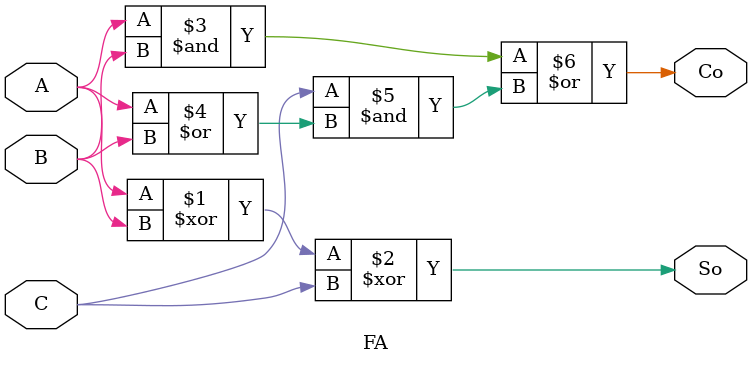
<source format=v>

module MULT(A, B, P);

    //ports
    input [63:0] A;
    input [32:0] B;

    output [96:0] P;


    //wire names
    wire stage0_r0_c0;
    wire stage0_r0_c1;
    wire stage0_r1_c0;
    wire stage0_r0_c2;
    wire stage0_r1_c1;
    wire stage0_r2_c0;
    wire stage0_r0_c3;
    wire stage0_r1_c2;
    wire stage0_r2_c1;
    wire stage0_r3_c0;
    wire stage0_r0_c4;
    wire stage0_r1_c3;
    wire stage0_r2_c2;
    wire stage0_r3_c1;
    wire stage0_r4_c0;
    wire stage0_r0_c5;
    wire stage0_r1_c4;
    wire stage0_r2_c3;
    wire stage0_r3_c2;
    wire stage0_r4_c1;
    wire stage0_r5_c0;
    wire stage0_r0_c6;
    wire stage0_r1_c5;
    wire stage0_r2_c4;
    wire stage0_r3_c3;
    wire stage0_r4_c2;
    wire stage0_r5_c1;
    wire stage0_r6_c0;
    wire stage0_r0_c7;
    wire stage0_r1_c6;
    wire stage0_r2_c5;
    wire stage0_r3_c4;
    wire stage0_r4_c3;
    wire stage0_r5_c2;
    wire stage0_r6_c1;
    wire stage0_r7_c0;
    wire stage0_r0_c8;
    wire stage0_r1_c7;
    wire stage0_r2_c6;
    wire stage0_r3_c5;
    wire stage0_r4_c4;
    wire stage0_r5_c3;
    wire stage0_r6_c2;
    wire stage0_r7_c1;
    wire stage0_r8_c0;
    wire stage0_r0_c9;
    wire stage0_r1_c8;
    wire stage0_r2_c7;
    wire stage0_r3_c6;
    wire stage0_r4_c5;
    wire stage0_r5_c4;
    wire stage0_r6_c3;
    wire stage0_r7_c2;
    wire stage0_r8_c1;
    wire stage0_r9_c0;
    wire stage0_r0_c10;
    wire stage0_r1_c9;
    wire stage0_r2_c8;
    wire stage0_r3_c7;
    wire stage0_r4_c6;
    wire stage0_r5_c5;
    wire stage0_r6_c4;
    wire stage0_r7_c3;
    wire stage0_r8_c2;
    wire stage0_r9_c1;
    wire stage0_r10_c0;
    wire stage0_r0_c11;
    wire stage0_r1_c10;
    wire stage0_r2_c9;
    wire stage0_r3_c8;
    wire stage0_r4_c7;
    wire stage0_r5_c6;
    wire stage0_r6_c5;
    wire stage0_r7_c4;
    wire stage0_r8_c3;
    wire stage0_r9_c2;
    wire stage0_r10_c1;
    wire stage0_r11_c0;
    wire stage0_r0_c12;
    wire stage0_r1_c11;
    wire stage0_r2_c10;
    wire stage0_r3_c9;
    wire stage0_r4_c8;
    wire stage0_r5_c7;
    wire stage0_r6_c6;
    wire stage0_r7_c5;
    wire stage0_r8_c4;
    wire stage0_r9_c3;
    wire stage0_r10_c2;
    wire stage0_r11_c1;
    wire stage0_r12_c0;
    wire stage0_r0_c13;
    wire stage0_r1_c12;
    wire stage0_r2_c11;
    wire stage0_r3_c10;
    wire stage0_r4_c9;
    wire stage0_r5_c8;
    wire stage0_r6_c7;
    wire stage0_r7_c6;
    wire stage0_r8_c5;
    wire stage0_r9_c4;
    wire stage0_r10_c3;
    wire stage0_r11_c2;
    wire stage0_r12_c1;
    wire stage0_r13_c0;
    wire stage0_r0_c14;
    wire stage0_r1_c13;
    wire stage0_r2_c12;
    wire stage0_r3_c11;
    wire stage0_r4_c10;
    wire stage0_r5_c9;
    wire stage0_r6_c8;
    wire stage0_r7_c7;
    wire stage0_r8_c6;
    wire stage0_r9_c5;
    wire stage0_r10_c4;
    wire stage0_r11_c3;
    wire stage0_r12_c2;
    wire stage0_r13_c1;
    wire stage0_r14_c0;
    wire stage0_r0_c15;
    wire stage0_r1_c14;
    wire stage0_r2_c13;
    wire stage0_r3_c12;
    wire stage0_r4_c11;
    wire stage0_r5_c10;
    wire stage0_r6_c9;
    wire stage0_r7_c8;
    wire stage0_r8_c7;
    wire stage0_r9_c6;
    wire stage0_r10_c5;
    wire stage0_r11_c4;
    wire stage0_r12_c3;
    wire stage0_r13_c2;
    wire stage0_r14_c1;
    wire stage0_r15_c0;
    wire stage0_r0_c16;
    wire stage0_r1_c15;
    wire stage0_r2_c14;
    wire stage0_r3_c13;
    wire stage0_r4_c12;
    wire stage0_r5_c11;
    wire stage0_r6_c10;
    wire stage0_r7_c9;
    wire stage0_r8_c8;
    wire stage0_r9_c7;
    wire stage0_r10_c6;
    wire stage0_r11_c5;
    wire stage0_r12_c4;
    wire stage0_r13_c3;
    wire stage0_r14_c2;
    wire stage0_r15_c1;
    wire stage0_r16_c0;
    wire stage0_r0_c17;
    wire stage0_r1_c16;
    wire stage0_r2_c15;
    wire stage0_r3_c14;
    wire stage0_r4_c13;
    wire stage0_r5_c12;
    wire stage0_r6_c11;
    wire stage0_r7_c10;
    wire stage0_r8_c9;
    wire stage0_r9_c8;
    wire stage0_r10_c7;
    wire stage0_r11_c6;
    wire stage0_r12_c5;
    wire stage0_r13_c4;
    wire stage0_r14_c3;
    wire stage0_r15_c2;
    wire stage0_r16_c1;
    wire stage0_r17_c0;
    wire stage0_r0_c18;
    wire stage0_r1_c17;
    wire stage0_r2_c16;
    wire stage0_r3_c15;
    wire stage0_r4_c14;
    wire stage0_r5_c13;
    wire stage0_r6_c12;
    wire stage0_r7_c11;
    wire stage0_r8_c10;
    wire stage0_r9_c9;
    wire stage0_r10_c8;
    wire stage0_r11_c7;
    wire stage0_r12_c6;
    wire stage0_r13_c5;
    wire stage0_r14_c4;
    wire stage0_r15_c3;
    wire stage0_r16_c2;
    wire stage0_r17_c1;
    wire stage0_r18_c0;
    wire stage0_r0_c19;
    wire stage0_r1_c18;
    wire stage0_r2_c17;
    wire stage0_r3_c16;
    wire stage0_r4_c15;
    wire stage0_r5_c14;
    wire stage0_r6_c13;
    wire stage0_r7_c12;
    wire stage0_r8_c11;
    wire stage0_r9_c10;
    wire stage0_r10_c9;
    wire stage0_r11_c8;
    wire stage0_r12_c7;
    wire stage0_r13_c6;
    wire stage0_r14_c5;
    wire stage0_r15_c4;
    wire stage0_r16_c3;
    wire stage0_r17_c2;
    wire stage0_r18_c1;
    wire stage0_r19_c0;
    wire stage0_r0_c20;
    wire stage0_r1_c19;
    wire stage0_r2_c18;
    wire stage0_r3_c17;
    wire stage0_r4_c16;
    wire stage0_r5_c15;
    wire stage0_r6_c14;
    wire stage0_r7_c13;
    wire stage0_r8_c12;
    wire stage0_r9_c11;
    wire stage0_r10_c10;
    wire stage0_r11_c9;
    wire stage0_r12_c8;
    wire stage0_r13_c7;
    wire stage0_r14_c6;
    wire stage0_r15_c5;
    wire stage0_r16_c4;
    wire stage0_r17_c3;
    wire stage0_r18_c2;
    wire stage0_r19_c1;
    wire stage0_r20_c0;
    wire stage0_r0_c21;
    wire stage0_r1_c20;
    wire stage0_r2_c19;
    wire stage0_r3_c18;
    wire stage0_r4_c17;
    wire stage0_r5_c16;
    wire stage0_r6_c15;
    wire stage0_r7_c14;
    wire stage0_r8_c13;
    wire stage0_r9_c12;
    wire stage0_r10_c11;
    wire stage0_r11_c10;
    wire stage0_r12_c9;
    wire stage0_r13_c8;
    wire stage0_r14_c7;
    wire stage0_r15_c6;
    wire stage0_r16_c5;
    wire stage0_r17_c4;
    wire stage0_r18_c3;
    wire stage0_r19_c2;
    wire stage0_r20_c1;
    wire stage0_r21_c0;
    wire stage0_r0_c22;
    wire stage0_r1_c21;
    wire stage0_r2_c20;
    wire stage0_r3_c19;
    wire stage0_r4_c18;
    wire stage0_r5_c17;
    wire stage0_r6_c16;
    wire stage0_r7_c15;
    wire stage0_r8_c14;
    wire stage0_r9_c13;
    wire stage0_r10_c12;
    wire stage0_r11_c11;
    wire stage0_r12_c10;
    wire stage0_r13_c9;
    wire stage0_r14_c8;
    wire stage0_r15_c7;
    wire stage0_r16_c6;
    wire stage0_r17_c5;
    wire stage0_r18_c4;
    wire stage0_r19_c3;
    wire stage0_r20_c2;
    wire stage0_r21_c1;
    wire stage0_r22_c0;
    wire stage0_r0_c23;
    wire stage0_r1_c22;
    wire stage0_r2_c21;
    wire stage0_r3_c20;
    wire stage0_r4_c19;
    wire stage0_r5_c18;
    wire stage0_r6_c17;
    wire stage0_r7_c16;
    wire stage0_r8_c15;
    wire stage0_r9_c14;
    wire stage0_r10_c13;
    wire stage0_r11_c12;
    wire stage0_r12_c11;
    wire stage0_r13_c10;
    wire stage0_r14_c9;
    wire stage0_r15_c8;
    wire stage0_r16_c7;
    wire stage0_r17_c6;
    wire stage0_r18_c5;
    wire stage0_r19_c4;
    wire stage0_r20_c3;
    wire stage0_r21_c2;
    wire stage0_r22_c1;
    wire stage0_r23_c0;
    wire stage0_r0_c24;
    wire stage0_r1_c23;
    wire stage0_r2_c22;
    wire stage0_r3_c21;
    wire stage0_r4_c20;
    wire stage0_r5_c19;
    wire stage0_r6_c18;
    wire stage0_r7_c17;
    wire stage0_r8_c16;
    wire stage0_r9_c15;
    wire stage0_r10_c14;
    wire stage0_r11_c13;
    wire stage0_r12_c12;
    wire stage0_r13_c11;
    wire stage0_r14_c10;
    wire stage0_r15_c9;
    wire stage0_r16_c8;
    wire stage0_r17_c7;
    wire stage0_r18_c6;
    wire stage0_r19_c5;
    wire stage0_r20_c4;
    wire stage0_r21_c3;
    wire stage0_r22_c2;
    wire stage0_r23_c1;
    wire stage0_r24_c0;
    wire stage0_r0_c25;
    wire stage0_r1_c24;
    wire stage0_r2_c23;
    wire stage0_r3_c22;
    wire stage0_r4_c21;
    wire stage0_r5_c20;
    wire stage0_r6_c19;
    wire stage0_r7_c18;
    wire stage0_r8_c17;
    wire stage0_r9_c16;
    wire stage0_r10_c15;
    wire stage0_r11_c14;
    wire stage0_r12_c13;
    wire stage0_r13_c12;
    wire stage0_r14_c11;
    wire stage0_r15_c10;
    wire stage0_r16_c9;
    wire stage0_r17_c8;
    wire stage0_r18_c7;
    wire stage0_r19_c6;
    wire stage0_r20_c5;
    wire stage0_r21_c4;
    wire stage0_r22_c3;
    wire stage0_r23_c2;
    wire stage0_r24_c1;
    wire stage0_r25_c0;
    wire stage0_r0_c26;
    wire stage0_r1_c25;
    wire stage0_r2_c24;
    wire stage0_r3_c23;
    wire stage0_r4_c22;
    wire stage0_r5_c21;
    wire stage0_r6_c20;
    wire stage0_r7_c19;
    wire stage0_r8_c18;
    wire stage0_r9_c17;
    wire stage0_r10_c16;
    wire stage0_r11_c15;
    wire stage0_r12_c14;
    wire stage0_r13_c13;
    wire stage0_r14_c12;
    wire stage0_r15_c11;
    wire stage0_r16_c10;
    wire stage0_r17_c9;
    wire stage0_r18_c8;
    wire stage0_r19_c7;
    wire stage0_r20_c6;
    wire stage0_r21_c5;
    wire stage0_r22_c4;
    wire stage0_r23_c3;
    wire stage0_r24_c2;
    wire stage0_r25_c1;
    wire stage0_r26_c0;
    wire stage0_r0_c27;
    wire stage0_r1_c26;
    wire stage0_r2_c25;
    wire stage0_r3_c24;
    wire stage0_r4_c23;
    wire stage0_r5_c22;
    wire stage0_r6_c21;
    wire stage0_r7_c20;
    wire stage0_r8_c19;
    wire stage0_r9_c18;
    wire stage0_r10_c17;
    wire stage0_r11_c16;
    wire stage0_r12_c15;
    wire stage0_r13_c14;
    wire stage0_r14_c13;
    wire stage0_r15_c12;
    wire stage0_r16_c11;
    wire stage0_r17_c10;
    wire stage0_r18_c9;
    wire stage0_r19_c8;
    wire stage0_r20_c7;
    wire stage0_r21_c6;
    wire stage0_r22_c5;
    wire stage0_r23_c4;
    wire stage0_r24_c3;
    wire stage0_r25_c2;
    wire stage0_r26_c1;
    wire stage0_r27_c0;
    wire stage0_r0_c28;
    wire stage0_r1_c27;
    wire stage0_r2_c26;
    wire stage0_r3_c25;
    wire stage0_r4_c24;
    wire stage0_r5_c23;
    wire stage0_r6_c22;
    wire stage0_r7_c21;
    wire stage0_r8_c20;
    wire stage0_r9_c19;
    wire stage0_r10_c18;
    wire stage0_r11_c17;
    wire stage0_r12_c16;
    wire stage0_r13_c15;
    wire stage0_r14_c14;
    wire stage0_r15_c13;
    wire stage0_r16_c12;
    wire stage0_r17_c11;
    wire stage0_r18_c10;
    wire stage0_r19_c9;
    wire stage0_r20_c8;
    wire stage0_r21_c7;
    wire stage0_r22_c6;
    wire stage0_r23_c5;
    wire stage0_r24_c4;
    wire stage0_r25_c3;
    wire stage0_r26_c2;
    wire stage0_r27_c1;
    wire stage0_r28_c0;
    wire stage0_r0_c29;
    wire stage0_r1_c28;
    wire stage0_r2_c27;
    wire stage0_r3_c26;
    wire stage0_r4_c25;
    wire stage0_r5_c24;
    wire stage0_r6_c23;
    wire stage0_r7_c22;
    wire stage0_r8_c21;
    wire stage0_r9_c20;
    wire stage0_r10_c19;
    wire stage0_r11_c18;
    wire stage0_r12_c17;
    wire stage0_r13_c16;
    wire stage0_r14_c15;
    wire stage0_r15_c14;
    wire stage0_r16_c13;
    wire stage0_r17_c12;
    wire stage0_r18_c11;
    wire stage0_r19_c10;
    wire stage0_r20_c9;
    wire stage0_r21_c8;
    wire stage0_r22_c7;
    wire stage0_r23_c6;
    wire stage0_r24_c5;
    wire stage0_r25_c4;
    wire stage0_r26_c3;
    wire stage0_r27_c2;
    wire stage0_r28_c1;
    wire stage0_r29_c0;
    wire stage0_r0_c30;
    wire stage0_r1_c29;
    wire stage0_r2_c28;
    wire stage0_r3_c27;
    wire stage0_r4_c26;
    wire stage0_r5_c25;
    wire stage0_r6_c24;
    wire stage0_r7_c23;
    wire stage0_r8_c22;
    wire stage0_r9_c21;
    wire stage0_r10_c20;
    wire stage0_r11_c19;
    wire stage0_r12_c18;
    wire stage0_r13_c17;
    wire stage0_r14_c16;
    wire stage0_r15_c15;
    wire stage0_r16_c14;
    wire stage0_r17_c13;
    wire stage0_r18_c12;
    wire stage0_r19_c11;
    wire stage0_r20_c10;
    wire stage0_r21_c9;
    wire stage0_r22_c8;
    wire stage0_r23_c7;
    wire stage0_r24_c6;
    wire stage0_r25_c5;
    wire stage0_r26_c4;
    wire stage0_r27_c3;
    wire stage0_r28_c2;
    wire stage0_r29_c1;
    wire stage0_r30_c0;
    wire stage0_r0_c31;
    wire stage0_r1_c30;
    wire stage0_r2_c29;
    wire stage0_r3_c28;
    wire stage0_r4_c27;
    wire stage0_r5_c26;
    wire stage0_r6_c25;
    wire stage0_r7_c24;
    wire stage0_r8_c23;
    wire stage0_r9_c22;
    wire stage0_r10_c21;
    wire stage0_r11_c20;
    wire stage0_r12_c19;
    wire stage0_r13_c18;
    wire stage0_r14_c17;
    wire stage0_r15_c16;
    wire stage0_r16_c15;
    wire stage0_r17_c14;
    wire stage0_r18_c13;
    wire stage0_r19_c12;
    wire stage0_r20_c11;
    wire stage0_r21_c10;
    wire stage0_r22_c9;
    wire stage0_r23_c8;
    wire stage0_r24_c7;
    wire stage0_r25_c6;
    wire stage0_r26_c5;
    wire stage0_r27_c4;
    wire stage0_r28_c3;
    wire stage0_r29_c2;
    wire stage0_r30_c1;
    wire stage0_r31_c0;
    wire stage0_r0_c32;
    wire stage0_r1_c31;
    wire stage0_r2_c30;
    wire stage0_r3_c29;
    wire stage0_r4_c28;
    wire stage0_r5_c27;
    wire stage0_r6_c26;
    wire stage0_r7_c25;
    wire stage0_r8_c24;
    wire stage0_r9_c23;
    wire stage0_r10_c22;
    wire stage0_r11_c21;
    wire stage0_r12_c20;
    wire stage0_r13_c19;
    wire stage0_r14_c18;
    wire stage0_r15_c17;
    wire stage0_r16_c16;
    wire stage0_r17_c15;
    wire stage0_r18_c14;
    wire stage0_r19_c13;
    wire stage0_r20_c12;
    wire stage0_r21_c11;
    wire stage0_r22_c10;
    wire stage0_r23_c9;
    wire stage0_r24_c8;
    wire stage0_r25_c7;
    wire stage0_r26_c6;
    wire stage0_r27_c5;
    wire stage0_r28_c4;
    wire stage0_r29_c3;
    wire stage0_r30_c2;
    wire stage0_r31_c1;
    wire stage0_r32_c0;
    wire stage0_r1_c32;
    wire stage0_r2_c31;
    wire stage0_r3_c30;
    wire stage0_r4_c29;
    wire stage0_r5_c28;
    wire stage0_r6_c27;
    wire stage0_r7_c26;
    wire stage0_r8_c25;
    wire stage0_r9_c24;
    wire stage0_r10_c23;
    wire stage0_r11_c22;
    wire stage0_r12_c21;
    wire stage0_r13_c20;
    wire stage0_r14_c19;
    wire stage0_r15_c18;
    wire stage0_r16_c17;
    wire stage0_r17_c16;
    wire stage0_r18_c15;
    wire stage0_r19_c14;
    wire stage0_r20_c13;
    wire stage0_r21_c12;
    wire stage0_r22_c11;
    wire stage0_r23_c10;
    wire stage0_r24_c9;
    wire stage0_r25_c8;
    wire stage0_r26_c7;
    wire stage0_r27_c6;
    wire stage0_r28_c5;
    wire stage0_r29_c4;
    wire stage0_r30_c3;
    wire stage0_r31_c2;
    wire stage0_r32_c1;
    wire stage0_r33_c0;
    wire stage0_r2_c32;
    wire stage0_r3_c31;
    wire stage0_r4_c30;
    wire stage0_r5_c29;
    wire stage0_r6_c28;
    wire stage0_r7_c27;
    wire stage0_r8_c26;
    wire stage0_r9_c25;
    wire stage0_r10_c24;
    wire stage0_r11_c23;
    wire stage0_r12_c22;
    wire stage0_r13_c21;
    wire stage0_r14_c20;
    wire stage0_r15_c19;
    wire stage0_r16_c18;
    wire stage0_r17_c17;
    wire stage0_r18_c16;
    wire stage0_r19_c15;
    wire stage0_r20_c14;
    wire stage0_r21_c13;
    wire stage0_r22_c12;
    wire stage0_r23_c11;
    wire stage0_r24_c10;
    wire stage0_r25_c9;
    wire stage0_r26_c8;
    wire stage0_r27_c7;
    wire stage0_r28_c6;
    wire stage0_r29_c5;
    wire stage0_r30_c4;
    wire stage0_r31_c3;
    wire stage0_r32_c2;
    wire stage0_r33_c1;
    wire stage0_r34_c0;
    wire stage0_r3_c32;
    wire stage0_r4_c31;
    wire stage0_r5_c30;
    wire stage0_r6_c29;
    wire stage0_r7_c28;
    wire stage0_r8_c27;
    wire stage0_r9_c26;
    wire stage0_r10_c25;
    wire stage0_r11_c24;
    wire stage0_r12_c23;
    wire stage0_r13_c22;
    wire stage0_r14_c21;
    wire stage0_r15_c20;
    wire stage0_r16_c19;
    wire stage0_r17_c18;
    wire stage0_r18_c17;
    wire stage0_r19_c16;
    wire stage0_r20_c15;
    wire stage0_r21_c14;
    wire stage0_r22_c13;
    wire stage0_r23_c12;
    wire stage0_r24_c11;
    wire stage0_r25_c10;
    wire stage0_r26_c9;
    wire stage0_r27_c8;
    wire stage0_r28_c7;
    wire stage0_r29_c6;
    wire stage0_r30_c5;
    wire stage0_r31_c4;
    wire stage0_r32_c3;
    wire stage0_r33_c2;
    wire stage0_r34_c1;
    wire stage0_r35_c0;
    wire stage0_r4_c32;
    wire stage0_r5_c31;
    wire stage0_r6_c30;
    wire stage0_r7_c29;
    wire stage0_r8_c28;
    wire stage0_r9_c27;
    wire stage0_r10_c26;
    wire stage0_r11_c25;
    wire stage0_r12_c24;
    wire stage0_r13_c23;
    wire stage0_r14_c22;
    wire stage0_r15_c21;
    wire stage0_r16_c20;
    wire stage0_r17_c19;
    wire stage0_r18_c18;
    wire stage0_r19_c17;
    wire stage0_r20_c16;
    wire stage0_r21_c15;
    wire stage0_r22_c14;
    wire stage0_r23_c13;
    wire stage0_r24_c12;
    wire stage0_r25_c11;
    wire stage0_r26_c10;
    wire stage0_r27_c9;
    wire stage0_r28_c8;
    wire stage0_r29_c7;
    wire stage0_r30_c6;
    wire stage0_r31_c5;
    wire stage0_r32_c4;
    wire stage0_r33_c3;
    wire stage0_r34_c2;
    wire stage0_r35_c1;
    wire stage0_r36_c0;
    wire stage0_r5_c32;
    wire stage0_r6_c31;
    wire stage0_r7_c30;
    wire stage0_r8_c29;
    wire stage0_r9_c28;
    wire stage0_r10_c27;
    wire stage0_r11_c26;
    wire stage0_r12_c25;
    wire stage0_r13_c24;
    wire stage0_r14_c23;
    wire stage0_r15_c22;
    wire stage0_r16_c21;
    wire stage0_r17_c20;
    wire stage0_r18_c19;
    wire stage0_r19_c18;
    wire stage0_r20_c17;
    wire stage0_r21_c16;
    wire stage0_r22_c15;
    wire stage0_r23_c14;
    wire stage0_r24_c13;
    wire stage0_r25_c12;
    wire stage0_r26_c11;
    wire stage0_r27_c10;
    wire stage0_r28_c9;
    wire stage0_r29_c8;
    wire stage0_r30_c7;
    wire stage0_r31_c6;
    wire stage0_r32_c5;
    wire stage0_r33_c4;
    wire stage0_r34_c3;
    wire stage0_r35_c2;
    wire stage0_r36_c1;
    wire stage0_r37_c0;
    wire stage0_r6_c32;
    wire stage0_r7_c31;
    wire stage0_r8_c30;
    wire stage0_r9_c29;
    wire stage0_r10_c28;
    wire stage0_r11_c27;
    wire stage0_r12_c26;
    wire stage0_r13_c25;
    wire stage0_r14_c24;
    wire stage0_r15_c23;
    wire stage0_r16_c22;
    wire stage0_r17_c21;
    wire stage0_r18_c20;
    wire stage0_r19_c19;
    wire stage0_r20_c18;
    wire stage0_r21_c17;
    wire stage0_r22_c16;
    wire stage0_r23_c15;
    wire stage0_r24_c14;
    wire stage0_r25_c13;
    wire stage0_r26_c12;
    wire stage0_r27_c11;
    wire stage0_r28_c10;
    wire stage0_r29_c9;
    wire stage0_r30_c8;
    wire stage0_r31_c7;
    wire stage0_r32_c6;
    wire stage0_r33_c5;
    wire stage0_r34_c4;
    wire stage0_r35_c3;
    wire stage0_r36_c2;
    wire stage0_r37_c1;
    wire stage0_r38_c0;
    wire stage0_r7_c32;
    wire stage0_r8_c31;
    wire stage0_r9_c30;
    wire stage0_r10_c29;
    wire stage0_r11_c28;
    wire stage0_r12_c27;
    wire stage0_r13_c26;
    wire stage0_r14_c25;
    wire stage0_r15_c24;
    wire stage0_r16_c23;
    wire stage0_r17_c22;
    wire stage0_r18_c21;
    wire stage0_r19_c20;
    wire stage0_r20_c19;
    wire stage0_r21_c18;
    wire stage0_r22_c17;
    wire stage0_r23_c16;
    wire stage0_r24_c15;
    wire stage0_r25_c14;
    wire stage0_r26_c13;
    wire stage0_r27_c12;
    wire stage0_r28_c11;
    wire stage0_r29_c10;
    wire stage0_r30_c9;
    wire stage0_r31_c8;
    wire stage0_r32_c7;
    wire stage0_r33_c6;
    wire stage0_r34_c5;
    wire stage0_r35_c4;
    wire stage0_r36_c3;
    wire stage0_r37_c2;
    wire stage0_r38_c1;
    wire stage0_r39_c0;
    wire stage0_r8_c32;
    wire stage0_r9_c31;
    wire stage0_r10_c30;
    wire stage0_r11_c29;
    wire stage0_r12_c28;
    wire stage0_r13_c27;
    wire stage0_r14_c26;
    wire stage0_r15_c25;
    wire stage0_r16_c24;
    wire stage0_r17_c23;
    wire stage0_r18_c22;
    wire stage0_r19_c21;
    wire stage0_r20_c20;
    wire stage0_r21_c19;
    wire stage0_r22_c18;
    wire stage0_r23_c17;
    wire stage0_r24_c16;
    wire stage0_r25_c15;
    wire stage0_r26_c14;
    wire stage0_r27_c13;
    wire stage0_r28_c12;
    wire stage0_r29_c11;
    wire stage0_r30_c10;
    wire stage0_r31_c9;
    wire stage0_r32_c8;
    wire stage0_r33_c7;
    wire stage0_r34_c6;
    wire stage0_r35_c5;
    wire stage0_r36_c4;
    wire stage0_r37_c3;
    wire stage0_r38_c2;
    wire stage0_r39_c1;
    wire stage0_r40_c0;
    wire stage0_r9_c32;
    wire stage0_r10_c31;
    wire stage0_r11_c30;
    wire stage0_r12_c29;
    wire stage0_r13_c28;
    wire stage0_r14_c27;
    wire stage0_r15_c26;
    wire stage0_r16_c25;
    wire stage0_r17_c24;
    wire stage0_r18_c23;
    wire stage0_r19_c22;
    wire stage0_r20_c21;
    wire stage0_r21_c20;
    wire stage0_r22_c19;
    wire stage0_r23_c18;
    wire stage0_r24_c17;
    wire stage0_r25_c16;
    wire stage0_r26_c15;
    wire stage0_r27_c14;
    wire stage0_r28_c13;
    wire stage0_r29_c12;
    wire stage0_r30_c11;
    wire stage0_r31_c10;
    wire stage0_r32_c9;
    wire stage0_r33_c8;
    wire stage0_r34_c7;
    wire stage0_r35_c6;
    wire stage0_r36_c5;
    wire stage0_r37_c4;
    wire stage0_r38_c3;
    wire stage0_r39_c2;
    wire stage0_r40_c1;
    wire stage0_r41_c0;
    wire stage0_r10_c32;
    wire stage0_r11_c31;
    wire stage0_r12_c30;
    wire stage0_r13_c29;
    wire stage0_r14_c28;
    wire stage0_r15_c27;
    wire stage0_r16_c26;
    wire stage0_r17_c25;
    wire stage0_r18_c24;
    wire stage0_r19_c23;
    wire stage0_r20_c22;
    wire stage0_r21_c21;
    wire stage0_r22_c20;
    wire stage0_r23_c19;
    wire stage0_r24_c18;
    wire stage0_r25_c17;
    wire stage0_r26_c16;
    wire stage0_r27_c15;
    wire stage0_r28_c14;
    wire stage0_r29_c13;
    wire stage0_r30_c12;
    wire stage0_r31_c11;
    wire stage0_r32_c10;
    wire stage0_r33_c9;
    wire stage0_r34_c8;
    wire stage0_r35_c7;
    wire stage0_r36_c6;
    wire stage0_r37_c5;
    wire stage0_r38_c4;
    wire stage0_r39_c3;
    wire stage0_r40_c2;
    wire stage0_r41_c1;
    wire stage0_r42_c0;
    wire stage0_r11_c32;
    wire stage0_r12_c31;
    wire stage0_r13_c30;
    wire stage0_r14_c29;
    wire stage0_r15_c28;
    wire stage0_r16_c27;
    wire stage0_r17_c26;
    wire stage0_r18_c25;
    wire stage0_r19_c24;
    wire stage0_r20_c23;
    wire stage0_r21_c22;
    wire stage0_r22_c21;
    wire stage0_r23_c20;
    wire stage0_r24_c19;
    wire stage0_r25_c18;
    wire stage0_r26_c17;
    wire stage0_r27_c16;
    wire stage0_r28_c15;
    wire stage0_r29_c14;
    wire stage0_r30_c13;
    wire stage0_r31_c12;
    wire stage0_r32_c11;
    wire stage0_r33_c10;
    wire stage0_r34_c9;
    wire stage0_r35_c8;
    wire stage0_r36_c7;
    wire stage0_r37_c6;
    wire stage0_r38_c5;
    wire stage0_r39_c4;
    wire stage0_r40_c3;
    wire stage0_r41_c2;
    wire stage0_r42_c1;
    wire stage0_r43_c0;
    wire stage0_r12_c32;
    wire stage0_r13_c31;
    wire stage0_r14_c30;
    wire stage0_r15_c29;
    wire stage0_r16_c28;
    wire stage0_r17_c27;
    wire stage0_r18_c26;
    wire stage0_r19_c25;
    wire stage0_r20_c24;
    wire stage0_r21_c23;
    wire stage0_r22_c22;
    wire stage0_r23_c21;
    wire stage0_r24_c20;
    wire stage0_r25_c19;
    wire stage0_r26_c18;
    wire stage0_r27_c17;
    wire stage0_r28_c16;
    wire stage0_r29_c15;
    wire stage0_r30_c14;
    wire stage0_r31_c13;
    wire stage0_r32_c12;
    wire stage0_r33_c11;
    wire stage0_r34_c10;
    wire stage0_r35_c9;
    wire stage0_r36_c8;
    wire stage0_r37_c7;
    wire stage0_r38_c6;
    wire stage0_r39_c5;
    wire stage0_r40_c4;
    wire stage0_r41_c3;
    wire stage0_r42_c2;
    wire stage0_r43_c1;
    wire stage0_r44_c0;
    wire stage0_r13_c32;
    wire stage0_r14_c31;
    wire stage0_r15_c30;
    wire stage0_r16_c29;
    wire stage0_r17_c28;
    wire stage0_r18_c27;
    wire stage0_r19_c26;
    wire stage0_r20_c25;
    wire stage0_r21_c24;
    wire stage0_r22_c23;
    wire stage0_r23_c22;
    wire stage0_r24_c21;
    wire stage0_r25_c20;
    wire stage0_r26_c19;
    wire stage0_r27_c18;
    wire stage0_r28_c17;
    wire stage0_r29_c16;
    wire stage0_r30_c15;
    wire stage0_r31_c14;
    wire stage0_r32_c13;
    wire stage0_r33_c12;
    wire stage0_r34_c11;
    wire stage0_r35_c10;
    wire stage0_r36_c9;
    wire stage0_r37_c8;
    wire stage0_r38_c7;
    wire stage0_r39_c6;
    wire stage0_r40_c5;
    wire stage0_r41_c4;
    wire stage0_r42_c3;
    wire stage0_r43_c2;
    wire stage0_r44_c1;
    wire stage0_r45_c0;
    wire stage0_r14_c32;
    wire stage0_r15_c31;
    wire stage0_r16_c30;
    wire stage0_r17_c29;
    wire stage0_r18_c28;
    wire stage0_r19_c27;
    wire stage0_r20_c26;
    wire stage0_r21_c25;
    wire stage0_r22_c24;
    wire stage0_r23_c23;
    wire stage0_r24_c22;
    wire stage0_r25_c21;
    wire stage0_r26_c20;
    wire stage0_r27_c19;
    wire stage0_r28_c18;
    wire stage0_r29_c17;
    wire stage0_r30_c16;
    wire stage0_r31_c15;
    wire stage0_r32_c14;
    wire stage0_r33_c13;
    wire stage0_r34_c12;
    wire stage0_r35_c11;
    wire stage0_r36_c10;
    wire stage0_r37_c9;
    wire stage0_r38_c8;
    wire stage0_r39_c7;
    wire stage0_r40_c6;
    wire stage0_r41_c5;
    wire stage0_r42_c4;
    wire stage0_r43_c3;
    wire stage0_r44_c2;
    wire stage0_r45_c1;
    wire stage0_r46_c0;
    wire stage0_r15_c32;
    wire stage0_r16_c31;
    wire stage0_r17_c30;
    wire stage0_r18_c29;
    wire stage0_r19_c28;
    wire stage0_r20_c27;
    wire stage0_r21_c26;
    wire stage0_r22_c25;
    wire stage0_r23_c24;
    wire stage0_r24_c23;
    wire stage0_r25_c22;
    wire stage0_r26_c21;
    wire stage0_r27_c20;
    wire stage0_r28_c19;
    wire stage0_r29_c18;
    wire stage0_r30_c17;
    wire stage0_r31_c16;
    wire stage0_r32_c15;
    wire stage0_r33_c14;
    wire stage0_r34_c13;
    wire stage0_r35_c12;
    wire stage0_r36_c11;
    wire stage0_r37_c10;
    wire stage0_r38_c9;
    wire stage0_r39_c8;
    wire stage0_r40_c7;
    wire stage0_r41_c6;
    wire stage0_r42_c5;
    wire stage0_r43_c4;
    wire stage0_r44_c3;
    wire stage0_r45_c2;
    wire stage0_r46_c1;
    wire stage0_r47_c0;
    wire stage0_r16_c32;
    wire stage0_r17_c31;
    wire stage0_r18_c30;
    wire stage0_r19_c29;
    wire stage0_r20_c28;
    wire stage0_r21_c27;
    wire stage0_r22_c26;
    wire stage0_r23_c25;
    wire stage0_r24_c24;
    wire stage0_r25_c23;
    wire stage0_r26_c22;
    wire stage0_r27_c21;
    wire stage0_r28_c20;
    wire stage0_r29_c19;
    wire stage0_r30_c18;
    wire stage0_r31_c17;
    wire stage0_r32_c16;
    wire stage0_r33_c15;
    wire stage0_r34_c14;
    wire stage0_r35_c13;
    wire stage0_r36_c12;
    wire stage0_r37_c11;
    wire stage0_r38_c10;
    wire stage0_r39_c9;
    wire stage0_r40_c8;
    wire stage0_r41_c7;
    wire stage0_r42_c6;
    wire stage0_r43_c5;
    wire stage0_r44_c4;
    wire stage0_r45_c3;
    wire stage0_r46_c2;
    wire stage0_r47_c1;
    wire stage0_r48_c0;
    wire stage0_r17_c32;
    wire stage0_r18_c31;
    wire stage0_r19_c30;
    wire stage0_r20_c29;
    wire stage0_r21_c28;
    wire stage0_r22_c27;
    wire stage0_r23_c26;
    wire stage0_r24_c25;
    wire stage0_r25_c24;
    wire stage0_r26_c23;
    wire stage0_r27_c22;
    wire stage0_r28_c21;
    wire stage0_r29_c20;
    wire stage0_r30_c19;
    wire stage0_r31_c18;
    wire stage0_r32_c17;
    wire stage0_r33_c16;
    wire stage0_r34_c15;
    wire stage0_r35_c14;
    wire stage0_r36_c13;
    wire stage0_r37_c12;
    wire stage0_r38_c11;
    wire stage0_r39_c10;
    wire stage0_r40_c9;
    wire stage0_r41_c8;
    wire stage0_r42_c7;
    wire stage0_r43_c6;
    wire stage0_r44_c5;
    wire stage0_r45_c4;
    wire stage0_r46_c3;
    wire stage0_r47_c2;
    wire stage0_r48_c1;
    wire stage0_r49_c0;
    wire stage0_r18_c32;
    wire stage0_r19_c31;
    wire stage0_r20_c30;
    wire stage0_r21_c29;
    wire stage0_r22_c28;
    wire stage0_r23_c27;
    wire stage0_r24_c26;
    wire stage0_r25_c25;
    wire stage0_r26_c24;
    wire stage0_r27_c23;
    wire stage0_r28_c22;
    wire stage0_r29_c21;
    wire stage0_r30_c20;
    wire stage0_r31_c19;
    wire stage0_r32_c18;
    wire stage0_r33_c17;
    wire stage0_r34_c16;
    wire stage0_r35_c15;
    wire stage0_r36_c14;
    wire stage0_r37_c13;
    wire stage0_r38_c12;
    wire stage0_r39_c11;
    wire stage0_r40_c10;
    wire stage0_r41_c9;
    wire stage0_r42_c8;
    wire stage0_r43_c7;
    wire stage0_r44_c6;
    wire stage0_r45_c5;
    wire stage0_r46_c4;
    wire stage0_r47_c3;
    wire stage0_r48_c2;
    wire stage0_r49_c1;
    wire stage0_r50_c0;
    wire stage0_r19_c32;
    wire stage0_r20_c31;
    wire stage0_r21_c30;
    wire stage0_r22_c29;
    wire stage0_r23_c28;
    wire stage0_r24_c27;
    wire stage0_r25_c26;
    wire stage0_r26_c25;
    wire stage0_r27_c24;
    wire stage0_r28_c23;
    wire stage0_r29_c22;
    wire stage0_r30_c21;
    wire stage0_r31_c20;
    wire stage0_r32_c19;
    wire stage0_r33_c18;
    wire stage0_r34_c17;
    wire stage0_r35_c16;
    wire stage0_r36_c15;
    wire stage0_r37_c14;
    wire stage0_r38_c13;
    wire stage0_r39_c12;
    wire stage0_r40_c11;
    wire stage0_r41_c10;
    wire stage0_r42_c9;
    wire stage0_r43_c8;
    wire stage0_r44_c7;
    wire stage0_r45_c6;
    wire stage0_r46_c5;
    wire stage0_r47_c4;
    wire stage0_r48_c3;
    wire stage0_r49_c2;
    wire stage0_r50_c1;
    wire stage0_r51_c0;
    wire stage0_r20_c32;
    wire stage0_r21_c31;
    wire stage0_r22_c30;
    wire stage0_r23_c29;
    wire stage0_r24_c28;
    wire stage0_r25_c27;
    wire stage0_r26_c26;
    wire stage0_r27_c25;
    wire stage0_r28_c24;
    wire stage0_r29_c23;
    wire stage0_r30_c22;
    wire stage0_r31_c21;
    wire stage0_r32_c20;
    wire stage0_r33_c19;
    wire stage0_r34_c18;
    wire stage0_r35_c17;
    wire stage0_r36_c16;
    wire stage0_r37_c15;
    wire stage0_r38_c14;
    wire stage0_r39_c13;
    wire stage0_r40_c12;
    wire stage0_r41_c11;
    wire stage0_r42_c10;
    wire stage0_r43_c9;
    wire stage0_r44_c8;
    wire stage0_r45_c7;
    wire stage0_r46_c6;
    wire stage0_r47_c5;
    wire stage0_r48_c4;
    wire stage0_r49_c3;
    wire stage0_r50_c2;
    wire stage0_r51_c1;
    wire stage0_r52_c0;
    wire stage0_r21_c32;
    wire stage0_r22_c31;
    wire stage0_r23_c30;
    wire stage0_r24_c29;
    wire stage0_r25_c28;
    wire stage0_r26_c27;
    wire stage0_r27_c26;
    wire stage0_r28_c25;
    wire stage0_r29_c24;
    wire stage0_r30_c23;
    wire stage0_r31_c22;
    wire stage0_r32_c21;
    wire stage0_r33_c20;
    wire stage0_r34_c19;
    wire stage0_r35_c18;
    wire stage0_r36_c17;
    wire stage0_r37_c16;
    wire stage0_r38_c15;
    wire stage0_r39_c14;
    wire stage0_r40_c13;
    wire stage0_r41_c12;
    wire stage0_r42_c11;
    wire stage0_r43_c10;
    wire stage0_r44_c9;
    wire stage0_r45_c8;
    wire stage0_r46_c7;
    wire stage0_r47_c6;
    wire stage0_r48_c5;
    wire stage0_r49_c4;
    wire stage0_r50_c3;
    wire stage0_r51_c2;
    wire stage0_r52_c1;
    wire stage0_r53_c0;
    wire stage0_r22_c32;
    wire stage0_r23_c31;
    wire stage0_r24_c30;
    wire stage0_r25_c29;
    wire stage0_r26_c28;
    wire stage0_r27_c27;
    wire stage0_r28_c26;
    wire stage0_r29_c25;
    wire stage0_r30_c24;
    wire stage0_r31_c23;
    wire stage0_r32_c22;
    wire stage0_r33_c21;
    wire stage0_r34_c20;
    wire stage0_r35_c19;
    wire stage0_r36_c18;
    wire stage0_r37_c17;
    wire stage0_r38_c16;
    wire stage0_r39_c15;
    wire stage0_r40_c14;
    wire stage0_r41_c13;
    wire stage0_r42_c12;
    wire stage0_r43_c11;
    wire stage0_r44_c10;
    wire stage0_r45_c9;
    wire stage0_r46_c8;
    wire stage0_r47_c7;
    wire stage0_r48_c6;
    wire stage0_r49_c5;
    wire stage0_r50_c4;
    wire stage0_r51_c3;
    wire stage0_r52_c2;
    wire stage0_r53_c1;
    wire stage0_r54_c0;
    wire stage0_r23_c32;
    wire stage0_r24_c31;
    wire stage0_r25_c30;
    wire stage0_r26_c29;
    wire stage0_r27_c28;
    wire stage0_r28_c27;
    wire stage0_r29_c26;
    wire stage0_r30_c25;
    wire stage0_r31_c24;
    wire stage0_r32_c23;
    wire stage0_r33_c22;
    wire stage0_r34_c21;
    wire stage0_r35_c20;
    wire stage0_r36_c19;
    wire stage0_r37_c18;
    wire stage0_r38_c17;
    wire stage0_r39_c16;
    wire stage0_r40_c15;
    wire stage0_r41_c14;
    wire stage0_r42_c13;
    wire stage0_r43_c12;
    wire stage0_r44_c11;
    wire stage0_r45_c10;
    wire stage0_r46_c9;
    wire stage0_r47_c8;
    wire stage0_r48_c7;
    wire stage0_r49_c6;
    wire stage0_r50_c5;
    wire stage0_r51_c4;
    wire stage0_r52_c3;
    wire stage0_r53_c2;
    wire stage0_r54_c1;
    wire stage0_r55_c0;
    wire stage0_r24_c32;
    wire stage0_r25_c31;
    wire stage0_r26_c30;
    wire stage0_r27_c29;
    wire stage0_r28_c28;
    wire stage0_r29_c27;
    wire stage0_r30_c26;
    wire stage0_r31_c25;
    wire stage0_r32_c24;
    wire stage0_r33_c23;
    wire stage0_r34_c22;
    wire stage0_r35_c21;
    wire stage0_r36_c20;
    wire stage0_r37_c19;
    wire stage0_r38_c18;
    wire stage0_r39_c17;
    wire stage0_r40_c16;
    wire stage0_r41_c15;
    wire stage0_r42_c14;
    wire stage0_r43_c13;
    wire stage0_r44_c12;
    wire stage0_r45_c11;
    wire stage0_r46_c10;
    wire stage0_r47_c9;
    wire stage0_r48_c8;
    wire stage0_r49_c7;
    wire stage0_r50_c6;
    wire stage0_r51_c5;
    wire stage0_r52_c4;
    wire stage0_r53_c3;
    wire stage0_r54_c2;
    wire stage0_r55_c1;
    wire stage0_r56_c0;
    wire stage0_r25_c32;
    wire stage0_r26_c31;
    wire stage0_r27_c30;
    wire stage0_r28_c29;
    wire stage0_r29_c28;
    wire stage0_r30_c27;
    wire stage0_r31_c26;
    wire stage0_r32_c25;
    wire stage0_r33_c24;
    wire stage0_r34_c23;
    wire stage0_r35_c22;
    wire stage0_r36_c21;
    wire stage0_r37_c20;
    wire stage0_r38_c19;
    wire stage0_r39_c18;
    wire stage0_r40_c17;
    wire stage0_r41_c16;
    wire stage0_r42_c15;
    wire stage0_r43_c14;
    wire stage0_r44_c13;
    wire stage0_r45_c12;
    wire stage0_r46_c11;
    wire stage0_r47_c10;
    wire stage0_r48_c9;
    wire stage0_r49_c8;
    wire stage0_r50_c7;
    wire stage0_r51_c6;
    wire stage0_r52_c5;
    wire stage0_r53_c4;
    wire stage0_r54_c3;
    wire stage0_r55_c2;
    wire stage0_r56_c1;
    wire stage0_r57_c0;
    wire stage0_r26_c32;
    wire stage0_r27_c31;
    wire stage0_r28_c30;
    wire stage0_r29_c29;
    wire stage0_r30_c28;
    wire stage0_r31_c27;
    wire stage0_r32_c26;
    wire stage0_r33_c25;
    wire stage0_r34_c24;
    wire stage0_r35_c23;
    wire stage0_r36_c22;
    wire stage0_r37_c21;
    wire stage0_r38_c20;
    wire stage0_r39_c19;
    wire stage0_r40_c18;
    wire stage0_r41_c17;
    wire stage0_r42_c16;
    wire stage0_r43_c15;
    wire stage0_r44_c14;
    wire stage0_r45_c13;
    wire stage0_r46_c12;
    wire stage0_r47_c11;
    wire stage0_r48_c10;
    wire stage0_r49_c9;
    wire stage0_r50_c8;
    wire stage0_r51_c7;
    wire stage0_r52_c6;
    wire stage0_r53_c5;
    wire stage0_r54_c4;
    wire stage0_r55_c3;
    wire stage0_r56_c2;
    wire stage0_r57_c1;
    wire stage0_r58_c0;
    wire stage0_r27_c32;
    wire stage0_r28_c31;
    wire stage0_r29_c30;
    wire stage0_r30_c29;
    wire stage0_r31_c28;
    wire stage0_r32_c27;
    wire stage0_r33_c26;
    wire stage0_r34_c25;
    wire stage0_r35_c24;
    wire stage0_r36_c23;
    wire stage0_r37_c22;
    wire stage0_r38_c21;
    wire stage0_r39_c20;
    wire stage0_r40_c19;
    wire stage0_r41_c18;
    wire stage0_r42_c17;
    wire stage0_r43_c16;
    wire stage0_r44_c15;
    wire stage0_r45_c14;
    wire stage0_r46_c13;
    wire stage0_r47_c12;
    wire stage0_r48_c11;
    wire stage0_r49_c10;
    wire stage0_r50_c9;
    wire stage0_r51_c8;
    wire stage0_r52_c7;
    wire stage0_r53_c6;
    wire stage0_r54_c5;
    wire stage0_r55_c4;
    wire stage0_r56_c3;
    wire stage0_r57_c2;
    wire stage0_r58_c1;
    wire stage0_r59_c0;
    wire stage0_r28_c32;
    wire stage0_r29_c31;
    wire stage0_r30_c30;
    wire stage0_r31_c29;
    wire stage0_r32_c28;
    wire stage0_r33_c27;
    wire stage0_r34_c26;
    wire stage0_r35_c25;
    wire stage0_r36_c24;
    wire stage0_r37_c23;
    wire stage0_r38_c22;
    wire stage0_r39_c21;
    wire stage0_r40_c20;
    wire stage0_r41_c19;
    wire stage0_r42_c18;
    wire stage0_r43_c17;
    wire stage0_r44_c16;
    wire stage0_r45_c15;
    wire stage0_r46_c14;
    wire stage0_r47_c13;
    wire stage0_r48_c12;
    wire stage0_r49_c11;
    wire stage0_r50_c10;
    wire stage0_r51_c9;
    wire stage0_r52_c8;
    wire stage0_r53_c7;
    wire stage0_r54_c6;
    wire stage0_r55_c5;
    wire stage0_r56_c4;
    wire stage0_r57_c3;
    wire stage0_r58_c2;
    wire stage0_r59_c1;
    wire stage0_r60_c0;
    wire stage0_r29_c32;
    wire stage0_r30_c31;
    wire stage0_r31_c30;
    wire stage0_r32_c29;
    wire stage0_r33_c28;
    wire stage0_r34_c27;
    wire stage0_r35_c26;
    wire stage0_r36_c25;
    wire stage0_r37_c24;
    wire stage0_r38_c23;
    wire stage0_r39_c22;
    wire stage0_r40_c21;
    wire stage0_r41_c20;
    wire stage0_r42_c19;
    wire stage0_r43_c18;
    wire stage0_r44_c17;
    wire stage0_r45_c16;
    wire stage0_r46_c15;
    wire stage0_r47_c14;
    wire stage0_r48_c13;
    wire stage0_r49_c12;
    wire stage0_r50_c11;
    wire stage0_r51_c10;
    wire stage0_r52_c9;
    wire stage0_r53_c8;
    wire stage0_r54_c7;
    wire stage0_r55_c6;
    wire stage0_r56_c5;
    wire stage0_r57_c4;
    wire stage0_r58_c3;
    wire stage0_r59_c2;
    wire stage0_r60_c1;
    wire stage0_r61_c0;
    wire stage0_r30_c32;
    wire stage0_r31_c31;
    wire stage0_r32_c30;
    wire stage0_r33_c29;
    wire stage0_r34_c28;
    wire stage0_r35_c27;
    wire stage0_r36_c26;
    wire stage0_r37_c25;
    wire stage0_r38_c24;
    wire stage0_r39_c23;
    wire stage0_r40_c22;
    wire stage0_r41_c21;
    wire stage0_r42_c20;
    wire stage0_r43_c19;
    wire stage0_r44_c18;
    wire stage0_r45_c17;
    wire stage0_r46_c16;
    wire stage0_r47_c15;
    wire stage0_r48_c14;
    wire stage0_r49_c13;
    wire stage0_r50_c12;
    wire stage0_r51_c11;
    wire stage0_r52_c10;
    wire stage0_r53_c9;
    wire stage0_r54_c8;
    wire stage0_r55_c7;
    wire stage0_r56_c6;
    wire stage0_r57_c5;
    wire stage0_r58_c4;
    wire stage0_r59_c3;
    wire stage0_r60_c2;
    wire stage0_r61_c1;
    wire stage0_r62_c0;
    wire stage0_r31_c32;
    wire stage0_r32_c31;
    wire stage0_r33_c30;
    wire stage0_r34_c29;
    wire stage0_r35_c28;
    wire stage0_r36_c27;
    wire stage0_r37_c26;
    wire stage0_r38_c25;
    wire stage0_r39_c24;
    wire stage0_r40_c23;
    wire stage0_r41_c22;
    wire stage0_r42_c21;
    wire stage0_r43_c20;
    wire stage0_r44_c19;
    wire stage0_r45_c18;
    wire stage0_r46_c17;
    wire stage0_r47_c16;
    wire stage0_r48_c15;
    wire stage0_r49_c14;
    wire stage0_r50_c13;
    wire stage0_r51_c12;
    wire stage0_r52_c11;
    wire stage0_r53_c10;
    wire stage0_r54_c9;
    wire stage0_r55_c8;
    wire stage0_r56_c7;
    wire stage0_r57_c6;
    wire stage0_r58_c5;
    wire stage0_r59_c4;
    wire stage0_r60_c3;
    wire stage0_r61_c2;
    wire stage0_r62_c1;
    wire stage0_r63_c0;
    wire stage0_r32_c32;
    wire stage0_r33_c31;
    wire stage0_r34_c30;
    wire stage0_r35_c29;
    wire stage0_r36_c28;
    wire stage0_r37_c27;
    wire stage0_r38_c26;
    wire stage0_r39_c25;
    wire stage0_r40_c24;
    wire stage0_r41_c23;
    wire stage0_r42_c22;
    wire stage0_r43_c21;
    wire stage0_r44_c20;
    wire stage0_r45_c19;
    wire stage0_r46_c18;
    wire stage0_r47_c17;
    wire stage0_r48_c16;
    wire stage0_r49_c15;
    wire stage0_r50_c14;
    wire stage0_r51_c13;
    wire stage0_r52_c12;
    wire stage0_r53_c11;
    wire stage0_r54_c10;
    wire stage0_r55_c9;
    wire stage0_r56_c8;
    wire stage0_r57_c7;
    wire stage0_r58_c6;
    wire stage0_r59_c5;
    wire stage0_r60_c4;
    wire stage0_r61_c3;
    wire stage0_r62_c2;
    wire stage0_r63_c1;
    wire stage0_r33_c32;
    wire stage0_r34_c31;
    wire stage0_r35_c30;
    wire stage0_r36_c29;
    wire stage0_r37_c28;
    wire stage0_r38_c27;
    wire stage0_r39_c26;
    wire stage0_r40_c25;
    wire stage0_r41_c24;
    wire stage0_r42_c23;
    wire stage0_r43_c22;
    wire stage0_r44_c21;
    wire stage0_r45_c20;
    wire stage0_r46_c19;
    wire stage0_r47_c18;
    wire stage0_r48_c17;
    wire stage0_r49_c16;
    wire stage0_r50_c15;
    wire stage0_r51_c14;
    wire stage0_r52_c13;
    wire stage0_r53_c12;
    wire stage0_r54_c11;
    wire stage0_r55_c10;
    wire stage0_r56_c9;
    wire stage0_r57_c8;
    wire stage0_r58_c7;
    wire stage0_r59_c6;
    wire stage0_r60_c5;
    wire stage0_r61_c4;
    wire stage0_r62_c3;
    wire stage0_r63_c2;
    wire stage0_r34_c32;
    wire stage0_r35_c31;
    wire stage0_r36_c30;
    wire stage0_r37_c29;
    wire stage0_r38_c28;
    wire stage0_r39_c27;
    wire stage0_r40_c26;
    wire stage0_r41_c25;
    wire stage0_r42_c24;
    wire stage0_r43_c23;
    wire stage0_r44_c22;
    wire stage0_r45_c21;
    wire stage0_r46_c20;
    wire stage0_r47_c19;
    wire stage0_r48_c18;
    wire stage0_r49_c17;
    wire stage0_r50_c16;
    wire stage0_r51_c15;
    wire stage0_r52_c14;
    wire stage0_r53_c13;
    wire stage0_r54_c12;
    wire stage0_r55_c11;
    wire stage0_r56_c10;
    wire stage0_r57_c9;
    wire stage0_r58_c8;
    wire stage0_r59_c7;
    wire stage0_r60_c6;
    wire stage0_r61_c5;
    wire stage0_r62_c4;
    wire stage0_r63_c3;
    wire stage0_r35_c32;
    wire stage0_r36_c31;
    wire stage0_r37_c30;
    wire stage0_r38_c29;
    wire stage0_r39_c28;
    wire stage0_r40_c27;
    wire stage0_r41_c26;
    wire stage0_r42_c25;
    wire stage0_r43_c24;
    wire stage0_r44_c23;
    wire stage0_r45_c22;
    wire stage0_r46_c21;
    wire stage0_r47_c20;
    wire stage0_r48_c19;
    wire stage0_r49_c18;
    wire stage0_r50_c17;
    wire stage0_r51_c16;
    wire stage0_r52_c15;
    wire stage0_r53_c14;
    wire stage0_r54_c13;
    wire stage0_r55_c12;
    wire stage0_r56_c11;
    wire stage0_r57_c10;
    wire stage0_r58_c9;
    wire stage0_r59_c8;
    wire stage0_r60_c7;
    wire stage0_r61_c6;
    wire stage0_r62_c5;
    wire stage0_r63_c4;
    wire stage0_r36_c32;
    wire stage0_r37_c31;
    wire stage0_r38_c30;
    wire stage0_r39_c29;
    wire stage0_r40_c28;
    wire stage0_r41_c27;
    wire stage0_r42_c26;
    wire stage0_r43_c25;
    wire stage0_r44_c24;
    wire stage0_r45_c23;
    wire stage0_r46_c22;
    wire stage0_r47_c21;
    wire stage0_r48_c20;
    wire stage0_r49_c19;
    wire stage0_r50_c18;
    wire stage0_r51_c17;
    wire stage0_r52_c16;
    wire stage0_r53_c15;
    wire stage0_r54_c14;
    wire stage0_r55_c13;
    wire stage0_r56_c12;
    wire stage0_r57_c11;
    wire stage0_r58_c10;
    wire stage0_r59_c9;
    wire stage0_r60_c8;
    wire stage0_r61_c7;
    wire stage0_r62_c6;
    wire stage0_r63_c5;
    wire stage0_r37_c32;
    wire stage0_r38_c31;
    wire stage0_r39_c30;
    wire stage0_r40_c29;
    wire stage0_r41_c28;
    wire stage0_r42_c27;
    wire stage0_r43_c26;
    wire stage0_r44_c25;
    wire stage0_r45_c24;
    wire stage0_r46_c23;
    wire stage0_r47_c22;
    wire stage0_r48_c21;
    wire stage0_r49_c20;
    wire stage0_r50_c19;
    wire stage0_r51_c18;
    wire stage0_r52_c17;
    wire stage0_r53_c16;
    wire stage0_r54_c15;
    wire stage0_r55_c14;
    wire stage0_r56_c13;
    wire stage0_r57_c12;
    wire stage0_r58_c11;
    wire stage0_r59_c10;
    wire stage0_r60_c9;
    wire stage0_r61_c8;
    wire stage0_r62_c7;
    wire stage0_r63_c6;
    wire stage0_r38_c32;
    wire stage0_r39_c31;
    wire stage0_r40_c30;
    wire stage0_r41_c29;
    wire stage0_r42_c28;
    wire stage0_r43_c27;
    wire stage0_r44_c26;
    wire stage0_r45_c25;
    wire stage0_r46_c24;
    wire stage0_r47_c23;
    wire stage0_r48_c22;
    wire stage0_r49_c21;
    wire stage0_r50_c20;
    wire stage0_r51_c19;
    wire stage0_r52_c18;
    wire stage0_r53_c17;
    wire stage0_r54_c16;
    wire stage0_r55_c15;
    wire stage0_r56_c14;
    wire stage0_r57_c13;
    wire stage0_r58_c12;
    wire stage0_r59_c11;
    wire stage0_r60_c10;
    wire stage0_r61_c9;
    wire stage0_r62_c8;
    wire stage0_r63_c7;
    wire stage0_r39_c32;
    wire stage0_r40_c31;
    wire stage0_r41_c30;
    wire stage0_r42_c29;
    wire stage0_r43_c28;
    wire stage0_r44_c27;
    wire stage0_r45_c26;
    wire stage0_r46_c25;
    wire stage0_r47_c24;
    wire stage0_r48_c23;
    wire stage0_r49_c22;
    wire stage0_r50_c21;
    wire stage0_r51_c20;
    wire stage0_r52_c19;
    wire stage0_r53_c18;
    wire stage0_r54_c17;
    wire stage0_r55_c16;
    wire stage0_r56_c15;
    wire stage0_r57_c14;
    wire stage0_r58_c13;
    wire stage0_r59_c12;
    wire stage0_r60_c11;
    wire stage0_r61_c10;
    wire stage0_r62_c9;
    wire stage0_r63_c8;
    wire stage0_r40_c32;
    wire stage0_r41_c31;
    wire stage0_r42_c30;
    wire stage0_r43_c29;
    wire stage0_r44_c28;
    wire stage0_r45_c27;
    wire stage0_r46_c26;
    wire stage0_r47_c25;
    wire stage0_r48_c24;
    wire stage0_r49_c23;
    wire stage0_r50_c22;
    wire stage0_r51_c21;
    wire stage0_r52_c20;
    wire stage0_r53_c19;
    wire stage0_r54_c18;
    wire stage0_r55_c17;
    wire stage0_r56_c16;
    wire stage0_r57_c15;
    wire stage0_r58_c14;
    wire stage0_r59_c13;
    wire stage0_r60_c12;
    wire stage0_r61_c11;
    wire stage0_r62_c10;
    wire stage0_r63_c9;
    wire stage0_r41_c32;
    wire stage0_r42_c31;
    wire stage0_r43_c30;
    wire stage0_r44_c29;
    wire stage0_r45_c28;
    wire stage0_r46_c27;
    wire stage0_r47_c26;
    wire stage0_r48_c25;
    wire stage0_r49_c24;
    wire stage0_r50_c23;
    wire stage0_r51_c22;
    wire stage0_r52_c21;
    wire stage0_r53_c20;
    wire stage0_r54_c19;
    wire stage0_r55_c18;
    wire stage0_r56_c17;
    wire stage0_r57_c16;
    wire stage0_r58_c15;
    wire stage0_r59_c14;
    wire stage0_r60_c13;
    wire stage0_r61_c12;
    wire stage0_r62_c11;
    wire stage0_r63_c10;
    wire stage0_r42_c32;
    wire stage0_r43_c31;
    wire stage0_r44_c30;
    wire stage0_r45_c29;
    wire stage0_r46_c28;
    wire stage0_r47_c27;
    wire stage0_r48_c26;
    wire stage0_r49_c25;
    wire stage0_r50_c24;
    wire stage0_r51_c23;
    wire stage0_r52_c22;
    wire stage0_r53_c21;
    wire stage0_r54_c20;
    wire stage0_r55_c19;
    wire stage0_r56_c18;
    wire stage0_r57_c17;
    wire stage0_r58_c16;
    wire stage0_r59_c15;
    wire stage0_r60_c14;
    wire stage0_r61_c13;
    wire stage0_r62_c12;
    wire stage0_r63_c11;
    wire stage0_r43_c32;
    wire stage0_r44_c31;
    wire stage0_r45_c30;
    wire stage0_r46_c29;
    wire stage0_r47_c28;
    wire stage0_r48_c27;
    wire stage0_r49_c26;
    wire stage0_r50_c25;
    wire stage0_r51_c24;
    wire stage0_r52_c23;
    wire stage0_r53_c22;
    wire stage0_r54_c21;
    wire stage0_r55_c20;
    wire stage0_r56_c19;
    wire stage0_r57_c18;
    wire stage0_r58_c17;
    wire stage0_r59_c16;
    wire stage0_r60_c15;
    wire stage0_r61_c14;
    wire stage0_r62_c13;
    wire stage0_r63_c12;
    wire stage0_r44_c32;
    wire stage0_r45_c31;
    wire stage0_r46_c30;
    wire stage0_r47_c29;
    wire stage0_r48_c28;
    wire stage0_r49_c27;
    wire stage0_r50_c26;
    wire stage0_r51_c25;
    wire stage0_r52_c24;
    wire stage0_r53_c23;
    wire stage0_r54_c22;
    wire stage0_r55_c21;
    wire stage0_r56_c20;
    wire stage0_r57_c19;
    wire stage0_r58_c18;
    wire stage0_r59_c17;
    wire stage0_r60_c16;
    wire stage0_r61_c15;
    wire stage0_r62_c14;
    wire stage0_r63_c13;
    wire stage0_r45_c32;
    wire stage0_r46_c31;
    wire stage0_r47_c30;
    wire stage0_r48_c29;
    wire stage0_r49_c28;
    wire stage0_r50_c27;
    wire stage0_r51_c26;
    wire stage0_r52_c25;
    wire stage0_r53_c24;
    wire stage0_r54_c23;
    wire stage0_r55_c22;
    wire stage0_r56_c21;
    wire stage0_r57_c20;
    wire stage0_r58_c19;
    wire stage0_r59_c18;
    wire stage0_r60_c17;
    wire stage0_r61_c16;
    wire stage0_r62_c15;
    wire stage0_r63_c14;
    wire stage0_r46_c32;
    wire stage0_r47_c31;
    wire stage0_r48_c30;
    wire stage0_r49_c29;
    wire stage0_r50_c28;
    wire stage0_r51_c27;
    wire stage0_r52_c26;
    wire stage0_r53_c25;
    wire stage0_r54_c24;
    wire stage0_r55_c23;
    wire stage0_r56_c22;
    wire stage0_r57_c21;
    wire stage0_r58_c20;
    wire stage0_r59_c19;
    wire stage0_r60_c18;
    wire stage0_r61_c17;
    wire stage0_r62_c16;
    wire stage0_r63_c15;
    wire stage0_r47_c32;
    wire stage0_r48_c31;
    wire stage0_r49_c30;
    wire stage0_r50_c29;
    wire stage0_r51_c28;
    wire stage0_r52_c27;
    wire stage0_r53_c26;
    wire stage0_r54_c25;
    wire stage0_r55_c24;
    wire stage0_r56_c23;
    wire stage0_r57_c22;
    wire stage0_r58_c21;
    wire stage0_r59_c20;
    wire stage0_r60_c19;
    wire stage0_r61_c18;
    wire stage0_r62_c17;
    wire stage0_r63_c16;
    wire stage0_r48_c32;
    wire stage0_r49_c31;
    wire stage0_r50_c30;
    wire stage0_r51_c29;
    wire stage0_r52_c28;
    wire stage0_r53_c27;
    wire stage0_r54_c26;
    wire stage0_r55_c25;
    wire stage0_r56_c24;
    wire stage0_r57_c23;
    wire stage0_r58_c22;
    wire stage0_r59_c21;
    wire stage0_r60_c20;
    wire stage0_r61_c19;
    wire stage0_r62_c18;
    wire stage0_r63_c17;
    wire stage0_r49_c32;
    wire stage0_r50_c31;
    wire stage0_r51_c30;
    wire stage0_r52_c29;
    wire stage0_r53_c28;
    wire stage0_r54_c27;
    wire stage0_r55_c26;
    wire stage0_r56_c25;
    wire stage0_r57_c24;
    wire stage0_r58_c23;
    wire stage0_r59_c22;
    wire stage0_r60_c21;
    wire stage0_r61_c20;
    wire stage0_r62_c19;
    wire stage0_r63_c18;
    wire stage0_r50_c32;
    wire stage0_r51_c31;
    wire stage0_r52_c30;
    wire stage0_r53_c29;
    wire stage0_r54_c28;
    wire stage0_r55_c27;
    wire stage0_r56_c26;
    wire stage0_r57_c25;
    wire stage0_r58_c24;
    wire stage0_r59_c23;
    wire stage0_r60_c22;
    wire stage0_r61_c21;
    wire stage0_r62_c20;
    wire stage0_r63_c19;
    wire stage0_r51_c32;
    wire stage0_r52_c31;
    wire stage0_r53_c30;
    wire stage0_r54_c29;
    wire stage0_r55_c28;
    wire stage0_r56_c27;
    wire stage0_r57_c26;
    wire stage0_r58_c25;
    wire stage0_r59_c24;
    wire stage0_r60_c23;
    wire stage0_r61_c22;
    wire stage0_r62_c21;
    wire stage0_r63_c20;
    wire stage0_r52_c32;
    wire stage0_r53_c31;
    wire stage0_r54_c30;
    wire stage0_r55_c29;
    wire stage0_r56_c28;
    wire stage0_r57_c27;
    wire stage0_r58_c26;
    wire stage0_r59_c25;
    wire stage0_r60_c24;
    wire stage0_r61_c23;
    wire stage0_r62_c22;
    wire stage0_r63_c21;
    wire stage0_r53_c32;
    wire stage0_r54_c31;
    wire stage0_r55_c30;
    wire stage0_r56_c29;
    wire stage0_r57_c28;
    wire stage0_r58_c27;
    wire stage0_r59_c26;
    wire stage0_r60_c25;
    wire stage0_r61_c24;
    wire stage0_r62_c23;
    wire stage0_r63_c22;
    wire stage0_r54_c32;
    wire stage0_r55_c31;
    wire stage0_r56_c30;
    wire stage0_r57_c29;
    wire stage0_r58_c28;
    wire stage0_r59_c27;
    wire stage0_r60_c26;
    wire stage0_r61_c25;
    wire stage0_r62_c24;
    wire stage0_r63_c23;
    wire stage0_r55_c32;
    wire stage0_r56_c31;
    wire stage0_r57_c30;
    wire stage0_r58_c29;
    wire stage0_r59_c28;
    wire stage0_r60_c27;
    wire stage0_r61_c26;
    wire stage0_r62_c25;
    wire stage0_r63_c24;
    wire stage0_r56_c32;
    wire stage0_r57_c31;
    wire stage0_r58_c30;
    wire stage0_r59_c29;
    wire stage0_r60_c28;
    wire stage0_r61_c27;
    wire stage0_r62_c26;
    wire stage0_r63_c25;
    wire stage0_r57_c32;
    wire stage0_r58_c31;
    wire stage0_r59_c30;
    wire stage0_r60_c29;
    wire stage0_r61_c28;
    wire stage0_r62_c27;
    wire stage0_r63_c26;
    wire stage0_r58_c32;
    wire stage0_r59_c31;
    wire stage0_r60_c30;
    wire stage0_r61_c29;
    wire stage0_r62_c28;
    wire stage0_r63_c27;
    wire stage0_r59_c32;
    wire stage0_r60_c31;
    wire stage0_r61_c30;
    wire stage0_r62_c29;
    wire stage0_r63_c28;
    wire stage0_r60_c32;
    wire stage0_r61_c31;
    wire stage0_r62_c30;
    wire stage0_r63_c29;
    wire stage0_r61_c32;
    wire stage0_r62_c31;
    wire stage0_r63_c30;
    wire stage0_r62_c32;
    wire stage0_r63_c31;
    wire stage0_r63_c32;
    wire stage1_c1_s_ha0;
    wire stage1_c1_c_ha0;
    wire stage1_c2_s_fa0;
    wire stage1_c2_c_fa0;
    wire stage1_c3_s_fa0;
    wire stage1_c3_c_fa0;
    wire stage1_c4_s_fa0;
    wire stage1_c4_c_fa0;
    wire stage1_c4_s_ha0;
    wire stage1_c4_c_ha0;
    wire stage1_c5_s_fa0;
    wire stage1_c5_c_fa0;
    wire stage1_c5_s_fa1;
    wire stage1_c5_c_fa1;
    wire stage1_c6_s_fa0;
    wire stage1_c6_c_fa0;
    wire stage1_c6_s_fa1;
    wire stage1_c6_c_fa1;
    wire stage1_c7_s_fa0;
    wire stage1_c7_c_fa0;
    wire stage1_c7_s_fa1;
    wire stage1_c7_c_fa1;
    wire stage1_c7_s_ha0;
    wire stage1_c7_c_ha0;
    wire stage1_c8_s_fa0;
    wire stage1_c8_c_fa0;
    wire stage1_c8_s_fa1;
    wire stage1_c8_c_fa1;
    wire stage1_c8_s_fa2;
    wire stage1_c8_c_fa2;
    wire stage1_c9_s_fa0;
    wire stage1_c9_c_fa0;
    wire stage1_c9_s_fa1;
    wire stage1_c9_c_fa1;
    wire stage1_c9_s_fa2;
    wire stage1_c9_c_fa2;
    wire stage1_c10_s_fa0;
    wire stage1_c10_c_fa0;
    wire stage1_c10_s_fa1;
    wire stage1_c10_c_fa1;
    wire stage1_c10_s_fa2;
    wire stage1_c10_c_fa2;
    wire stage1_c10_s_ha0;
    wire stage1_c10_c_ha0;
    wire stage1_c11_s_fa0;
    wire stage1_c11_c_fa0;
    wire stage1_c11_s_fa1;
    wire stage1_c11_c_fa1;
    wire stage1_c11_s_fa2;
    wire stage1_c11_c_fa2;
    wire stage1_c11_s_fa3;
    wire stage1_c11_c_fa3;
    wire stage1_c12_s_fa0;
    wire stage1_c12_c_fa0;
    wire stage1_c12_s_fa1;
    wire stage1_c12_c_fa1;
    wire stage1_c12_s_fa2;
    wire stage1_c12_c_fa2;
    wire stage1_c12_s_fa3;
    wire stage1_c12_c_fa3;
    wire stage1_c13_s_fa0;
    wire stage1_c13_c_fa0;
    wire stage1_c13_s_fa1;
    wire stage1_c13_c_fa1;
    wire stage1_c13_s_fa2;
    wire stage1_c13_c_fa2;
    wire stage1_c13_s_fa3;
    wire stage1_c13_c_fa3;
    wire stage1_c13_s_ha0;
    wire stage1_c13_c_ha0;
    wire stage1_c14_s_fa0;
    wire stage1_c14_c_fa0;
    wire stage1_c14_s_fa1;
    wire stage1_c14_c_fa1;
    wire stage1_c14_s_fa2;
    wire stage1_c14_c_fa2;
    wire stage1_c14_s_fa3;
    wire stage1_c14_c_fa3;
    wire stage1_c14_s_fa4;
    wire stage1_c14_c_fa4;
    wire stage1_c15_s_fa0;
    wire stage1_c15_c_fa0;
    wire stage1_c15_s_fa1;
    wire stage1_c15_c_fa1;
    wire stage1_c15_s_fa2;
    wire stage1_c15_c_fa2;
    wire stage1_c15_s_fa3;
    wire stage1_c15_c_fa3;
    wire stage1_c15_s_fa4;
    wire stage1_c15_c_fa4;
    wire stage1_c16_s_fa0;
    wire stage1_c16_c_fa0;
    wire stage1_c16_s_fa1;
    wire stage1_c16_c_fa1;
    wire stage1_c16_s_fa2;
    wire stage1_c16_c_fa2;
    wire stage1_c16_s_fa3;
    wire stage1_c16_c_fa3;
    wire stage1_c16_s_fa4;
    wire stage1_c16_c_fa4;
    wire stage1_c16_s_ha0;
    wire stage1_c16_c_ha0;
    wire stage1_c17_s_fa0;
    wire stage1_c17_c_fa0;
    wire stage1_c17_s_fa1;
    wire stage1_c17_c_fa1;
    wire stage1_c17_s_fa2;
    wire stage1_c17_c_fa2;
    wire stage1_c17_s_fa3;
    wire stage1_c17_c_fa3;
    wire stage1_c17_s_fa4;
    wire stage1_c17_c_fa4;
    wire stage1_c17_s_fa5;
    wire stage1_c17_c_fa5;
    wire stage1_c18_s_fa0;
    wire stage1_c18_c_fa0;
    wire stage1_c18_s_fa1;
    wire stage1_c18_c_fa1;
    wire stage1_c18_s_fa2;
    wire stage1_c18_c_fa2;
    wire stage1_c18_s_fa3;
    wire stage1_c18_c_fa3;
    wire stage1_c18_s_fa4;
    wire stage1_c18_c_fa4;
    wire stage1_c18_s_fa5;
    wire stage1_c18_c_fa5;
    wire stage1_c19_s_fa0;
    wire stage1_c19_c_fa0;
    wire stage1_c19_s_fa1;
    wire stage1_c19_c_fa1;
    wire stage1_c19_s_fa2;
    wire stage1_c19_c_fa2;
    wire stage1_c19_s_fa3;
    wire stage1_c19_c_fa3;
    wire stage1_c19_s_fa4;
    wire stage1_c19_c_fa4;
    wire stage1_c19_s_fa5;
    wire stage1_c19_c_fa5;
    wire stage1_c19_s_ha0;
    wire stage1_c19_c_ha0;
    wire stage1_c20_s_fa0;
    wire stage1_c20_c_fa0;
    wire stage1_c20_s_fa1;
    wire stage1_c20_c_fa1;
    wire stage1_c20_s_fa2;
    wire stage1_c20_c_fa2;
    wire stage1_c20_s_fa3;
    wire stage1_c20_c_fa3;
    wire stage1_c20_s_fa4;
    wire stage1_c20_c_fa4;
    wire stage1_c20_s_fa5;
    wire stage1_c20_c_fa5;
    wire stage1_c20_s_fa6;
    wire stage1_c20_c_fa6;
    wire stage1_c21_s_fa0;
    wire stage1_c21_c_fa0;
    wire stage1_c21_s_fa1;
    wire stage1_c21_c_fa1;
    wire stage1_c21_s_fa2;
    wire stage1_c21_c_fa2;
    wire stage1_c21_s_fa3;
    wire stage1_c21_c_fa3;
    wire stage1_c21_s_fa4;
    wire stage1_c21_c_fa4;
    wire stage1_c21_s_fa5;
    wire stage1_c21_c_fa5;
    wire stage1_c21_s_fa6;
    wire stage1_c21_c_fa6;
    wire stage1_c22_s_fa0;
    wire stage1_c22_c_fa0;
    wire stage1_c22_s_fa1;
    wire stage1_c22_c_fa1;
    wire stage1_c22_s_fa2;
    wire stage1_c22_c_fa2;
    wire stage1_c22_s_fa3;
    wire stage1_c22_c_fa3;
    wire stage1_c22_s_fa4;
    wire stage1_c22_c_fa4;
    wire stage1_c22_s_fa5;
    wire stage1_c22_c_fa5;
    wire stage1_c22_s_fa6;
    wire stage1_c22_c_fa6;
    wire stage1_c22_s_ha0;
    wire stage1_c22_c_ha0;
    wire stage1_c23_s_fa0;
    wire stage1_c23_c_fa0;
    wire stage1_c23_s_fa1;
    wire stage1_c23_c_fa1;
    wire stage1_c23_s_fa2;
    wire stage1_c23_c_fa2;
    wire stage1_c23_s_fa3;
    wire stage1_c23_c_fa3;
    wire stage1_c23_s_fa4;
    wire stage1_c23_c_fa4;
    wire stage1_c23_s_fa5;
    wire stage1_c23_c_fa5;
    wire stage1_c23_s_fa6;
    wire stage1_c23_c_fa6;
    wire stage1_c23_s_fa7;
    wire stage1_c23_c_fa7;
    wire stage1_c24_s_fa0;
    wire stage1_c24_c_fa0;
    wire stage1_c24_s_fa1;
    wire stage1_c24_c_fa1;
    wire stage1_c24_s_fa2;
    wire stage1_c24_c_fa2;
    wire stage1_c24_s_fa3;
    wire stage1_c24_c_fa3;
    wire stage1_c24_s_fa4;
    wire stage1_c24_c_fa4;
    wire stage1_c24_s_fa5;
    wire stage1_c24_c_fa5;
    wire stage1_c24_s_fa6;
    wire stage1_c24_c_fa6;
    wire stage1_c24_s_fa7;
    wire stage1_c24_c_fa7;
    wire stage1_c25_s_fa0;
    wire stage1_c25_c_fa0;
    wire stage1_c25_s_fa1;
    wire stage1_c25_c_fa1;
    wire stage1_c25_s_fa2;
    wire stage1_c25_c_fa2;
    wire stage1_c25_s_fa3;
    wire stage1_c25_c_fa3;
    wire stage1_c25_s_fa4;
    wire stage1_c25_c_fa4;
    wire stage1_c25_s_fa5;
    wire stage1_c25_c_fa5;
    wire stage1_c25_s_fa6;
    wire stage1_c25_c_fa6;
    wire stage1_c25_s_fa7;
    wire stage1_c25_c_fa7;
    wire stage1_c25_s_ha0;
    wire stage1_c25_c_ha0;
    wire stage1_c26_s_fa0;
    wire stage1_c26_c_fa0;
    wire stage1_c26_s_fa1;
    wire stage1_c26_c_fa1;
    wire stage1_c26_s_fa2;
    wire stage1_c26_c_fa2;
    wire stage1_c26_s_fa3;
    wire stage1_c26_c_fa3;
    wire stage1_c26_s_fa4;
    wire stage1_c26_c_fa4;
    wire stage1_c26_s_fa5;
    wire stage1_c26_c_fa5;
    wire stage1_c26_s_fa6;
    wire stage1_c26_c_fa6;
    wire stage1_c26_s_fa7;
    wire stage1_c26_c_fa7;
    wire stage1_c26_s_fa8;
    wire stage1_c26_c_fa8;
    wire stage1_c27_s_fa0;
    wire stage1_c27_c_fa0;
    wire stage1_c27_s_fa1;
    wire stage1_c27_c_fa1;
    wire stage1_c27_s_fa2;
    wire stage1_c27_c_fa2;
    wire stage1_c27_s_fa3;
    wire stage1_c27_c_fa3;
    wire stage1_c27_s_fa4;
    wire stage1_c27_c_fa4;
    wire stage1_c27_s_fa5;
    wire stage1_c27_c_fa5;
    wire stage1_c27_s_fa6;
    wire stage1_c27_c_fa6;
    wire stage1_c27_s_fa7;
    wire stage1_c27_c_fa7;
    wire stage1_c27_s_fa8;
    wire stage1_c27_c_fa8;
    wire stage1_c28_s_fa0;
    wire stage1_c28_c_fa0;
    wire stage1_c28_s_fa1;
    wire stage1_c28_c_fa1;
    wire stage1_c28_s_fa2;
    wire stage1_c28_c_fa2;
    wire stage1_c28_s_fa3;
    wire stage1_c28_c_fa3;
    wire stage1_c28_s_fa4;
    wire stage1_c28_c_fa4;
    wire stage1_c28_s_fa5;
    wire stage1_c28_c_fa5;
    wire stage1_c28_s_fa6;
    wire stage1_c28_c_fa6;
    wire stage1_c28_s_fa7;
    wire stage1_c28_c_fa7;
    wire stage1_c28_s_fa8;
    wire stage1_c28_c_fa8;
    wire stage1_c28_s_ha0;
    wire stage1_c28_c_ha0;
    wire stage1_c29_s_fa0;
    wire stage1_c29_c_fa0;
    wire stage1_c29_s_fa1;
    wire stage1_c29_c_fa1;
    wire stage1_c29_s_fa2;
    wire stage1_c29_c_fa2;
    wire stage1_c29_s_fa3;
    wire stage1_c29_c_fa3;
    wire stage1_c29_s_fa4;
    wire stage1_c29_c_fa4;
    wire stage1_c29_s_fa5;
    wire stage1_c29_c_fa5;
    wire stage1_c29_s_fa6;
    wire stage1_c29_c_fa6;
    wire stage1_c29_s_fa7;
    wire stage1_c29_c_fa7;
    wire stage1_c29_s_fa8;
    wire stage1_c29_c_fa8;
    wire stage1_c29_s_fa9;
    wire stage1_c29_c_fa9;
    wire stage1_c30_s_fa0;
    wire stage1_c30_c_fa0;
    wire stage1_c30_s_fa1;
    wire stage1_c30_c_fa1;
    wire stage1_c30_s_fa2;
    wire stage1_c30_c_fa2;
    wire stage1_c30_s_fa3;
    wire stage1_c30_c_fa3;
    wire stage1_c30_s_fa4;
    wire stage1_c30_c_fa4;
    wire stage1_c30_s_fa5;
    wire stage1_c30_c_fa5;
    wire stage1_c30_s_fa6;
    wire stage1_c30_c_fa6;
    wire stage1_c30_s_fa7;
    wire stage1_c30_c_fa7;
    wire stage1_c30_s_fa8;
    wire stage1_c30_c_fa8;
    wire stage1_c30_s_fa9;
    wire stage1_c30_c_fa9;
    wire stage1_c31_s_fa0;
    wire stage1_c31_c_fa0;
    wire stage1_c31_s_fa1;
    wire stage1_c31_c_fa1;
    wire stage1_c31_s_fa2;
    wire stage1_c31_c_fa2;
    wire stage1_c31_s_fa3;
    wire stage1_c31_c_fa3;
    wire stage1_c31_s_fa4;
    wire stage1_c31_c_fa4;
    wire stage1_c31_s_fa5;
    wire stage1_c31_c_fa5;
    wire stage1_c31_s_fa6;
    wire stage1_c31_c_fa6;
    wire stage1_c31_s_fa7;
    wire stage1_c31_c_fa7;
    wire stage1_c31_s_fa8;
    wire stage1_c31_c_fa8;
    wire stage1_c31_s_fa9;
    wire stage1_c31_c_fa9;
    wire stage1_c31_s_ha0;
    wire stage1_c31_c_ha0;
    wire stage1_c32_s_fa0;
    wire stage1_c32_c_fa0;
    wire stage1_c32_s_fa1;
    wire stage1_c32_c_fa1;
    wire stage1_c32_s_fa2;
    wire stage1_c32_c_fa2;
    wire stage1_c32_s_fa3;
    wire stage1_c32_c_fa3;
    wire stage1_c32_s_fa4;
    wire stage1_c32_c_fa4;
    wire stage1_c32_s_fa5;
    wire stage1_c32_c_fa5;
    wire stage1_c32_s_fa6;
    wire stage1_c32_c_fa6;
    wire stage1_c32_s_fa7;
    wire stage1_c32_c_fa7;
    wire stage1_c32_s_fa8;
    wire stage1_c32_c_fa8;
    wire stage1_c32_s_fa9;
    wire stage1_c32_c_fa9;
    wire stage1_c32_s_fa10;
    wire stage1_c32_c_fa10;
    wire stage1_c33_s_fa0;
    wire stage1_c33_c_fa0;
    wire stage1_c33_s_fa1;
    wire stage1_c33_c_fa1;
    wire stage1_c33_s_fa2;
    wire stage1_c33_c_fa2;
    wire stage1_c33_s_fa3;
    wire stage1_c33_c_fa3;
    wire stage1_c33_s_fa4;
    wire stage1_c33_c_fa4;
    wire stage1_c33_s_fa5;
    wire stage1_c33_c_fa5;
    wire stage1_c33_s_fa6;
    wire stage1_c33_c_fa6;
    wire stage1_c33_s_fa7;
    wire stage1_c33_c_fa7;
    wire stage1_c33_s_fa8;
    wire stage1_c33_c_fa8;
    wire stage1_c33_s_fa9;
    wire stage1_c33_c_fa9;
    wire stage1_c33_s_fa10;
    wire stage1_c33_c_fa10;
    wire stage1_c34_s_fa0;
    wire stage1_c34_c_fa0;
    wire stage1_c34_s_fa1;
    wire stage1_c34_c_fa1;
    wire stage1_c34_s_fa2;
    wire stage1_c34_c_fa2;
    wire stage1_c34_s_fa3;
    wire stage1_c34_c_fa3;
    wire stage1_c34_s_fa4;
    wire stage1_c34_c_fa4;
    wire stage1_c34_s_fa5;
    wire stage1_c34_c_fa5;
    wire stage1_c34_s_fa6;
    wire stage1_c34_c_fa6;
    wire stage1_c34_s_fa7;
    wire stage1_c34_c_fa7;
    wire stage1_c34_s_fa8;
    wire stage1_c34_c_fa8;
    wire stage1_c34_s_fa9;
    wire stage1_c34_c_fa9;
    wire stage1_c34_s_fa10;
    wire stage1_c34_c_fa10;
    wire stage1_c35_s_fa0;
    wire stage1_c35_c_fa0;
    wire stage1_c35_s_fa1;
    wire stage1_c35_c_fa1;
    wire stage1_c35_s_fa2;
    wire stage1_c35_c_fa2;
    wire stage1_c35_s_fa3;
    wire stage1_c35_c_fa3;
    wire stage1_c35_s_fa4;
    wire stage1_c35_c_fa4;
    wire stage1_c35_s_fa5;
    wire stage1_c35_c_fa5;
    wire stage1_c35_s_fa6;
    wire stage1_c35_c_fa6;
    wire stage1_c35_s_fa7;
    wire stage1_c35_c_fa7;
    wire stage1_c35_s_fa8;
    wire stage1_c35_c_fa8;
    wire stage1_c35_s_fa9;
    wire stage1_c35_c_fa9;
    wire stage1_c35_s_fa10;
    wire stage1_c35_c_fa10;
    wire stage1_c36_s_fa0;
    wire stage1_c36_c_fa0;
    wire stage1_c36_s_fa1;
    wire stage1_c36_c_fa1;
    wire stage1_c36_s_fa2;
    wire stage1_c36_c_fa2;
    wire stage1_c36_s_fa3;
    wire stage1_c36_c_fa3;
    wire stage1_c36_s_fa4;
    wire stage1_c36_c_fa4;
    wire stage1_c36_s_fa5;
    wire stage1_c36_c_fa5;
    wire stage1_c36_s_fa6;
    wire stage1_c36_c_fa6;
    wire stage1_c36_s_fa7;
    wire stage1_c36_c_fa7;
    wire stage1_c36_s_fa8;
    wire stage1_c36_c_fa8;
    wire stage1_c36_s_fa9;
    wire stage1_c36_c_fa9;
    wire stage1_c36_s_fa10;
    wire stage1_c36_c_fa10;
    wire stage1_c37_s_fa0;
    wire stage1_c37_c_fa0;
    wire stage1_c37_s_fa1;
    wire stage1_c37_c_fa1;
    wire stage1_c37_s_fa2;
    wire stage1_c37_c_fa2;
    wire stage1_c37_s_fa3;
    wire stage1_c37_c_fa3;
    wire stage1_c37_s_fa4;
    wire stage1_c37_c_fa4;
    wire stage1_c37_s_fa5;
    wire stage1_c37_c_fa5;
    wire stage1_c37_s_fa6;
    wire stage1_c37_c_fa6;
    wire stage1_c37_s_fa7;
    wire stage1_c37_c_fa7;
    wire stage1_c37_s_fa8;
    wire stage1_c37_c_fa8;
    wire stage1_c37_s_fa9;
    wire stage1_c37_c_fa9;
    wire stage1_c37_s_fa10;
    wire stage1_c37_c_fa10;
    wire stage1_c38_s_fa0;
    wire stage1_c38_c_fa0;
    wire stage1_c38_s_fa1;
    wire stage1_c38_c_fa1;
    wire stage1_c38_s_fa2;
    wire stage1_c38_c_fa2;
    wire stage1_c38_s_fa3;
    wire stage1_c38_c_fa3;
    wire stage1_c38_s_fa4;
    wire stage1_c38_c_fa4;
    wire stage1_c38_s_fa5;
    wire stage1_c38_c_fa5;
    wire stage1_c38_s_fa6;
    wire stage1_c38_c_fa6;
    wire stage1_c38_s_fa7;
    wire stage1_c38_c_fa7;
    wire stage1_c38_s_fa8;
    wire stage1_c38_c_fa8;
    wire stage1_c38_s_fa9;
    wire stage1_c38_c_fa9;
    wire stage1_c38_s_fa10;
    wire stage1_c38_c_fa10;
    wire stage1_c39_s_fa0;
    wire stage1_c39_c_fa0;
    wire stage1_c39_s_fa1;
    wire stage1_c39_c_fa1;
    wire stage1_c39_s_fa2;
    wire stage1_c39_c_fa2;
    wire stage1_c39_s_fa3;
    wire stage1_c39_c_fa3;
    wire stage1_c39_s_fa4;
    wire stage1_c39_c_fa4;
    wire stage1_c39_s_fa5;
    wire stage1_c39_c_fa5;
    wire stage1_c39_s_fa6;
    wire stage1_c39_c_fa6;
    wire stage1_c39_s_fa7;
    wire stage1_c39_c_fa7;
    wire stage1_c39_s_fa8;
    wire stage1_c39_c_fa8;
    wire stage1_c39_s_fa9;
    wire stage1_c39_c_fa9;
    wire stage1_c39_s_fa10;
    wire stage1_c39_c_fa10;
    wire stage1_c40_s_fa0;
    wire stage1_c40_c_fa0;
    wire stage1_c40_s_fa1;
    wire stage1_c40_c_fa1;
    wire stage1_c40_s_fa2;
    wire stage1_c40_c_fa2;
    wire stage1_c40_s_fa3;
    wire stage1_c40_c_fa3;
    wire stage1_c40_s_fa4;
    wire stage1_c40_c_fa4;
    wire stage1_c40_s_fa5;
    wire stage1_c40_c_fa5;
    wire stage1_c40_s_fa6;
    wire stage1_c40_c_fa6;
    wire stage1_c40_s_fa7;
    wire stage1_c40_c_fa7;
    wire stage1_c40_s_fa8;
    wire stage1_c40_c_fa8;
    wire stage1_c40_s_fa9;
    wire stage1_c40_c_fa9;
    wire stage1_c40_s_fa10;
    wire stage1_c40_c_fa10;
    wire stage1_c41_s_fa0;
    wire stage1_c41_c_fa0;
    wire stage1_c41_s_fa1;
    wire stage1_c41_c_fa1;
    wire stage1_c41_s_fa2;
    wire stage1_c41_c_fa2;
    wire stage1_c41_s_fa3;
    wire stage1_c41_c_fa3;
    wire stage1_c41_s_fa4;
    wire stage1_c41_c_fa4;
    wire stage1_c41_s_fa5;
    wire stage1_c41_c_fa5;
    wire stage1_c41_s_fa6;
    wire stage1_c41_c_fa6;
    wire stage1_c41_s_fa7;
    wire stage1_c41_c_fa7;
    wire stage1_c41_s_fa8;
    wire stage1_c41_c_fa8;
    wire stage1_c41_s_fa9;
    wire stage1_c41_c_fa9;
    wire stage1_c41_s_fa10;
    wire stage1_c41_c_fa10;
    wire stage1_c42_s_fa0;
    wire stage1_c42_c_fa0;
    wire stage1_c42_s_fa1;
    wire stage1_c42_c_fa1;
    wire stage1_c42_s_fa2;
    wire stage1_c42_c_fa2;
    wire stage1_c42_s_fa3;
    wire stage1_c42_c_fa3;
    wire stage1_c42_s_fa4;
    wire stage1_c42_c_fa4;
    wire stage1_c42_s_fa5;
    wire stage1_c42_c_fa5;
    wire stage1_c42_s_fa6;
    wire stage1_c42_c_fa6;
    wire stage1_c42_s_fa7;
    wire stage1_c42_c_fa7;
    wire stage1_c42_s_fa8;
    wire stage1_c42_c_fa8;
    wire stage1_c42_s_fa9;
    wire stage1_c42_c_fa9;
    wire stage1_c42_s_fa10;
    wire stage1_c42_c_fa10;
    wire stage1_c43_s_fa0;
    wire stage1_c43_c_fa0;
    wire stage1_c43_s_fa1;
    wire stage1_c43_c_fa1;
    wire stage1_c43_s_fa2;
    wire stage1_c43_c_fa2;
    wire stage1_c43_s_fa3;
    wire stage1_c43_c_fa3;
    wire stage1_c43_s_fa4;
    wire stage1_c43_c_fa4;
    wire stage1_c43_s_fa5;
    wire stage1_c43_c_fa5;
    wire stage1_c43_s_fa6;
    wire stage1_c43_c_fa6;
    wire stage1_c43_s_fa7;
    wire stage1_c43_c_fa7;
    wire stage1_c43_s_fa8;
    wire stage1_c43_c_fa8;
    wire stage1_c43_s_fa9;
    wire stage1_c43_c_fa9;
    wire stage1_c43_s_fa10;
    wire stage1_c43_c_fa10;
    wire stage1_c44_s_fa0;
    wire stage1_c44_c_fa0;
    wire stage1_c44_s_fa1;
    wire stage1_c44_c_fa1;
    wire stage1_c44_s_fa2;
    wire stage1_c44_c_fa2;
    wire stage1_c44_s_fa3;
    wire stage1_c44_c_fa3;
    wire stage1_c44_s_fa4;
    wire stage1_c44_c_fa4;
    wire stage1_c44_s_fa5;
    wire stage1_c44_c_fa5;
    wire stage1_c44_s_fa6;
    wire stage1_c44_c_fa6;
    wire stage1_c44_s_fa7;
    wire stage1_c44_c_fa7;
    wire stage1_c44_s_fa8;
    wire stage1_c44_c_fa8;
    wire stage1_c44_s_fa9;
    wire stage1_c44_c_fa9;
    wire stage1_c44_s_fa10;
    wire stage1_c44_c_fa10;
    wire stage1_c45_s_fa0;
    wire stage1_c45_c_fa0;
    wire stage1_c45_s_fa1;
    wire stage1_c45_c_fa1;
    wire stage1_c45_s_fa2;
    wire stage1_c45_c_fa2;
    wire stage1_c45_s_fa3;
    wire stage1_c45_c_fa3;
    wire stage1_c45_s_fa4;
    wire stage1_c45_c_fa4;
    wire stage1_c45_s_fa5;
    wire stage1_c45_c_fa5;
    wire stage1_c45_s_fa6;
    wire stage1_c45_c_fa6;
    wire stage1_c45_s_fa7;
    wire stage1_c45_c_fa7;
    wire stage1_c45_s_fa8;
    wire stage1_c45_c_fa8;
    wire stage1_c45_s_fa9;
    wire stage1_c45_c_fa9;
    wire stage1_c45_s_fa10;
    wire stage1_c45_c_fa10;
    wire stage1_c46_s_fa0;
    wire stage1_c46_c_fa0;
    wire stage1_c46_s_fa1;
    wire stage1_c46_c_fa1;
    wire stage1_c46_s_fa2;
    wire stage1_c46_c_fa2;
    wire stage1_c46_s_fa3;
    wire stage1_c46_c_fa3;
    wire stage1_c46_s_fa4;
    wire stage1_c46_c_fa4;
    wire stage1_c46_s_fa5;
    wire stage1_c46_c_fa5;
    wire stage1_c46_s_fa6;
    wire stage1_c46_c_fa6;
    wire stage1_c46_s_fa7;
    wire stage1_c46_c_fa7;
    wire stage1_c46_s_fa8;
    wire stage1_c46_c_fa8;
    wire stage1_c46_s_fa9;
    wire stage1_c46_c_fa9;
    wire stage1_c46_s_fa10;
    wire stage1_c46_c_fa10;
    wire stage1_c47_s_fa0;
    wire stage1_c47_c_fa0;
    wire stage1_c47_s_fa1;
    wire stage1_c47_c_fa1;
    wire stage1_c47_s_fa2;
    wire stage1_c47_c_fa2;
    wire stage1_c47_s_fa3;
    wire stage1_c47_c_fa3;
    wire stage1_c47_s_fa4;
    wire stage1_c47_c_fa4;
    wire stage1_c47_s_fa5;
    wire stage1_c47_c_fa5;
    wire stage1_c47_s_fa6;
    wire stage1_c47_c_fa6;
    wire stage1_c47_s_fa7;
    wire stage1_c47_c_fa7;
    wire stage1_c47_s_fa8;
    wire stage1_c47_c_fa8;
    wire stage1_c47_s_fa9;
    wire stage1_c47_c_fa9;
    wire stage1_c47_s_fa10;
    wire stage1_c47_c_fa10;
    wire stage1_c48_s_fa0;
    wire stage1_c48_c_fa0;
    wire stage1_c48_s_fa1;
    wire stage1_c48_c_fa1;
    wire stage1_c48_s_fa2;
    wire stage1_c48_c_fa2;
    wire stage1_c48_s_fa3;
    wire stage1_c48_c_fa3;
    wire stage1_c48_s_fa4;
    wire stage1_c48_c_fa4;
    wire stage1_c48_s_fa5;
    wire stage1_c48_c_fa5;
    wire stage1_c48_s_fa6;
    wire stage1_c48_c_fa6;
    wire stage1_c48_s_fa7;
    wire stage1_c48_c_fa7;
    wire stage1_c48_s_fa8;
    wire stage1_c48_c_fa8;
    wire stage1_c48_s_fa9;
    wire stage1_c48_c_fa9;
    wire stage1_c48_s_fa10;
    wire stage1_c48_c_fa10;
    wire stage1_c49_s_fa0;
    wire stage1_c49_c_fa0;
    wire stage1_c49_s_fa1;
    wire stage1_c49_c_fa1;
    wire stage1_c49_s_fa2;
    wire stage1_c49_c_fa2;
    wire stage1_c49_s_fa3;
    wire stage1_c49_c_fa3;
    wire stage1_c49_s_fa4;
    wire stage1_c49_c_fa4;
    wire stage1_c49_s_fa5;
    wire stage1_c49_c_fa5;
    wire stage1_c49_s_fa6;
    wire stage1_c49_c_fa6;
    wire stage1_c49_s_fa7;
    wire stage1_c49_c_fa7;
    wire stage1_c49_s_fa8;
    wire stage1_c49_c_fa8;
    wire stage1_c49_s_fa9;
    wire stage1_c49_c_fa9;
    wire stage1_c49_s_fa10;
    wire stage1_c49_c_fa10;
    wire stage1_c50_s_fa0;
    wire stage1_c50_c_fa0;
    wire stage1_c50_s_fa1;
    wire stage1_c50_c_fa1;
    wire stage1_c50_s_fa2;
    wire stage1_c50_c_fa2;
    wire stage1_c50_s_fa3;
    wire stage1_c50_c_fa3;
    wire stage1_c50_s_fa4;
    wire stage1_c50_c_fa4;
    wire stage1_c50_s_fa5;
    wire stage1_c50_c_fa5;
    wire stage1_c50_s_fa6;
    wire stage1_c50_c_fa6;
    wire stage1_c50_s_fa7;
    wire stage1_c50_c_fa7;
    wire stage1_c50_s_fa8;
    wire stage1_c50_c_fa8;
    wire stage1_c50_s_fa9;
    wire stage1_c50_c_fa9;
    wire stage1_c50_s_fa10;
    wire stage1_c50_c_fa10;
    wire stage1_c51_s_fa0;
    wire stage1_c51_c_fa0;
    wire stage1_c51_s_fa1;
    wire stage1_c51_c_fa1;
    wire stage1_c51_s_fa2;
    wire stage1_c51_c_fa2;
    wire stage1_c51_s_fa3;
    wire stage1_c51_c_fa3;
    wire stage1_c51_s_fa4;
    wire stage1_c51_c_fa4;
    wire stage1_c51_s_fa5;
    wire stage1_c51_c_fa5;
    wire stage1_c51_s_fa6;
    wire stage1_c51_c_fa6;
    wire stage1_c51_s_fa7;
    wire stage1_c51_c_fa7;
    wire stage1_c51_s_fa8;
    wire stage1_c51_c_fa8;
    wire stage1_c51_s_fa9;
    wire stage1_c51_c_fa9;
    wire stage1_c51_s_fa10;
    wire stage1_c51_c_fa10;
    wire stage1_c52_s_fa0;
    wire stage1_c52_c_fa0;
    wire stage1_c52_s_fa1;
    wire stage1_c52_c_fa1;
    wire stage1_c52_s_fa2;
    wire stage1_c52_c_fa2;
    wire stage1_c52_s_fa3;
    wire stage1_c52_c_fa3;
    wire stage1_c52_s_fa4;
    wire stage1_c52_c_fa4;
    wire stage1_c52_s_fa5;
    wire stage1_c52_c_fa5;
    wire stage1_c52_s_fa6;
    wire stage1_c52_c_fa6;
    wire stage1_c52_s_fa7;
    wire stage1_c52_c_fa7;
    wire stage1_c52_s_fa8;
    wire stage1_c52_c_fa8;
    wire stage1_c52_s_fa9;
    wire stage1_c52_c_fa9;
    wire stage1_c52_s_fa10;
    wire stage1_c52_c_fa10;
    wire stage1_c53_s_fa0;
    wire stage1_c53_c_fa0;
    wire stage1_c53_s_fa1;
    wire stage1_c53_c_fa1;
    wire stage1_c53_s_fa2;
    wire stage1_c53_c_fa2;
    wire stage1_c53_s_fa3;
    wire stage1_c53_c_fa3;
    wire stage1_c53_s_fa4;
    wire stage1_c53_c_fa4;
    wire stage1_c53_s_fa5;
    wire stage1_c53_c_fa5;
    wire stage1_c53_s_fa6;
    wire stage1_c53_c_fa6;
    wire stage1_c53_s_fa7;
    wire stage1_c53_c_fa7;
    wire stage1_c53_s_fa8;
    wire stage1_c53_c_fa8;
    wire stage1_c53_s_fa9;
    wire stage1_c53_c_fa9;
    wire stage1_c53_s_fa10;
    wire stage1_c53_c_fa10;
    wire stage1_c54_s_fa0;
    wire stage1_c54_c_fa0;
    wire stage1_c54_s_fa1;
    wire stage1_c54_c_fa1;
    wire stage1_c54_s_fa2;
    wire stage1_c54_c_fa2;
    wire stage1_c54_s_fa3;
    wire stage1_c54_c_fa3;
    wire stage1_c54_s_fa4;
    wire stage1_c54_c_fa4;
    wire stage1_c54_s_fa5;
    wire stage1_c54_c_fa5;
    wire stage1_c54_s_fa6;
    wire stage1_c54_c_fa6;
    wire stage1_c54_s_fa7;
    wire stage1_c54_c_fa7;
    wire stage1_c54_s_fa8;
    wire stage1_c54_c_fa8;
    wire stage1_c54_s_fa9;
    wire stage1_c54_c_fa9;
    wire stage1_c54_s_fa10;
    wire stage1_c54_c_fa10;
    wire stage1_c55_s_fa0;
    wire stage1_c55_c_fa0;
    wire stage1_c55_s_fa1;
    wire stage1_c55_c_fa1;
    wire stage1_c55_s_fa2;
    wire stage1_c55_c_fa2;
    wire stage1_c55_s_fa3;
    wire stage1_c55_c_fa3;
    wire stage1_c55_s_fa4;
    wire stage1_c55_c_fa4;
    wire stage1_c55_s_fa5;
    wire stage1_c55_c_fa5;
    wire stage1_c55_s_fa6;
    wire stage1_c55_c_fa6;
    wire stage1_c55_s_fa7;
    wire stage1_c55_c_fa7;
    wire stage1_c55_s_fa8;
    wire stage1_c55_c_fa8;
    wire stage1_c55_s_fa9;
    wire stage1_c55_c_fa9;
    wire stage1_c55_s_fa10;
    wire stage1_c55_c_fa10;
    wire stage1_c56_s_fa0;
    wire stage1_c56_c_fa0;
    wire stage1_c56_s_fa1;
    wire stage1_c56_c_fa1;
    wire stage1_c56_s_fa2;
    wire stage1_c56_c_fa2;
    wire stage1_c56_s_fa3;
    wire stage1_c56_c_fa3;
    wire stage1_c56_s_fa4;
    wire stage1_c56_c_fa4;
    wire stage1_c56_s_fa5;
    wire stage1_c56_c_fa5;
    wire stage1_c56_s_fa6;
    wire stage1_c56_c_fa6;
    wire stage1_c56_s_fa7;
    wire stage1_c56_c_fa7;
    wire stage1_c56_s_fa8;
    wire stage1_c56_c_fa8;
    wire stage1_c56_s_fa9;
    wire stage1_c56_c_fa9;
    wire stage1_c56_s_fa10;
    wire stage1_c56_c_fa10;
    wire stage1_c57_s_fa0;
    wire stage1_c57_c_fa0;
    wire stage1_c57_s_fa1;
    wire stage1_c57_c_fa1;
    wire stage1_c57_s_fa2;
    wire stage1_c57_c_fa2;
    wire stage1_c57_s_fa3;
    wire stage1_c57_c_fa3;
    wire stage1_c57_s_fa4;
    wire stage1_c57_c_fa4;
    wire stage1_c57_s_fa5;
    wire stage1_c57_c_fa5;
    wire stage1_c57_s_fa6;
    wire stage1_c57_c_fa6;
    wire stage1_c57_s_fa7;
    wire stage1_c57_c_fa7;
    wire stage1_c57_s_fa8;
    wire stage1_c57_c_fa8;
    wire stage1_c57_s_fa9;
    wire stage1_c57_c_fa9;
    wire stage1_c57_s_fa10;
    wire stage1_c57_c_fa10;
    wire stage1_c58_s_fa0;
    wire stage1_c58_c_fa0;
    wire stage1_c58_s_fa1;
    wire stage1_c58_c_fa1;
    wire stage1_c58_s_fa2;
    wire stage1_c58_c_fa2;
    wire stage1_c58_s_fa3;
    wire stage1_c58_c_fa3;
    wire stage1_c58_s_fa4;
    wire stage1_c58_c_fa4;
    wire stage1_c58_s_fa5;
    wire stage1_c58_c_fa5;
    wire stage1_c58_s_fa6;
    wire stage1_c58_c_fa6;
    wire stage1_c58_s_fa7;
    wire stage1_c58_c_fa7;
    wire stage1_c58_s_fa8;
    wire stage1_c58_c_fa8;
    wire stage1_c58_s_fa9;
    wire stage1_c58_c_fa9;
    wire stage1_c58_s_fa10;
    wire stage1_c58_c_fa10;
    wire stage1_c59_s_fa0;
    wire stage1_c59_c_fa0;
    wire stage1_c59_s_fa1;
    wire stage1_c59_c_fa1;
    wire stage1_c59_s_fa2;
    wire stage1_c59_c_fa2;
    wire stage1_c59_s_fa3;
    wire stage1_c59_c_fa3;
    wire stage1_c59_s_fa4;
    wire stage1_c59_c_fa4;
    wire stage1_c59_s_fa5;
    wire stage1_c59_c_fa5;
    wire stage1_c59_s_fa6;
    wire stage1_c59_c_fa6;
    wire stage1_c59_s_fa7;
    wire stage1_c59_c_fa7;
    wire stage1_c59_s_fa8;
    wire stage1_c59_c_fa8;
    wire stage1_c59_s_fa9;
    wire stage1_c59_c_fa9;
    wire stage1_c59_s_fa10;
    wire stage1_c59_c_fa10;
    wire stage1_c60_s_fa0;
    wire stage1_c60_c_fa0;
    wire stage1_c60_s_fa1;
    wire stage1_c60_c_fa1;
    wire stage1_c60_s_fa2;
    wire stage1_c60_c_fa2;
    wire stage1_c60_s_fa3;
    wire stage1_c60_c_fa3;
    wire stage1_c60_s_fa4;
    wire stage1_c60_c_fa4;
    wire stage1_c60_s_fa5;
    wire stage1_c60_c_fa5;
    wire stage1_c60_s_fa6;
    wire stage1_c60_c_fa6;
    wire stage1_c60_s_fa7;
    wire stage1_c60_c_fa7;
    wire stage1_c60_s_fa8;
    wire stage1_c60_c_fa8;
    wire stage1_c60_s_fa9;
    wire stage1_c60_c_fa9;
    wire stage1_c60_s_fa10;
    wire stage1_c60_c_fa10;
    wire stage1_c61_s_fa0;
    wire stage1_c61_c_fa0;
    wire stage1_c61_s_fa1;
    wire stage1_c61_c_fa1;
    wire stage1_c61_s_fa2;
    wire stage1_c61_c_fa2;
    wire stage1_c61_s_fa3;
    wire stage1_c61_c_fa3;
    wire stage1_c61_s_fa4;
    wire stage1_c61_c_fa4;
    wire stage1_c61_s_fa5;
    wire stage1_c61_c_fa5;
    wire stage1_c61_s_fa6;
    wire stage1_c61_c_fa6;
    wire stage1_c61_s_fa7;
    wire stage1_c61_c_fa7;
    wire stage1_c61_s_fa8;
    wire stage1_c61_c_fa8;
    wire stage1_c61_s_fa9;
    wire stage1_c61_c_fa9;
    wire stage1_c61_s_fa10;
    wire stage1_c61_c_fa10;
    wire stage1_c62_s_fa0;
    wire stage1_c62_c_fa0;
    wire stage1_c62_s_fa1;
    wire stage1_c62_c_fa1;
    wire stage1_c62_s_fa2;
    wire stage1_c62_c_fa2;
    wire stage1_c62_s_fa3;
    wire stage1_c62_c_fa3;
    wire stage1_c62_s_fa4;
    wire stage1_c62_c_fa4;
    wire stage1_c62_s_fa5;
    wire stage1_c62_c_fa5;
    wire stage1_c62_s_fa6;
    wire stage1_c62_c_fa6;
    wire stage1_c62_s_fa7;
    wire stage1_c62_c_fa7;
    wire stage1_c62_s_fa8;
    wire stage1_c62_c_fa8;
    wire stage1_c62_s_fa9;
    wire stage1_c62_c_fa9;
    wire stage1_c62_s_fa10;
    wire stage1_c62_c_fa10;
    wire stage1_c63_s_fa0;
    wire stage1_c63_c_fa0;
    wire stage1_c63_s_fa1;
    wire stage1_c63_c_fa1;
    wire stage1_c63_s_fa2;
    wire stage1_c63_c_fa2;
    wire stage1_c63_s_fa3;
    wire stage1_c63_c_fa3;
    wire stage1_c63_s_fa4;
    wire stage1_c63_c_fa4;
    wire stage1_c63_s_fa5;
    wire stage1_c63_c_fa5;
    wire stage1_c63_s_fa6;
    wire stage1_c63_c_fa6;
    wire stage1_c63_s_fa7;
    wire stage1_c63_c_fa7;
    wire stage1_c63_s_fa8;
    wire stage1_c63_c_fa8;
    wire stage1_c63_s_fa9;
    wire stage1_c63_c_fa9;
    wire stage1_c63_s_fa10;
    wire stage1_c63_c_fa10;
    wire stage1_c64_s_fa0;
    wire stage1_c64_c_fa0;
    wire stage1_c64_s_fa1;
    wire stage1_c64_c_fa1;
    wire stage1_c64_s_fa2;
    wire stage1_c64_c_fa2;
    wire stage1_c64_s_fa3;
    wire stage1_c64_c_fa3;
    wire stage1_c64_s_fa4;
    wire stage1_c64_c_fa4;
    wire stage1_c64_s_fa5;
    wire stage1_c64_c_fa5;
    wire stage1_c64_s_fa6;
    wire stage1_c64_c_fa6;
    wire stage1_c64_s_fa7;
    wire stage1_c64_c_fa7;
    wire stage1_c64_s_fa8;
    wire stage1_c64_c_fa8;
    wire stage1_c64_s_fa9;
    wire stage1_c64_c_fa9;
    wire stage1_c64_s_ha0;
    wire stage1_c64_c_ha0;
    wire stage1_c65_s_fa0;
    wire stage1_c65_c_fa0;
    wire stage1_c65_s_fa1;
    wire stage1_c65_c_fa1;
    wire stage1_c65_s_fa2;
    wire stage1_c65_c_fa2;
    wire stage1_c65_s_fa3;
    wire stage1_c65_c_fa3;
    wire stage1_c65_s_fa4;
    wire stage1_c65_c_fa4;
    wire stage1_c65_s_fa5;
    wire stage1_c65_c_fa5;
    wire stage1_c65_s_fa6;
    wire stage1_c65_c_fa6;
    wire stage1_c65_s_fa7;
    wire stage1_c65_c_fa7;
    wire stage1_c65_s_fa8;
    wire stage1_c65_c_fa8;
    wire stage1_c65_s_fa9;
    wire stage1_c65_c_fa9;
    wire stage1_c66_s_fa0;
    wire stage1_c66_c_fa0;
    wire stage1_c66_s_fa1;
    wire stage1_c66_c_fa1;
    wire stage1_c66_s_fa2;
    wire stage1_c66_c_fa2;
    wire stage1_c66_s_fa3;
    wire stage1_c66_c_fa3;
    wire stage1_c66_s_fa4;
    wire stage1_c66_c_fa4;
    wire stage1_c66_s_fa5;
    wire stage1_c66_c_fa5;
    wire stage1_c66_s_fa6;
    wire stage1_c66_c_fa6;
    wire stage1_c66_s_fa7;
    wire stage1_c66_c_fa7;
    wire stage1_c66_s_fa8;
    wire stage1_c66_c_fa8;
    wire stage1_c66_s_fa9;
    wire stage1_c66_c_fa9;
    wire stage1_c67_s_fa0;
    wire stage1_c67_c_fa0;
    wire stage1_c67_s_fa1;
    wire stage1_c67_c_fa1;
    wire stage1_c67_s_fa2;
    wire stage1_c67_c_fa2;
    wire stage1_c67_s_fa3;
    wire stage1_c67_c_fa3;
    wire stage1_c67_s_fa4;
    wire stage1_c67_c_fa4;
    wire stage1_c67_s_fa5;
    wire stage1_c67_c_fa5;
    wire stage1_c67_s_fa6;
    wire stage1_c67_c_fa6;
    wire stage1_c67_s_fa7;
    wire stage1_c67_c_fa7;
    wire stage1_c67_s_fa8;
    wire stage1_c67_c_fa8;
    wire stage1_c67_s_ha0;
    wire stage1_c67_c_ha0;
    wire stage1_c68_s_fa0;
    wire stage1_c68_c_fa0;
    wire stage1_c68_s_fa1;
    wire stage1_c68_c_fa1;
    wire stage1_c68_s_fa2;
    wire stage1_c68_c_fa2;
    wire stage1_c68_s_fa3;
    wire stage1_c68_c_fa3;
    wire stage1_c68_s_fa4;
    wire stage1_c68_c_fa4;
    wire stage1_c68_s_fa5;
    wire stage1_c68_c_fa5;
    wire stage1_c68_s_fa6;
    wire stage1_c68_c_fa6;
    wire stage1_c68_s_fa7;
    wire stage1_c68_c_fa7;
    wire stage1_c68_s_fa8;
    wire stage1_c68_c_fa8;
    wire stage1_c69_s_fa0;
    wire stage1_c69_c_fa0;
    wire stage1_c69_s_fa1;
    wire stage1_c69_c_fa1;
    wire stage1_c69_s_fa2;
    wire stage1_c69_c_fa2;
    wire stage1_c69_s_fa3;
    wire stage1_c69_c_fa3;
    wire stage1_c69_s_fa4;
    wire stage1_c69_c_fa4;
    wire stage1_c69_s_fa5;
    wire stage1_c69_c_fa5;
    wire stage1_c69_s_fa6;
    wire stage1_c69_c_fa6;
    wire stage1_c69_s_fa7;
    wire stage1_c69_c_fa7;
    wire stage1_c69_s_fa8;
    wire stage1_c69_c_fa8;
    wire stage1_c70_s_fa0;
    wire stage1_c70_c_fa0;
    wire stage1_c70_s_fa1;
    wire stage1_c70_c_fa1;
    wire stage1_c70_s_fa2;
    wire stage1_c70_c_fa2;
    wire stage1_c70_s_fa3;
    wire stage1_c70_c_fa3;
    wire stage1_c70_s_fa4;
    wire stage1_c70_c_fa4;
    wire stage1_c70_s_fa5;
    wire stage1_c70_c_fa5;
    wire stage1_c70_s_fa6;
    wire stage1_c70_c_fa6;
    wire stage1_c70_s_fa7;
    wire stage1_c70_c_fa7;
    wire stage1_c70_s_ha0;
    wire stage1_c70_c_ha0;
    wire stage1_c71_s_fa0;
    wire stage1_c71_c_fa0;
    wire stage1_c71_s_fa1;
    wire stage1_c71_c_fa1;
    wire stage1_c71_s_fa2;
    wire stage1_c71_c_fa2;
    wire stage1_c71_s_fa3;
    wire stage1_c71_c_fa3;
    wire stage1_c71_s_fa4;
    wire stage1_c71_c_fa4;
    wire stage1_c71_s_fa5;
    wire stage1_c71_c_fa5;
    wire stage1_c71_s_fa6;
    wire stage1_c71_c_fa6;
    wire stage1_c71_s_fa7;
    wire stage1_c71_c_fa7;
    wire stage1_c72_s_fa0;
    wire stage1_c72_c_fa0;
    wire stage1_c72_s_fa1;
    wire stage1_c72_c_fa1;
    wire stage1_c72_s_fa2;
    wire stage1_c72_c_fa2;
    wire stage1_c72_s_fa3;
    wire stage1_c72_c_fa3;
    wire stage1_c72_s_fa4;
    wire stage1_c72_c_fa4;
    wire stage1_c72_s_fa5;
    wire stage1_c72_c_fa5;
    wire stage1_c72_s_fa6;
    wire stage1_c72_c_fa6;
    wire stage1_c72_s_fa7;
    wire stage1_c72_c_fa7;
    wire stage1_c73_s_fa0;
    wire stage1_c73_c_fa0;
    wire stage1_c73_s_fa1;
    wire stage1_c73_c_fa1;
    wire stage1_c73_s_fa2;
    wire stage1_c73_c_fa2;
    wire stage1_c73_s_fa3;
    wire stage1_c73_c_fa3;
    wire stage1_c73_s_fa4;
    wire stage1_c73_c_fa4;
    wire stage1_c73_s_fa5;
    wire stage1_c73_c_fa5;
    wire stage1_c73_s_fa6;
    wire stage1_c73_c_fa6;
    wire stage1_c73_s_ha0;
    wire stage1_c73_c_ha0;
    wire stage1_c74_s_fa0;
    wire stage1_c74_c_fa0;
    wire stage1_c74_s_fa1;
    wire stage1_c74_c_fa1;
    wire stage1_c74_s_fa2;
    wire stage1_c74_c_fa2;
    wire stage1_c74_s_fa3;
    wire stage1_c74_c_fa3;
    wire stage1_c74_s_fa4;
    wire stage1_c74_c_fa4;
    wire stage1_c74_s_fa5;
    wire stage1_c74_c_fa5;
    wire stage1_c74_s_fa6;
    wire stage1_c74_c_fa6;
    wire stage1_c75_s_fa0;
    wire stage1_c75_c_fa0;
    wire stage1_c75_s_fa1;
    wire stage1_c75_c_fa1;
    wire stage1_c75_s_fa2;
    wire stage1_c75_c_fa2;
    wire stage1_c75_s_fa3;
    wire stage1_c75_c_fa3;
    wire stage1_c75_s_fa4;
    wire stage1_c75_c_fa4;
    wire stage1_c75_s_fa5;
    wire stage1_c75_c_fa5;
    wire stage1_c75_s_fa6;
    wire stage1_c75_c_fa6;
    wire stage1_c76_s_fa0;
    wire stage1_c76_c_fa0;
    wire stage1_c76_s_fa1;
    wire stage1_c76_c_fa1;
    wire stage1_c76_s_fa2;
    wire stage1_c76_c_fa2;
    wire stage1_c76_s_fa3;
    wire stage1_c76_c_fa3;
    wire stage1_c76_s_fa4;
    wire stage1_c76_c_fa4;
    wire stage1_c76_s_fa5;
    wire stage1_c76_c_fa5;
    wire stage1_c76_s_ha0;
    wire stage1_c76_c_ha0;
    wire stage1_c77_s_fa0;
    wire stage1_c77_c_fa0;
    wire stage1_c77_s_fa1;
    wire stage1_c77_c_fa1;
    wire stage1_c77_s_fa2;
    wire stage1_c77_c_fa2;
    wire stage1_c77_s_fa3;
    wire stage1_c77_c_fa3;
    wire stage1_c77_s_fa4;
    wire stage1_c77_c_fa4;
    wire stage1_c77_s_fa5;
    wire stage1_c77_c_fa5;
    wire stage1_c78_s_fa0;
    wire stage1_c78_c_fa0;
    wire stage1_c78_s_fa1;
    wire stage1_c78_c_fa1;
    wire stage1_c78_s_fa2;
    wire stage1_c78_c_fa2;
    wire stage1_c78_s_fa3;
    wire stage1_c78_c_fa3;
    wire stage1_c78_s_fa4;
    wire stage1_c78_c_fa4;
    wire stage1_c78_s_fa5;
    wire stage1_c78_c_fa5;
    wire stage1_c79_s_fa0;
    wire stage1_c79_c_fa0;
    wire stage1_c79_s_fa1;
    wire stage1_c79_c_fa1;
    wire stage1_c79_s_fa2;
    wire stage1_c79_c_fa2;
    wire stage1_c79_s_fa3;
    wire stage1_c79_c_fa3;
    wire stage1_c79_s_fa4;
    wire stage1_c79_c_fa4;
    wire stage1_c79_s_ha0;
    wire stage1_c79_c_ha0;
    wire stage1_c80_s_fa0;
    wire stage1_c80_c_fa0;
    wire stage1_c80_s_fa1;
    wire stage1_c80_c_fa1;
    wire stage1_c80_s_fa2;
    wire stage1_c80_c_fa2;
    wire stage1_c80_s_fa3;
    wire stage1_c80_c_fa3;
    wire stage1_c80_s_fa4;
    wire stage1_c80_c_fa4;
    wire stage1_c81_s_fa0;
    wire stage1_c81_c_fa0;
    wire stage1_c81_s_fa1;
    wire stage1_c81_c_fa1;
    wire stage1_c81_s_fa2;
    wire stage1_c81_c_fa2;
    wire stage1_c81_s_fa3;
    wire stage1_c81_c_fa3;
    wire stage1_c81_s_fa4;
    wire stage1_c81_c_fa4;
    wire stage1_c82_s_fa0;
    wire stage1_c82_c_fa0;
    wire stage1_c82_s_fa1;
    wire stage1_c82_c_fa1;
    wire stage1_c82_s_fa2;
    wire stage1_c82_c_fa2;
    wire stage1_c82_s_fa3;
    wire stage1_c82_c_fa3;
    wire stage1_c82_s_ha0;
    wire stage1_c82_c_ha0;
    wire stage1_c83_s_fa0;
    wire stage1_c83_c_fa0;
    wire stage1_c83_s_fa1;
    wire stage1_c83_c_fa1;
    wire stage1_c83_s_fa2;
    wire stage1_c83_c_fa2;
    wire stage1_c83_s_fa3;
    wire stage1_c83_c_fa3;
    wire stage1_c84_s_fa0;
    wire stage1_c84_c_fa0;
    wire stage1_c84_s_fa1;
    wire stage1_c84_c_fa1;
    wire stage1_c84_s_fa2;
    wire stage1_c84_c_fa2;
    wire stage1_c84_s_fa3;
    wire stage1_c84_c_fa3;
    wire stage1_c85_s_fa0;
    wire stage1_c85_c_fa0;
    wire stage1_c85_s_fa1;
    wire stage1_c85_c_fa1;
    wire stage1_c85_s_fa2;
    wire stage1_c85_c_fa2;
    wire stage1_c85_s_ha0;
    wire stage1_c85_c_ha0;
    wire stage1_c86_s_fa0;
    wire stage1_c86_c_fa0;
    wire stage1_c86_s_fa1;
    wire stage1_c86_c_fa1;
    wire stage1_c86_s_fa2;
    wire stage1_c86_c_fa2;
    wire stage1_c87_s_fa0;
    wire stage1_c87_c_fa0;
    wire stage1_c87_s_fa1;
    wire stage1_c87_c_fa1;
    wire stage1_c87_s_fa2;
    wire stage1_c87_c_fa2;
    wire stage1_c88_s_fa0;
    wire stage1_c88_c_fa0;
    wire stage1_c88_s_fa1;
    wire stage1_c88_c_fa1;
    wire stage1_c88_s_ha0;
    wire stage1_c88_c_ha0;
    wire stage1_c89_s_fa0;
    wire stage1_c89_c_fa0;
    wire stage1_c89_s_fa1;
    wire stage1_c89_c_fa1;
    wire stage1_c90_s_fa0;
    wire stage1_c90_c_fa0;
    wire stage1_c90_s_fa1;
    wire stage1_c90_c_fa1;
    wire stage1_c91_s_fa0;
    wire stage1_c91_c_fa0;
    wire stage1_c91_s_ha0;
    wire stage1_c91_c_ha0;
    wire stage1_c92_s_fa0;
    wire stage1_c92_c_fa0;
    wire stage1_c93_s_fa0;
    wire stage1_c93_c_fa0;
    wire stage1_c94_s_ha0;
    wire stage1_c94_c_ha0;
    wire stage2_c2_s_ha0;
    wire stage2_c2_c_ha0;
    wire stage2_c3_s_fa0;
    wire stage2_c3_c_fa0;
    wire stage2_c4_s_fa0;
    wire stage2_c4_c_fa0;
    wire stage2_c5_s_fa0;
    wire stage2_c5_c_fa0;
    wire stage2_c6_s_fa0;
    wire stage2_c6_c_fa0;
    wire stage2_c6_s_ha0;
    wire stage2_c6_c_ha0;
    wire stage2_c7_s_fa0;
    wire stage2_c7_c_fa0;
    wire stage2_c7_s_ha0;
    wire stage2_c7_c_ha0;
    wire stage2_c8_s_fa0;
    wire stage2_c8_c_fa0;
    wire stage2_c8_s_fa1;
    wire stage2_c8_c_fa1;
    wire stage2_c9_s_fa0;
    wire stage2_c9_c_fa0;
    wire stage2_c9_s_fa1;
    wire stage2_c9_c_fa1;
    wire stage2_c10_s_fa0;
    wire stage2_c10_c_fa0;
    wire stage2_c10_s_fa1;
    wire stage2_c10_c_fa1;
    wire stage2_c11_s_fa0;
    wire stage2_c11_c_fa0;
    wire stage2_c11_s_fa1;
    wire stage2_c11_c_fa1;
    wire stage2_c11_s_ha0;
    wire stage2_c11_c_ha0;
    wire stage2_c12_s_fa0;
    wire stage2_c12_c_fa0;
    wire stage2_c12_s_fa1;
    wire stage2_c12_c_fa1;
    wire stage2_c12_s_fa2;
    wire stage2_c12_c_fa2;
    wire stage2_c13_s_fa0;
    wire stage2_c13_c_fa0;
    wire stage2_c13_s_fa1;
    wire stage2_c13_c_fa1;
    wire stage2_c13_s_fa2;
    wire stage2_c13_c_fa2;
    wire stage2_c14_s_fa0;
    wire stage2_c14_c_fa0;
    wire stage2_c14_s_fa1;
    wire stage2_c14_c_fa1;
    wire stage2_c14_s_fa2;
    wire stage2_c14_c_fa2;
    wire stage2_c15_s_fa0;
    wire stage2_c15_c_fa0;
    wire stage2_c15_s_fa1;
    wire stage2_c15_c_fa1;
    wire stage2_c15_s_fa2;
    wire stage2_c15_c_fa2;
    wire stage2_c15_s_ha0;
    wire stage2_c15_c_ha0;
    wire stage2_c16_s_fa0;
    wire stage2_c16_c_fa0;
    wire stage2_c16_s_fa1;
    wire stage2_c16_c_fa1;
    wire stage2_c16_s_fa2;
    wire stage2_c16_c_fa2;
    wire stage2_c16_s_ha0;
    wire stage2_c16_c_ha0;
    wire stage2_c17_s_fa0;
    wire stage2_c17_c_fa0;
    wire stage2_c17_s_fa1;
    wire stage2_c17_c_fa1;
    wire stage2_c17_s_fa2;
    wire stage2_c17_c_fa2;
    wire stage2_c17_s_fa3;
    wire stage2_c17_c_fa3;
    wire stage2_c18_s_fa0;
    wire stage2_c18_c_fa0;
    wire stage2_c18_s_fa1;
    wire stage2_c18_c_fa1;
    wire stage2_c18_s_fa2;
    wire stage2_c18_c_fa2;
    wire stage2_c18_s_fa3;
    wire stage2_c18_c_fa3;
    wire stage2_c19_s_fa0;
    wire stage2_c19_c_fa0;
    wire stage2_c19_s_fa1;
    wire stage2_c19_c_fa1;
    wire stage2_c19_s_fa2;
    wire stage2_c19_c_fa2;
    wire stage2_c19_s_fa3;
    wire stage2_c19_c_fa3;
    wire stage2_c20_s_fa0;
    wire stage2_c20_c_fa0;
    wire stage2_c20_s_fa1;
    wire stage2_c20_c_fa1;
    wire stage2_c20_s_fa2;
    wire stage2_c20_c_fa2;
    wire stage2_c20_s_fa3;
    wire stage2_c20_c_fa3;
    wire stage2_c20_s_ha0;
    wire stage2_c20_c_ha0;
    wire stage2_c21_s_fa0;
    wire stage2_c21_c_fa0;
    wire stage2_c21_s_fa1;
    wire stage2_c21_c_fa1;
    wire stage2_c21_s_fa2;
    wire stage2_c21_c_fa2;
    wire stage2_c21_s_fa3;
    wire stage2_c21_c_fa3;
    wire stage2_c21_s_fa4;
    wire stage2_c21_c_fa4;
    wire stage2_c22_s_fa0;
    wire stage2_c22_c_fa0;
    wire stage2_c22_s_fa1;
    wire stage2_c22_c_fa1;
    wire stage2_c22_s_fa2;
    wire stage2_c22_c_fa2;
    wire stage2_c22_s_fa3;
    wire stage2_c22_c_fa3;
    wire stage2_c22_s_fa4;
    wire stage2_c22_c_fa4;
    wire stage2_c23_s_fa0;
    wire stage2_c23_c_fa0;
    wire stage2_c23_s_fa1;
    wire stage2_c23_c_fa1;
    wire stage2_c23_s_fa2;
    wire stage2_c23_c_fa2;
    wire stage2_c23_s_fa3;
    wire stage2_c23_c_fa3;
    wire stage2_c23_s_fa4;
    wire stage2_c23_c_fa4;
    wire stage2_c24_s_fa0;
    wire stage2_c24_c_fa0;
    wire stage2_c24_s_fa1;
    wire stage2_c24_c_fa1;
    wire stage2_c24_s_fa2;
    wire stage2_c24_c_fa2;
    wire stage2_c24_s_fa3;
    wire stage2_c24_c_fa3;
    wire stage2_c24_s_fa4;
    wire stage2_c24_c_fa4;
    wire stage2_c24_s_ha0;
    wire stage2_c24_c_ha0;
    wire stage2_c25_s_fa0;
    wire stage2_c25_c_fa0;
    wire stage2_c25_s_fa1;
    wire stage2_c25_c_fa1;
    wire stage2_c25_s_fa2;
    wire stage2_c25_c_fa2;
    wire stage2_c25_s_fa3;
    wire stage2_c25_c_fa3;
    wire stage2_c25_s_fa4;
    wire stage2_c25_c_fa4;
    wire stage2_c25_s_ha0;
    wire stage2_c25_c_ha0;
    wire stage2_c26_s_fa0;
    wire stage2_c26_c_fa0;
    wire stage2_c26_s_fa1;
    wire stage2_c26_c_fa1;
    wire stage2_c26_s_fa2;
    wire stage2_c26_c_fa2;
    wire stage2_c26_s_fa3;
    wire stage2_c26_c_fa3;
    wire stage2_c26_s_fa4;
    wire stage2_c26_c_fa4;
    wire stage2_c26_s_fa5;
    wire stage2_c26_c_fa5;
    wire stage2_c27_s_fa0;
    wire stage2_c27_c_fa0;
    wire stage2_c27_s_fa1;
    wire stage2_c27_c_fa1;
    wire stage2_c27_s_fa2;
    wire stage2_c27_c_fa2;
    wire stage2_c27_s_fa3;
    wire stage2_c27_c_fa3;
    wire stage2_c27_s_fa4;
    wire stage2_c27_c_fa4;
    wire stage2_c27_s_fa5;
    wire stage2_c27_c_fa5;
    wire stage2_c28_s_fa0;
    wire stage2_c28_c_fa0;
    wire stage2_c28_s_fa1;
    wire stage2_c28_c_fa1;
    wire stage2_c28_s_fa2;
    wire stage2_c28_c_fa2;
    wire stage2_c28_s_fa3;
    wire stage2_c28_c_fa3;
    wire stage2_c28_s_fa4;
    wire stage2_c28_c_fa4;
    wire stage2_c28_s_fa5;
    wire stage2_c28_c_fa5;
    wire stage2_c29_s_fa0;
    wire stage2_c29_c_fa0;
    wire stage2_c29_s_fa1;
    wire stage2_c29_c_fa1;
    wire stage2_c29_s_fa2;
    wire stage2_c29_c_fa2;
    wire stage2_c29_s_fa3;
    wire stage2_c29_c_fa3;
    wire stage2_c29_s_fa4;
    wire stage2_c29_c_fa4;
    wire stage2_c29_s_fa5;
    wire stage2_c29_c_fa5;
    wire stage2_c29_s_ha0;
    wire stage2_c29_c_ha0;
    wire stage2_c30_s_fa0;
    wire stage2_c30_c_fa0;
    wire stage2_c30_s_fa1;
    wire stage2_c30_c_fa1;
    wire stage2_c30_s_fa2;
    wire stage2_c30_c_fa2;
    wire stage2_c30_s_fa3;
    wire stage2_c30_c_fa3;
    wire stage2_c30_s_fa4;
    wire stage2_c30_c_fa4;
    wire stage2_c30_s_fa5;
    wire stage2_c30_c_fa5;
    wire stage2_c30_s_fa6;
    wire stage2_c30_c_fa6;
    wire stage2_c31_s_fa0;
    wire stage2_c31_c_fa0;
    wire stage2_c31_s_fa1;
    wire stage2_c31_c_fa1;
    wire stage2_c31_s_fa2;
    wire stage2_c31_c_fa2;
    wire stage2_c31_s_fa3;
    wire stage2_c31_c_fa3;
    wire stage2_c31_s_fa4;
    wire stage2_c31_c_fa4;
    wire stage2_c31_s_fa5;
    wire stage2_c31_c_fa5;
    wire stage2_c31_s_fa6;
    wire stage2_c31_c_fa6;
    wire stage2_c32_s_fa0;
    wire stage2_c32_c_fa0;
    wire stage2_c32_s_fa1;
    wire stage2_c32_c_fa1;
    wire stage2_c32_s_fa2;
    wire stage2_c32_c_fa2;
    wire stage2_c32_s_fa3;
    wire stage2_c32_c_fa3;
    wire stage2_c32_s_fa4;
    wire stage2_c32_c_fa4;
    wire stage2_c32_s_fa5;
    wire stage2_c32_c_fa5;
    wire stage2_c32_s_fa6;
    wire stage2_c32_c_fa6;
    wire stage2_c33_s_fa0;
    wire stage2_c33_c_fa0;
    wire stage2_c33_s_fa1;
    wire stage2_c33_c_fa1;
    wire stage2_c33_s_fa2;
    wire stage2_c33_c_fa2;
    wire stage2_c33_s_fa3;
    wire stage2_c33_c_fa3;
    wire stage2_c33_s_fa4;
    wire stage2_c33_c_fa4;
    wire stage2_c33_s_fa5;
    wire stage2_c33_c_fa5;
    wire stage2_c33_s_fa6;
    wire stage2_c33_c_fa6;
    wire stage2_c34_s_fa0;
    wire stage2_c34_c_fa0;
    wire stage2_c34_s_fa1;
    wire stage2_c34_c_fa1;
    wire stage2_c34_s_fa2;
    wire stage2_c34_c_fa2;
    wire stage2_c34_s_fa3;
    wire stage2_c34_c_fa3;
    wire stage2_c34_s_fa4;
    wire stage2_c34_c_fa4;
    wire stage2_c34_s_fa5;
    wire stage2_c34_c_fa5;
    wire stage2_c34_s_fa6;
    wire stage2_c34_c_fa6;
    wire stage2_c35_s_fa0;
    wire stage2_c35_c_fa0;
    wire stage2_c35_s_fa1;
    wire stage2_c35_c_fa1;
    wire stage2_c35_s_fa2;
    wire stage2_c35_c_fa2;
    wire stage2_c35_s_fa3;
    wire stage2_c35_c_fa3;
    wire stage2_c35_s_fa4;
    wire stage2_c35_c_fa4;
    wire stage2_c35_s_fa5;
    wire stage2_c35_c_fa5;
    wire stage2_c35_s_fa6;
    wire stage2_c35_c_fa6;
    wire stage2_c36_s_fa0;
    wire stage2_c36_c_fa0;
    wire stage2_c36_s_fa1;
    wire stage2_c36_c_fa1;
    wire stage2_c36_s_fa2;
    wire stage2_c36_c_fa2;
    wire stage2_c36_s_fa3;
    wire stage2_c36_c_fa3;
    wire stage2_c36_s_fa4;
    wire stage2_c36_c_fa4;
    wire stage2_c36_s_fa5;
    wire stage2_c36_c_fa5;
    wire stage2_c36_s_fa6;
    wire stage2_c36_c_fa6;
    wire stage2_c37_s_fa0;
    wire stage2_c37_c_fa0;
    wire stage2_c37_s_fa1;
    wire stage2_c37_c_fa1;
    wire stage2_c37_s_fa2;
    wire stage2_c37_c_fa2;
    wire stage2_c37_s_fa3;
    wire stage2_c37_c_fa3;
    wire stage2_c37_s_fa4;
    wire stage2_c37_c_fa4;
    wire stage2_c37_s_fa5;
    wire stage2_c37_c_fa5;
    wire stage2_c37_s_fa6;
    wire stage2_c37_c_fa6;
    wire stage2_c38_s_fa0;
    wire stage2_c38_c_fa0;
    wire stage2_c38_s_fa1;
    wire stage2_c38_c_fa1;
    wire stage2_c38_s_fa2;
    wire stage2_c38_c_fa2;
    wire stage2_c38_s_fa3;
    wire stage2_c38_c_fa3;
    wire stage2_c38_s_fa4;
    wire stage2_c38_c_fa4;
    wire stage2_c38_s_fa5;
    wire stage2_c38_c_fa5;
    wire stage2_c38_s_fa6;
    wire stage2_c38_c_fa6;
    wire stage2_c39_s_fa0;
    wire stage2_c39_c_fa0;
    wire stage2_c39_s_fa1;
    wire stage2_c39_c_fa1;
    wire stage2_c39_s_fa2;
    wire stage2_c39_c_fa2;
    wire stage2_c39_s_fa3;
    wire stage2_c39_c_fa3;
    wire stage2_c39_s_fa4;
    wire stage2_c39_c_fa4;
    wire stage2_c39_s_fa5;
    wire stage2_c39_c_fa5;
    wire stage2_c39_s_fa6;
    wire stage2_c39_c_fa6;
    wire stage2_c40_s_fa0;
    wire stage2_c40_c_fa0;
    wire stage2_c40_s_fa1;
    wire stage2_c40_c_fa1;
    wire stage2_c40_s_fa2;
    wire stage2_c40_c_fa2;
    wire stage2_c40_s_fa3;
    wire stage2_c40_c_fa3;
    wire stage2_c40_s_fa4;
    wire stage2_c40_c_fa4;
    wire stage2_c40_s_fa5;
    wire stage2_c40_c_fa5;
    wire stage2_c40_s_fa6;
    wire stage2_c40_c_fa6;
    wire stage2_c41_s_fa0;
    wire stage2_c41_c_fa0;
    wire stage2_c41_s_fa1;
    wire stage2_c41_c_fa1;
    wire stage2_c41_s_fa2;
    wire stage2_c41_c_fa2;
    wire stage2_c41_s_fa3;
    wire stage2_c41_c_fa3;
    wire stage2_c41_s_fa4;
    wire stage2_c41_c_fa4;
    wire stage2_c41_s_fa5;
    wire stage2_c41_c_fa5;
    wire stage2_c41_s_fa6;
    wire stage2_c41_c_fa6;
    wire stage2_c42_s_fa0;
    wire stage2_c42_c_fa0;
    wire stage2_c42_s_fa1;
    wire stage2_c42_c_fa1;
    wire stage2_c42_s_fa2;
    wire stage2_c42_c_fa2;
    wire stage2_c42_s_fa3;
    wire stage2_c42_c_fa3;
    wire stage2_c42_s_fa4;
    wire stage2_c42_c_fa4;
    wire stage2_c42_s_fa5;
    wire stage2_c42_c_fa5;
    wire stage2_c42_s_fa6;
    wire stage2_c42_c_fa6;
    wire stage2_c43_s_fa0;
    wire stage2_c43_c_fa0;
    wire stage2_c43_s_fa1;
    wire stage2_c43_c_fa1;
    wire stage2_c43_s_fa2;
    wire stage2_c43_c_fa2;
    wire stage2_c43_s_fa3;
    wire stage2_c43_c_fa3;
    wire stage2_c43_s_fa4;
    wire stage2_c43_c_fa4;
    wire stage2_c43_s_fa5;
    wire stage2_c43_c_fa5;
    wire stage2_c43_s_fa6;
    wire stage2_c43_c_fa6;
    wire stage2_c44_s_fa0;
    wire stage2_c44_c_fa0;
    wire stage2_c44_s_fa1;
    wire stage2_c44_c_fa1;
    wire stage2_c44_s_fa2;
    wire stage2_c44_c_fa2;
    wire stage2_c44_s_fa3;
    wire stage2_c44_c_fa3;
    wire stage2_c44_s_fa4;
    wire stage2_c44_c_fa4;
    wire stage2_c44_s_fa5;
    wire stage2_c44_c_fa5;
    wire stage2_c44_s_fa6;
    wire stage2_c44_c_fa6;
    wire stage2_c45_s_fa0;
    wire stage2_c45_c_fa0;
    wire stage2_c45_s_fa1;
    wire stage2_c45_c_fa1;
    wire stage2_c45_s_fa2;
    wire stage2_c45_c_fa2;
    wire stage2_c45_s_fa3;
    wire stage2_c45_c_fa3;
    wire stage2_c45_s_fa4;
    wire stage2_c45_c_fa4;
    wire stage2_c45_s_fa5;
    wire stage2_c45_c_fa5;
    wire stage2_c45_s_fa6;
    wire stage2_c45_c_fa6;
    wire stage2_c46_s_fa0;
    wire stage2_c46_c_fa0;
    wire stage2_c46_s_fa1;
    wire stage2_c46_c_fa1;
    wire stage2_c46_s_fa2;
    wire stage2_c46_c_fa2;
    wire stage2_c46_s_fa3;
    wire stage2_c46_c_fa3;
    wire stage2_c46_s_fa4;
    wire stage2_c46_c_fa4;
    wire stage2_c46_s_fa5;
    wire stage2_c46_c_fa5;
    wire stage2_c46_s_fa6;
    wire stage2_c46_c_fa6;
    wire stage2_c47_s_fa0;
    wire stage2_c47_c_fa0;
    wire stage2_c47_s_fa1;
    wire stage2_c47_c_fa1;
    wire stage2_c47_s_fa2;
    wire stage2_c47_c_fa2;
    wire stage2_c47_s_fa3;
    wire stage2_c47_c_fa3;
    wire stage2_c47_s_fa4;
    wire stage2_c47_c_fa4;
    wire stage2_c47_s_fa5;
    wire stage2_c47_c_fa5;
    wire stage2_c47_s_fa6;
    wire stage2_c47_c_fa6;
    wire stage2_c48_s_fa0;
    wire stage2_c48_c_fa0;
    wire stage2_c48_s_fa1;
    wire stage2_c48_c_fa1;
    wire stage2_c48_s_fa2;
    wire stage2_c48_c_fa2;
    wire stage2_c48_s_fa3;
    wire stage2_c48_c_fa3;
    wire stage2_c48_s_fa4;
    wire stage2_c48_c_fa4;
    wire stage2_c48_s_fa5;
    wire stage2_c48_c_fa5;
    wire stage2_c48_s_fa6;
    wire stage2_c48_c_fa6;
    wire stage2_c49_s_fa0;
    wire stage2_c49_c_fa0;
    wire stage2_c49_s_fa1;
    wire stage2_c49_c_fa1;
    wire stage2_c49_s_fa2;
    wire stage2_c49_c_fa2;
    wire stage2_c49_s_fa3;
    wire stage2_c49_c_fa3;
    wire stage2_c49_s_fa4;
    wire stage2_c49_c_fa4;
    wire stage2_c49_s_fa5;
    wire stage2_c49_c_fa5;
    wire stage2_c49_s_fa6;
    wire stage2_c49_c_fa6;
    wire stage2_c50_s_fa0;
    wire stage2_c50_c_fa0;
    wire stage2_c50_s_fa1;
    wire stage2_c50_c_fa1;
    wire stage2_c50_s_fa2;
    wire stage2_c50_c_fa2;
    wire stage2_c50_s_fa3;
    wire stage2_c50_c_fa3;
    wire stage2_c50_s_fa4;
    wire stage2_c50_c_fa4;
    wire stage2_c50_s_fa5;
    wire stage2_c50_c_fa5;
    wire stage2_c50_s_fa6;
    wire stage2_c50_c_fa6;
    wire stage2_c51_s_fa0;
    wire stage2_c51_c_fa0;
    wire stage2_c51_s_fa1;
    wire stage2_c51_c_fa1;
    wire stage2_c51_s_fa2;
    wire stage2_c51_c_fa2;
    wire stage2_c51_s_fa3;
    wire stage2_c51_c_fa3;
    wire stage2_c51_s_fa4;
    wire stage2_c51_c_fa4;
    wire stage2_c51_s_fa5;
    wire stage2_c51_c_fa5;
    wire stage2_c51_s_fa6;
    wire stage2_c51_c_fa6;
    wire stage2_c52_s_fa0;
    wire stage2_c52_c_fa0;
    wire stage2_c52_s_fa1;
    wire stage2_c52_c_fa1;
    wire stage2_c52_s_fa2;
    wire stage2_c52_c_fa2;
    wire stage2_c52_s_fa3;
    wire stage2_c52_c_fa3;
    wire stage2_c52_s_fa4;
    wire stage2_c52_c_fa4;
    wire stage2_c52_s_fa5;
    wire stage2_c52_c_fa5;
    wire stage2_c52_s_fa6;
    wire stage2_c52_c_fa6;
    wire stage2_c53_s_fa0;
    wire stage2_c53_c_fa0;
    wire stage2_c53_s_fa1;
    wire stage2_c53_c_fa1;
    wire stage2_c53_s_fa2;
    wire stage2_c53_c_fa2;
    wire stage2_c53_s_fa3;
    wire stage2_c53_c_fa3;
    wire stage2_c53_s_fa4;
    wire stage2_c53_c_fa4;
    wire stage2_c53_s_fa5;
    wire stage2_c53_c_fa5;
    wire stage2_c53_s_fa6;
    wire stage2_c53_c_fa6;
    wire stage2_c54_s_fa0;
    wire stage2_c54_c_fa0;
    wire stage2_c54_s_fa1;
    wire stage2_c54_c_fa1;
    wire stage2_c54_s_fa2;
    wire stage2_c54_c_fa2;
    wire stage2_c54_s_fa3;
    wire stage2_c54_c_fa3;
    wire stage2_c54_s_fa4;
    wire stage2_c54_c_fa4;
    wire stage2_c54_s_fa5;
    wire stage2_c54_c_fa5;
    wire stage2_c54_s_fa6;
    wire stage2_c54_c_fa6;
    wire stage2_c55_s_fa0;
    wire stage2_c55_c_fa0;
    wire stage2_c55_s_fa1;
    wire stage2_c55_c_fa1;
    wire stage2_c55_s_fa2;
    wire stage2_c55_c_fa2;
    wire stage2_c55_s_fa3;
    wire stage2_c55_c_fa3;
    wire stage2_c55_s_fa4;
    wire stage2_c55_c_fa4;
    wire stage2_c55_s_fa5;
    wire stage2_c55_c_fa5;
    wire stage2_c55_s_fa6;
    wire stage2_c55_c_fa6;
    wire stage2_c56_s_fa0;
    wire stage2_c56_c_fa0;
    wire stage2_c56_s_fa1;
    wire stage2_c56_c_fa1;
    wire stage2_c56_s_fa2;
    wire stage2_c56_c_fa2;
    wire stage2_c56_s_fa3;
    wire stage2_c56_c_fa3;
    wire stage2_c56_s_fa4;
    wire stage2_c56_c_fa4;
    wire stage2_c56_s_fa5;
    wire stage2_c56_c_fa5;
    wire stage2_c56_s_fa6;
    wire stage2_c56_c_fa6;
    wire stage2_c57_s_fa0;
    wire stage2_c57_c_fa0;
    wire stage2_c57_s_fa1;
    wire stage2_c57_c_fa1;
    wire stage2_c57_s_fa2;
    wire stage2_c57_c_fa2;
    wire stage2_c57_s_fa3;
    wire stage2_c57_c_fa3;
    wire stage2_c57_s_fa4;
    wire stage2_c57_c_fa4;
    wire stage2_c57_s_fa5;
    wire stage2_c57_c_fa5;
    wire stage2_c57_s_fa6;
    wire stage2_c57_c_fa6;
    wire stage2_c58_s_fa0;
    wire stage2_c58_c_fa0;
    wire stage2_c58_s_fa1;
    wire stage2_c58_c_fa1;
    wire stage2_c58_s_fa2;
    wire stage2_c58_c_fa2;
    wire stage2_c58_s_fa3;
    wire stage2_c58_c_fa3;
    wire stage2_c58_s_fa4;
    wire stage2_c58_c_fa4;
    wire stage2_c58_s_fa5;
    wire stage2_c58_c_fa5;
    wire stage2_c58_s_fa6;
    wire stage2_c58_c_fa6;
    wire stage2_c59_s_fa0;
    wire stage2_c59_c_fa0;
    wire stage2_c59_s_fa1;
    wire stage2_c59_c_fa1;
    wire stage2_c59_s_fa2;
    wire stage2_c59_c_fa2;
    wire stage2_c59_s_fa3;
    wire stage2_c59_c_fa3;
    wire stage2_c59_s_fa4;
    wire stage2_c59_c_fa4;
    wire stage2_c59_s_fa5;
    wire stage2_c59_c_fa5;
    wire stage2_c59_s_fa6;
    wire stage2_c59_c_fa6;
    wire stage2_c60_s_fa0;
    wire stage2_c60_c_fa0;
    wire stage2_c60_s_fa1;
    wire stage2_c60_c_fa1;
    wire stage2_c60_s_fa2;
    wire stage2_c60_c_fa2;
    wire stage2_c60_s_fa3;
    wire stage2_c60_c_fa3;
    wire stage2_c60_s_fa4;
    wire stage2_c60_c_fa4;
    wire stage2_c60_s_fa5;
    wire stage2_c60_c_fa5;
    wire stage2_c60_s_fa6;
    wire stage2_c60_c_fa6;
    wire stage2_c61_s_fa0;
    wire stage2_c61_c_fa0;
    wire stage2_c61_s_fa1;
    wire stage2_c61_c_fa1;
    wire stage2_c61_s_fa2;
    wire stage2_c61_c_fa2;
    wire stage2_c61_s_fa3;
    wire stage2_c61_c_fa3;
    wire stage2_c61_s_fa4;
    wire stage2_c61_c_fa4;
    wire stage2_c61_s_fa5;
    wire stage2_c61_c_fa5;
    wire stage2_c61_s_fa6;
    wire stage2_c61_c_fa6;
    wire stage2_c62_s_fa0;
    wire stage2_c62_c_fa0;
    wire stage2_c62_s_fa1;
    wire stage2_c62_c_fa1;
    wire stage2_c62_s_fa2;
    wire stage2_c62_c_fa2;
    wire stage2_c62_s_fa3;
    wire stage2_c62_c_fa3;
    wire stage2_c62_s_fa4;
    wire stage2_c62_c_fa4;
    wire stage2_c62_s_fa5;
    wire stage2_c62_c_fa5;
    wire stage2_c62_s_fa6;
    wire stage2_c62_c_fa6;
    wire stage2_c63_s_fa0;
    wire stage2_c63_c_fa0;
    wire stage2_c63_s_fa1;
    wire stage2_c63_c_fa1;
    wire stage2_c63_s_fa2;
    wire stage2_c63_c_fa2;
    wire stage2_c63_s_fa3;
    wire stage2_c63_c_fa3;
    wire stage2_c63_s_fa4;
    wire stage2_c63_c_fa4;
    wire stage2_c63_s_fa5;
    wire stage2_c63_c_fa5;
    wire stage2_c63_s_fa6;
    wire stage2_c63_c_fa6;
    wire stage2_c64_s_fa0;
    wire stage2_c64_c_fa0;
    wire stage2_c64_s_fa1;
    wire stage2_c64_c_fa1;
    wire stage2_c64_s_fa2;
    wire stage2_c64_c_fa2;
    wire stage2_c64_s_fa3;
    wire stage2_c64_c_fa3;
    wire stage2_c64_s_fa4;
    wire stage2_c64_c_fa4;
    wire stage2_c64_s_fa5;
    wire stage2_c64_c_fa5;
    wire stage2_c64_s_fa6;
    wire stage2_c64_c_fa6;
    wire stage2_c65_s_fa0;
    wire stage2_c65_c_fa0;
    wire stage2_c65_s_fa1;
    wire stage2_c65_c_fa1;
    wire stage2_c65_s_fa2;
    wire stage2_c65_c_fa2;
    wire stage2_c65_s_fa3;
    wire stage2_c65_c_fa3;
    wire stage2_c65_s_fa4;
    wire stage2_c65_c_fa4;
    wire stage2_c65_s_fa5;
    wire stage2_c65_c_fa5;
    wire stage2_c65_s_fa6;
    wire stage2_c65_c_fa6;
    wire stage2_c66_s_fa0;
    wire stage2_c66_c_fa0;
    wire stage2_c66_s_fa1;
    wire stage2_c66_c_fa1;
    wire stage2_c66_s_fa2;
    wire stage2_c66_c_fa2;
    wire stage2_c66_s_fa3;
    wire stage2_c66_c_fa3;
    wire stage2_c66_s_fa4;
    wire stage2_c66_c_fa4;
    wire stage2_c66_s_fa5;
    wire stage2_c66_c_fa5;
    wire stage2_c66_s_ha0;
    wire stage2_c66_c_ha0;
    wire stage2_c67_s_fa0;
    wire stage2_c67_c_fa0;
    wire stage2_c67_s_fa1;
    wire stage2_c67_c_fa1;
    wire stage2_c67_s_fa2;
    wire stage2_c67_c_fa2;
    wire stage2_c67_s_fa3;
    wire stage2_c67_c_fa3;
    wire stage2_c67_s_fa4;
    wire stage2_c67_c_fa4;
    wire stage2_c67_s_fa5;
    wire stage2_c67_c_fa5;
    wire stage2_c67_s_ha0;
    wire stage2_c67_c_ha0;
    wire stage2_c68_s_fa0;
    wire stage2_c68_c_fa0;
    wire stage2_c68_s_fa1;
    wire stage2_c68_c_fa1;
    wire stage2_c68_s_fa2;
    wire stage2_c68_c_fa2;
    wire stage2_c68_s_fa3;
    wire stage2_c68_c_fa3;
    wire stage2_c68_s_fa4;
    wire stage2_c68_c_fa4;
    wire stage2_c68_s_fa5;
    wire stage2_c68_c_fa5;
    wire stage2_c68_s_ha0;
    wire stage2_c68_c_ha0;
    wire stage2_c69_s_fa0;
    wire stage2_c69_c_fa0;
    wire stage2_c69_s_fa1;
    wire stage2_c69_c_fa1;
    wire stage2_c69_s_fa2;
    wire stage2_c69_c_fa2;
    wire stage2_c69_s_fa3;
    wire stage2_c69_c_fa3;
    wire stage2_c69_s_fa4;
    wire stage2_c69_c_fa4;
    wire stage2_c69_s_fa5;
    wire stage2_c69_c_fa5;
    wire stage2_c70_s_fa0;
    wire stage2_c70_c_fa0;
    wire stage2_c70_s_fa1;
    wire stage2_c70_c_fa1;
    wire stage2_c70_s_fa2;
    wire stage2_c70_c_fa2;
    wire stage2_c70_s_fa3;
    wire stage2_c70_c_fa3;
    wire stage2_c70_s_fa4;
    wire stage2_c70_c_fa4;
    wire stage2_c70_s_fa5;
    wire stage2_c70_c_fa5;
    wire stage2_c71_s_fa0;
    wire stage2_c71_c_fa0;
    wire stage2_c71_s_fa1;
    wire stage2_c71_c_fa1;
    wire stage2_c71_s_fa2;
    wire stage2_c71_c_fa2;
    wire stage2_c71_s_fa3;
    wire stage2_c71_c_fa3;
    wire stage2_c71_s_fa4;
    wire stage2_c71_c_fa4;
    wire stage2_c71_s_fa5;
    wire stage2_c71_c_fa5;
    wire stage2_c72_s_fa0;
    wire stage2_c72_c_fa0;
    wire stage2_c72_s_fa1;
    wire stage2_c72_c_fa1;
    wire stage2_c72_s_fa2;
    wire stage2_c72_c_fa2;
    wire stage2_c72_s_fa3;
    wire stage2_c72_c_fa3;
    wire stage2_c72_s_fa4;
    wire stage2_c72_c_fa4;
    wire stage2_c73_s_fa0;
    wire stage2_c73_c_fa0;
    wire stage2_c73_s_fa1;
    wire stage2_c73_c_fa1;
    wire stage2_c73_s_fa2;
    wire stage2_c73_c_fa2;
    wire stage2_c73_s_fa3;
    wire stage2_c73_c_fa3;
    wire stage2_c73_s_fa4;
    wire stage2_c73_c_fa4;
    wire stage2_c74_s_fa0;
    wire stage2_c74_c_fa0;
    wire stage2_c74_s_fa1;
    wire stage2_c74_c_fa1;
    wire stage2_c74_s_fa2;
    wire stage2_c74_c_fa2;
    wire stage2_c74_s_fa3;
    wire stage2_c74_c_fa3;
    wire stage2_c74_s_fa4;
    wire stage2_c74_c_fa4;
    wire stage2_c75_s_fa0;
    wire stage2_c75_c_fa0;
    wire stage2_c75_s_fa1;
    wire stage2_c75_c_fa1;
    wire stage2_c75_s_fa2;
    wire stage2_c75_c_fa2;
    wire stage2_c75_s_fa3;
    wire stage2_c75_c_fa3;
    wire stage2_c75_s_ha0;
    wire stage2_c75_c_ha0;
    wire stage2_c76_s_fa0;
    wire stage2_c76_c_fa0;
    wire stage2_c76_s_fa1;
    wire stage2_c76_c_fa1;
    wire stage2_c76_s_fa2;
    wire stage2_c76_c_fa2;
    wire stage2_c76_s_fa3;
    wire stage2_c76_c_fa3;
    wire stage2_c76_s_ha0;
    wire stage2_c76_c_ha0;
    wire stage2_c77_s_fa0;
    wire stage2_c77_c_fa0;
    wire stage2_c77_s_fa1;
    wire stage2_c77_c_fa1;
    wire stage2_c77_s_fa2;
    wire stage2_c77_c_fa2;
    wire stage2_c77_s_fa3;
    wire stage2_c77_c_fa3;
    wire stage2_c77_s_ha0;
    wire stage2_c77_c_ha0;
    wire stage2_c78_s_fa0;
    wire stage2_c78_c_fa0;
    wire stage2_c78_s_fa1;
    wire stage2_c78_c_fa1;
    wire stage2_c78_s_fa2;
    wire stage2_c78_c_fa2;
    wire stage2_c78_s_fa3;
    wire stage2_c78_c_fa3;
    wire stage2_c79_s_fa0;
    wire stage2_c79_c_fa0;
    wire stage2_c79_s_fa1;
    wire stage2_c79_c_fa1;
    wire stage2_c79_s_fa2;
    wire stage2_c79_c_fa2;
    wire stage2_c79_s_fa3;
    wire stage2_c79_c_fa3;
    wire stage2_c80_s_fa0;
    wire stage2_c80_c_fa0;
    wire stage2_c80_s_fa1;
    wire stage2_c80_c_fa1;
    wire stage2_c80_s_fa2;
    wire stage2_c80_c_fa2;
    wire stage2_c80_s_fa3;
    wire stage2_c80_c_fa3;
    wire stage2_c81_s_fa0;
    wire stage2_c81_c_fa0;
    wire stage2_c81_s_fa1;
    wire stage2_c81_c_fa1;
    wire stage2_c81_s_fa2;
    wire stage2_c81_c_fa2;
    wire stage2_c82_s_fa0;
    wire stage2_c82_c_fa0;
    wire stage2_c82_s_fa1;
    wire stage2_c82_c_fa1;
    wire stage2_c82_s_fa2;
    wire stage2_c82_c_fa2;
    wire stage2_c83_s_fa0;
    wire stage2_c83_c_fa0;
    wire stage2_c83_s_fa1;
    wire stage2_c83_c_fa1;
    wire stage2_c83_s_fa2;
    wire stage2_c83_c_fa2;
    wire stage2_c84_s_fa0;
    wire stage2_c84_c_fa0;
    wire stage2_c84_s_fa1;
    wire stage2_c84_c_fa1;
    wire stage2_c84_s_ha0;
    wire stage2_c84_c_ha0;
    wire stage2_c85_s_fa0;
    wire stage2_c85_c_fa0;
    wire stage2_c85_s_fa1;
    wire stage2_c85_c_fa1;
    wire stage2_c85_s_ha0;
    wire stage2_c85_c_ha0;
    wire stage2_c86_s_fa0;
    wire stage2_c86_c_fa0;
    wire stage2_c86_s_fa1;
    wire stage2_c86_c_fa1;
    wire stage2_c86_s_ha0;
    wire stage2_c86_c_ha0;
    wire stage2_c87_s_fa0;
    wire stage2_c87_c_fa0;
    wire stage2_c87_s_fa1;
    wire stage2_c87_c_fa1;
    wire stage2_c88_s_fa0;
    wire stage2_c88_c_fa0;
    wire stage2_c88_s_fa1;
    wire stage2_c88_c_fa1;
    wire stage2_c89_s_fa0;
    wire stage2_c89_c_fa0;
    wire stage2_c89_s_fa1;
    wire stage2_c89_c_fa1;
    wire stage2_c90_s_fa0;
    wire stage2_c90_c_fa0;
    wire stage2_c91_s_fa0;
    wire stage2_c91_c_fa0;
    wire stage2_c92_s_fa0;
    wire stage2_c92_c_fa0;
    wire stage2_c93_s_ha0;
    wire stage2_c93_c_ha0;
    wire stage2_c94_s_ha0;
    wire stage2_c94_c_ha0;
    wire stage2_c95_s_ha0;
    wire stage2_c95_c_ha0;
    wire stage3_c3_s_ha0;
    wire stage3_c3_c_ha0;
    wire stage3_c4_s_ha0;
    wire stage3_c4_c_ha0;
    wire stage3_c5_s_fa0;
    wire stage3_c5_c_fa0;
    wire stage3_c6_s_fa0;
    wire stage3_c6_c_fa0;
    wire stage3_c7_s_fa0;
    wire stage3_c7_c_fa0;
    wire stage3_c8_s_fa0;
    wire stage3_c8_c_fa0;
    wire stage3_c9_s_fa0;
    wire stage3_c9_c_fa0;
    wire stage3_c9_s_ha0;
    wire stage3_c9_c_ha0;
    wire stage3_c10_s_fa0;
    wire stage3_c10_c_fa0;
    wire stage3_c10_s_ha0;
    wire stage3_c10_c_ha0;
    wire stage3_c11_s_fa0;
    wire stage3_c11_c_fa0;
    wire stage3_c11_s_ha0;
    wire stage3_c11_c_ha0;
    wire stage3_c12_s_fa0;
    wire stage3_c12_c_fa0;
    wire stage3_c12_s_fa1;
    wire stage3_c12_c_fa1;
    wire stage3_c13_s_fa0;
    wire stage3_c13_c_fa0;
    wire stage3_c13_s_fa1;
    wire stage3_c13_c_fa1;
    wire stage3_c14_s_fa0;
    wire stage3_c14_c_fa0;
    wire stage3_c14_s_fa1;
    wire stage3_c14_c_fa1;
    wire stage3_c15_s_fa0;
    wire stage3_c15_c_fa0;
    wire stage3_c15_s_fa1;
    wire stage3_c15_c_fa1;
    wire stage3_c16_s_fa0;
    wire stage3_c16_c_fa0;
    wire stage3_c16_s_fa1;
    wire stage3_c16_c_fa1;
    wire stage3_c16_s_ha0;
    wire stage3_c16_c_ha0;
    wire stage3_c17_s_fa0;
    wire stage3_c17_c_fa0;
    wire stage3_c17_s_fa1;
    wire stage3_c17_c_fa1;
    wire stage3_c17_s_ha0;
    wire stage3_c17_c_ha0;
    wire stage3_c18_s_fa0;
    wire stage3_c18_c_fa0;
    wire stage3_c18_s_fa1;
    wire stage3_c18_c_fa1;
    wire stage3_c18_s_fa2;
    wire stage3_c18_c_fa2;
    wire stage3_c19_s_fa0;
    wire stage3_c19_c_fa0;
    wire stage3_c19_s_fa1;
    wire stage3_c19_c_fa1;
    wire stage3_c19_s_fa2;
    wire stage3_c19_c_fa2;
    wire stage3_c20_s_fa0;
    wire stage3_c20_c_fa0;
    wire stage3_c20_s_fa1;
    wire stage3_c20_c_fa1;
    wire stage3_c20_s_fa2;
    wire stage3_c20_c_fa2;
    wire stage3_c21_s_fa0;
    wire stage3_c21_c_fa0;
    wire stage3_c21_s_fa1;
    wire stage3_c21_c_fa1;
    wire stage3_c21_s_fa2;
    wire stage3_c21_c_fa2;
    wire stage3_c22_s_fa0;
    wire stage3_c22_c_fa0;
    wire stage3_c22_s_fa1;
    wire stage3_c22_c_fa1;
    wire stage3_c22_s_fa2;
    wire stage3_c22_c_fa2;
    wire stage3_c23_s_fa0;
    wire stage3_c23_c_fa0;
    wire stage3_c23_s_fa1;
    wire stage3_c23_c_fa1;
    wire stage3_c23_s_fa2;
    wire stage3_c23_c_fa2;
    wire stage3_c23_s_ha0;
    wire stage3_c23_c_ha0;
    wire stage3_c24_s_fa0;
    wire stage3_c24_c_fa0;
    wire stage3_c24_s_fa1;
    wire stage3_c24_c_fa1;
    wire stage3_c24_s_fa2;
    wire stage3_c24_c_fa2;
    wire stage3_c24_s_ha0;
    wire stage3_c24_c_ha0;
    wire stage3_c25_s_fa0;
    wire stage3_c25_c_fa0;
    wire stage3_c25_s_fa1;
    wire stage3_c25_c_fa1;
    wire stage3_c25_s_fa2;
    wire stage3_c25_c_fa2;
    wire stage3_c25_s_fa3;
    wire stage3_c25_c_fa3;
    wire stage3_c26_s_fa0;
    wire stage3_c26_c_fa0;
    wire stage3_c26_s_fa1;
    wire stage3_c26_c_fa1;
    wire stage3_c26_s_fa2;
    wire stage3_c26_c_fa2;
    wire stage3_c26_s_fa3;
    wire stage3_c26_c_fa3;
    wire stage3_c27_s_fa0;
    wire stage3_c27_c_fa0;
    wire stage3_c27_s_fa1;
    wire stage3_c27_c_fa1;
    wire stage3_c27_s_fa2;
    wire stage3_c27_c_fa2;
    wire stage3_c27_s_fa3;
    wire stage3_c27_c_fa3;
    wire stage3_c28_s_fa0;
    wire stage3_c28_c_fa0;
    wire stage3_c28_s_fa1;
    wire stage3_c28_c_fa1;
    wire stage3_c28_s_fa2;
    wire stage3_c28_c_fa2;
    wire stage3_c28_s_fa3;
    wire stage3_c28_c_fa3;
    wire stage3_c29_s_fa0;
    wire stage3_c29_c_fa0;
    wire stage3_c29_s_fa1;
    wire stage3_c29_c_fa1;
    wire stage3_c29_s_fa2;
    wire stage3_c29_c_fa2;
    wire stage3_c29_s_fa3;
    wire stage3_c29_c_fa3;
    wire stage3_c30_s_fa0;
    wire stage3_c30_c_fa0;
    wire stage3_c30_s_fa1;
    wire stage3_c30_c_fa1;
    wire stage3_c30_s_fa2;
    wire stage3_c30_c_fa2;
    wire stage3_c30_s_fa3;
    wire stage3_c30_c_fa3;
    wire stage3_c30_s_ha0;
    wire stage3_c30_c_ha0;
    wire stage3_c31_s_fa0;
    wire stage3_c31_c_fa0;
    wire stage3_c31_s_fa1;
    wire stage3_c31_c_fa1;
    wire stage3_c31_s_fa2;
    wire stage3_c31_c_fa2;
    wire stage3_c31_s_fa3;
    wire stage3_c31_c_fa3;
    wire stage3_c31_s_ha0;
    wire stage3_c31_c_ha0;
    wire stage3_c32_s_fa0;
    wire stage3_c32_c_fa0;
    wire stage3_c32_s_fa1;
    wire stage3_c32_c_fa1;
    wire stage3_c32_s_fa2;
    wire stage3_c32_c_fa2;
    wire stage3_c32_s_fa3;
    wire stage3_c32_c_fa3;
    wire stage3_c32_s_fa4;
    wire stage3_c32_c_fa4;
    wire stage3_c33_s_fa0;
    wire stage3_c33_c_fa0;
    wire stage3_c33_s_fa1;
    wire stage3_c33_c_fa1;
    wire stage3_c33_s_fa2;
    wire stage3_c33_c_fa2;
    wire stage3_c33_s_fa3;
    wire stage3_c33_c_fa3;
    wire stage3_c33_s_fa4;
    wire stage3_c33_c_fa4;
    wire stage3_c34_s_fa0;
    wire stage3_c34_c_fa0;
    wire stage3_c34_s_fa1;
    wire stage3_c34_c_fa1;
    wire stage3_c34_s_fa2;
    wire stage3_c34_c_fa2;
    wire stage3_c34_s_fa3;
    wire stage3_c34_c_fa3;
    wire stage3_c34_s_fa4;
    wire stage3_c34_c_fa4;
    wire stage3_c35_s_fa0;
    wire stage3_c35_c_fa0;
    wire stage3_c35_s_fa1;
    wire stage3_c35_c_fa1;
    wire stage3_c35_s_fa2;
    wire stage3_c35_c_fa2;
    wire stage3_c35_s_fa3;
    wire stage3_c35_c_fa3;
    wire stage3_c35_s_fa4;
    wire stage3_c35_c_fa4;
    wire stage3_c36_s_fa0;
    wire stage3_c36_c_fa0;
    wire stage3_c36_s_fa1;
    wire stage3_c36_c_fa1;
    wire stage3_c36_s_fa2;
    wire stage3_c36_c_fa2;
    wire stage3_c36_s_fa3;
    wire stage3_c36_c_fa3;
    wire stage3_c36_s_fa4;
    wire stage3_c36_c_fa4;
    wire stage3_c37_s_fa0;
    wire stage3_c37_c_fa0;
    wire stage3_c37_s_fa1;
    wire stage3_c37_c_fa1;
    wire stage3_c37_s_fa2;
    wire stage3_c37_c_fa2;
    wire stage3_c37_s_fa3;
    wire stage3_c37_c_fa3;
    wire stage3_c37_s_fa4;
    wire stage3_c37_c_fa4;
    wire stage3_c38_s_fa0;
    wire stage3_c38_c_fa0;
    wire stage3_c38_s_fa1;
    wire stage3_c38_c_fa1;
    wire stage3_c38_s_fa2;
    wire stage3_c38_c_fa2;
    wire stage3_c38_s_fa3;
    wire stage3_c38_c_fa3;
    wire stage3_c38_s_fa4;
    wire stage3_c38_c_fa4;
    wire stage3_c39_s_fa0;
    wire stage3_c39_c_fa0;
    wire stage3_c39_s_fa1;
    wire stage3_c39_c_fa1;
    wire stage3_c39_s_fa2;
    wire stage3_c39_c_fa2;
    wire stage3_c39_s_fa3;
    wire stage3_c39_c_fa3;
    wire stage3_c39_s_fa4;
    wire stage3_c39_c_fa4;
    wire stage3_c40_s_fa0;
    wire stage3_c40_c_fa0;
    wire stage3_c40_s_fa1;
    wire stage3_c40_c_fa1;
    wire stage3_c40_s_fa2;
    wire stage3_c40_c_fa2;
    wire stage3_c40_s_fa3;
    wire stage3_c40_c_fa3;
    wire stage3_c40_s_fa4;
    wire stage3_c40_c_fa4;
    wire stage3_c41_s_fa0;
    wire stage3_c41_c_fa0;
    wire stage3_c41_s_fa1;
    wire stage3_c41_c_fa1;
    wire stage3_c41_s_fa2;
    wire stage3_c41_c_fa2;
    wire stage3_c41_s_fa3;
    wire stage3_c41_c_fa3;
    wire stage3_c41_s_fa4;
    wire stage3_c41_c_fa4;
    wire stage3_c42_s_fa0;
    wire stage3_c42_c_fa0;
    wire stage3_c42_s_fa1;
    wire stage3_c42_c_fa1;
    wire stage3_c42_s_fa2;
    wire stage3_c42_c_fa2;
    wire stage3_c42_s_fa3;
    wire stage3_c42_c_fa3;
    wire stage3_c42_s_fa4;
    wire stage3_c42_c_fa4;
    wire stage3_c43_s_fa0;
    wire stage3_c43_c_fa0;
    wire stage3_c43_s_fa1;
    wire stage3_c43_c_fa1;
    wire stage3_c43_s_fa2;
    wire stage3_c43_c_fa2;
    wire stage3_c43_s_fa3;
    wire stage3_c43_c_fa3;
    wire stage3_c43_s_fa4;
    wire stage3_c43_c_fa4;
    wire stage3_c44_s_fa0;
    wire stage3_c44_c_fa0;
    wire stage3_c44_s_fa1;
    wire stage3_c44_c_fa1;
    wire stage3_c44_s_fa2;
    wire stage3_c44_c_fa2;
    wire stage3_c44_s_fa3;
    wire stage3_c44_c_fa3;
    wire stage3_c44_s_fa4;
    wire stage3_c44_c_fa4;
    wire stage3_c45_s_fa0;
    wire stage3_c45_c_fa0;
    wire stage3_c45_s_fa1;
    wire stage3_c45_c_fa1;
    wire stage3_c45_s_fa2;
    wire stage3_c45_c_fa2;
    wire stage3_c45_s_fa3;
    wire stage3_c45_c_fa3;
    wire stage3_c45_s_fa4;
    wire stage3_c45_c_fa4;
    wire stage3_c46_s_fa0;
    wire stage3_c46_c_fa0;
    wire stage3_c46_s_fa1;
    wire stage3_c46_c_fa1;
    wire stage3_c46_s_fa2;
    wire stage3_c46_c_fa2;
    wire stage3_c46_s_fa3;
    wire stage3_c46_c_fa3;
    wire stage3_c46_s_fa4;
    wire stage3_c46_c_fa4;
    wire stage3_c47_s_fa0;
    wire stage3_c47_c_fa0;
    wire stage3_c47_s_fa1;
    wire stage3_c47_c_fa1;
    wire stage3_c47_s_fa2;
    wire stage3_c47_c_fa2;
    wire stage3_c47_s_fa3;
    wire stage3_c47_c_fa3;
    wire stage3_c47_s_fa4;
    wire stage3_c47_c_fa4;
    wire stage3_c48_s_fa0;
    wire stage3_c48_c_fa0;
    wire stage3_c48_s_fa1;
    wire stage3_c48_c_fa1;
    wire stage3_c48_s_fa2;
    wire stage3_c48_c_fa2;
    wire stage3_c48_s_fa3;
    wire stage3_c48_c_fa3;
    wire stage3_c48_s_fa4;
    wire stage3_c48_c_fa4;
    wire stage3_c49_s_fa0;
    wire stage3_c49_c_fa0;
    wire stage3_c49_s_fa1;
    wire stage3_c49_c_fa1;
    wire stage3_c49_s_fa2;
    wire stage3_c49_c_fa2;
    wire stage3_c49_s_fa3;
    wire stage3_c49_c_fa3;
    wire stage3_c49_s_fa4;
    wire stage3_c49_c_fa4;
    wire stage3_c50_s_fa0;
    wire stage3_c50_c_fa0;
    wire stage3_c50_s_fa1;
    wire stage3_c50_c_fa1;
    wire stage3_c50_s_fa2;
    wire stage3_c50_c_fa2;
    wire stage3_c50_s_fa3;
    wire stage3_c50_c_fa3;
    wire stage3_c50_s_fa4;
    wire stage3_c50_c_fa4;
    wire stage3_c51_s_fa0;
    wire stage3_c51_c_fa0;
    wire stage3_c51_s_fa1;
    wire stage3_c51_c_fa1;
    wire stage3_c51_s_fa2;
    wire stage3_c51_c_fa2;
    wire stage3_c51_s_fa3;
    wire stage3_c51_c_fa3;
    wire stage3_c51_s_fa4;
    wire stage3_c51_c_fa4;
    wire stage3_c52_s_fa0;
    wire stage3_c52_c_fa0;
    wire stage3_c52_s_fa1;
    wire stage3_c52_c_fa1;
    wire stage3_c52_s_fa2;
    wire stage3_c52_c_fa2;
    wire stage3_c52_s_fa3;
    wire stage3_c52_c_fa3;
    wire stage3_c52_s_fa4;
    wire stage3_c52_c_fa4;
    wire stage3_c53_s_fa0;
    wire stage3_c53_c_fa0;
    wire stage3_c53_s_fa1;
    wire stage3_c53_c_fa1;
    wire stage3_c53_s_fa2;
    wire stage3_c53_c_fa2;
    wire stage3_c53_s_fa3;
    wire stage3_c53_c_fa3;
    wire stage3_c53_s_fa4;
    wire stage3_c53_c_fa4;
    wire stage3_c54_s_fa0;
    wire stage3_c54_c_fa0;
    wire stage3_c54_s_fa1;
    wire stage3_c54_c_fa1;
    wire stage3_c54_s_fa2;
    wire stage3_c54_c_fa2;
    wire stage3_c54_s_fa3;
    wire stage3_c54_c_fa3;
    wire stage3_c54_s_fa4;
    wire stage3_c54_c_fa4;
    wire stage3_c55_s_fa0;
    wire stage3_c55_c_fa0;
    wire stage3_c55_s_fa1;
    wire stage3_c55_c_fa1;
    wire stage3_c55_s_fa2;
    wire stage3_c55_c_fa2;
    wire stage3_c55_s_fa3;
    wire stage3_c55_c_fa3;
    wire stage3_c55_s_fa4;
    wire stage3_c55_c_fa4;
    wire stage3_c56_s_fa0;
    wire stage3_c56_c_fa0;
    wire stage3_c56_s_fa1;
    wire stage3_c56_c_fa1;
    wire stage3_c56_s_fa2;
    wire stage3_c56_c_fa2;
    wire stage3_c56_s_fa3;
    wire stage3_c56_c_fa3;
    wire stage3_c56_s_fa4;
    wire stage3_c56_c_fa4;
    wire stage3_c57_s_fa0;
    wire stage3_c57_c_fa0;
    wire stage3_c57_s_fa1;
    wire stage3_c57_c_fa1;
    wire stage3_c57_s_fa2;
    wire stage3_c57_c_fa2;
    wire stage3_c57_s_fa3;
    wire stage3_c57_c_fa3;
    wire stage3_c57_s_fa4;
    wire stage3_c57_c_fa4;
    wire stage3_c58_s_fa0;
    wire stage3_c58_c_fa0;
    wire stage3_c58_s_fa1;
    wire stage3_c58_c_fa1;
    wire stage3_c58_s_fa2;
    wire stage3_c58_c_fa2;
    wire stage3_c58_s_fa3;
    wire stage3_c58_c_fa3;
    wire stage3_c58_s_fa4;
    wire stage3_c58_c_fa4;
    wire stage3_c59_s_fa0;
    wire stage3_c59_c_fa0;
    wire stage3_c59_s_fa1;
    wire stage3_c59_c_fa1;
    wire stage3_c59_s_fa2;
    wire stage3_c59_c_fa2;
    wire stage3_c59_s_fa3;
    wire stage3_c59_c_fa3;
    wire stage3_c59_s_fa4;
    wire stage3_c59_c_fa4;
    wire stage3_c60_s_fa0;
    wire stage3_c60_c_fa0;
    wire stage3_c60_s_fa1;
    wire stage3_c60_c_fa1;
    wire stage3_c60_s_fa2;
    wire stage3_c60_c_fa2;
    wire stage3_c60_s_fa3;
    wire stage3_c60_c_fa3;
    wire stage3_c60_s_fa4;
    wire stage3_c60_c_fa4;
    wire stage3_c61_s_fa0;
    wire stage3_c61_c_fa0;
    wire stage3_c61_s_fa1;
    wire stage3_c61_c_fa1;
    wire stage3_c61_s_fa2;
    wire stage3_c61_c_fa2;
    wire stage3_c61_s_fa3;
    wire stage3_c61_c_fa3;
    wire stage3_c61_s_fa4;
    wire stage3_c61_c_fa4;
    wire stage3_c62_s_fa0;
    wire stage3_c62_c_fa0;
    wire stage3_c62_s_fa1;
    wire stage3_c62_c_fa1;
    wire stage3_c62_s_fa2;
    wire stage3_c62_c_fa2;
    wire stage3_c62_s_fa3;
    wire stage3_c62_c_fa3;
    wire stage3_c62_s_fa4;
    wire stage3_c62_c_fa4;
    wire stage3_c63_s_fa0;
    wire stage3_c63_c_fa0;
    wire stage3_c63_s_fa1;
    wire stage3_c63_c_fa1;
    wire stage3_c63_s_fa2;
    wire stage3_c63_c_fa2;
    wire stage3_c63_s_fa3;
    wire stage3_c63_c_fa3;
    wire stage3_c63_s_fa4;
    wire stage3_c63_c_fa4;
    wire stage3_c64_s_fa0;
    wire stage3_c64_c_fa0;
    wire stage3_c64_s_fa1;
    wire stage3_c64_c_fa1;
    wire stage3_c64_s_fa2;
    wire stage3_c64_c_fa2;
    wire stage3_c64_s_fa3;
    wire stage3_c64_c_fa3;
    wire stage3_c64_s_fa4;
    wire stage3_c64_c_fa4;
    wire stage3_c65_s_fa0;
    wire stage3_c65_c_fa0;
    wire stage3_c65_s_fa1;
    wire stage3_c65_c_fa1;
    wire stage3_c65_s_fa2;
    wire stage3_c65_c_fa2;
    wire stage3_c65_s_fa3;
    wire stage3_c65_c_fa3;
    wire stage3_c65_s_fa4;
    wire stage3_c65_c_fa4;
    wire stage3_c66_s_fa0;
    wire stage3_c66_c_fa0;
    wire stage3_c66_s_fa1;
    wire stage3_c66_c_fa1;
    wire stage3_c66_s_fa2;
    wire stage3_c66_c_fa2;
    wire stage3_c66_s_fa3;
    wire stage3_c66_c_fa3;
    wire stage3_c66_s_ha0;
    wire stage3_c66_c_ha0;
    wire stage3_c67_s_fa0;
    wire stage3_c67_c_fa0;
    wire stage3_c67_s_fa1;
    wire stage3_c67_c_fa1;
    wire stage3_c67_s_fa2;
    wire stage3_c67_c_fa2;
    wire stage3_c67_s_fa3;
    wire stage3_c67_c_fa3;
    wire stage3_c67_s_ha0;
    wire stage3_c67_c_ha0;
    wire stage3_c68_s_fa0;
    wire stage3_c68_c_fa0;
    wire stage3_c68_s_fa1;
    wire stage3_c68_c_fa1;
    wire stage3_c68_s_fa2;
    wire stage3_c68_c_fa2;
    wire stage3_c68_s_fa3;
    wire stage3_c68_c_fa3;
    wire stage3_c68_s_ha0;
    wire stage3_c68_c_ha0;
    wire stage3_c69_s_fa0;
    wire stage3_c69_c_fa0;
    wire stage3_c69_s_fa1;
    wire stage3_c69_c_fa1;
    wire stage3_c69_s_fa2;
    wire stage3_c69_c_fa2;
    wire stage3_c69_s_fa3;
    wire stage3_c69_c_fa3;
    wire stage3_c70_s_fa0;
    wire stage3_c70_c_fa0;
    wire stage3_c70_s_fa1;
    wire stage3_c70_c_fa1;
    wire stage3_c70_s_fa2;
    wire stage3_c70_c_fa2;
    wire stage3_c70_s_fa3;
    wire stage3_c70_c_fa3;
    wire stage3_c71_s_fa0;
    wire stage3_c71_c_fa0;
    wire stage3_c71_s_fa1;
    wire stage3_c71_c_fa1;
    wire stage3_c71_s_fa2;
    wire stage3_c71_c_fa2;
    wire stage3_c71_s_fa3;
    wire stage3_c71_c_fa3;
    wire stage3_c72_s_fa0;
    wire stage3_c72_c_fa0;
    wire stage3_c72_s_fa1;
    wire stage3_c72_c_fa1;
    wire stage3_c72_s_fa2;
    wire stage3_c72_c_fa2;
    wire stage3_c72_s_fa3;
    wire stage3_c72_c_fa3;
    wire stage3_c73_s_fa0;
    wire stage3_c73_c_fa0;
    wire stage3_c73_s_fa1;
    wire stage3_c73_c_fa1;
    wire stage3_c73_s_fa2;
    wire stage3_c73_c_fa2;
    wire stage3_c73_s_ha0;
    wire stage3_c73_c_ha0;
    wire stage3_c74_s_fa0;
    wire stage3_c74_c_fa0;
    wire stage3_c74_s_fa1;
    wire stage3_c74_c_fa1;
    wire stage3_c74_s_fa2;
    wire stage3_c74_c_fa2;
    wire stage3_c74_s_ha0;
    wire stage3_c74_c_ha0;
    wire stage3_c75_s_fa0;
    wire stage3_c75_c_fa0;
    wire stage3_c75_s_fa1;
    wire stage3_c75_c_fa1;
    wire stage3_c75_s_fa2;
    wire stage3_c75_c_fa2;
    wire stage3_c76_s_fa0;
    wire stage3_c76_c_fa0;
    wire stage3_c76_s_fa1;
    wire stage3_c76_c_fa1;
    wire stage3_c76_s_fa2;
    wire stage3_c76_c_fa2;
    wire stage3_c77_s_fa0;
    wire stage3_c77_c_fa0;
    wire stage3_c77_s_fa1;
    wire stage3_c77_c_fa1;
    wire stage3_c77_s_fa2;
    wire stage3_c77_c_fa2;
    wire stage3_c78_s_fa0;
    wire stage3_c78_c_fa0;
    wire stage3_c78_s_fa1;
    wire stage3_c78_c_fa1;
    wire stage3_c78_s_fa2;
    wire stage3_c78_c_fa2;
    wire stage3_c79_s_fa0;
    wire stage3_c79_c_fa0;
    wire stage3_c79_s_fa1;
    wire stage3_c79_c_fa1;
    wire stage3_c79_s_ha0;
    wire stage3_c79_c_ha0;
    wire stage3_c80_s_fa0;
    wire stage3_c80_c_fa0;
    wire stage3_c80_s_fa1;
    wire stage3_c80_c_fa1;
    wire stage3_c80_s_ha0;
    wire stage3_c80_c_ha0;
    wire stage3_c81_s_fa0;
    wire stage3_c81_c_fa0;
    wire stage3_c81_s_fa1;
    wire stage3_c81_c_fa1;
    wire stage3_c81_s_ha0;
    wire stage3_c81_c_ha0;
    wire stage3_c82_s_fa0;
    wire stage3_c82_c_fa0;
    wire stage3_c82_s_fa1;
    wire stage3_c82_c_fa1;
    wire stage3_c83_s_fa0;
    wire stage3_c83_c_fa0;
    wire stage3_c83_s_fa1;
    wire stage3_c83_c_fa1;
    wire stage3_c84_s_fa0;
    wire stage3_c84_c_fa0;
    wire stage3_c84_s_fa1;
    wire stage3_c84_c_fa1;
    wire stage3_c85_s_fa0;
    wire stage3_c85_c_fa0;
    wire stage3_c85_s_fa1;
    wire stage3_c85_c_fa1;
    wire stage3_c86_s_fa0;
    wire stage3_c86_c_fa0;
    wire stage3_c86_s_fa1;
    wire stage3_c86_c_fa1;
    wire stage3_c87_s_fa0;
    wire stage3_c87_c_fa0;
    wire stage3_c87_s_ha0;
    wire stage3_c87_c_ha0;
    wire stage3_c88_s_fa0;
    wire stage3_c88_c_fa0;
    wire stage3_c89_s_fa0;
    wire stage3_c89_c_fa0;
    wire stage3_c90_s_fa0;
    wire stage3_c90_c_fa0;
    wire stage3_c91_s_fa0;
    wire stage3_c91_c_fa0;
    wire stage3_c92_s_fa0;
    wire stage3_c92_c_fa0;
    wire stage3_c93_s_ha0;
    wire stage3_c93_c_ha0;
    wire stage3_c94_s_ha0;
    wire stage3_c94_c_ha0;
    wire stage3_c95_s_ha0;
    wire stage3_c95_c_ha0;
    wire stage4_c4_s_ha0;
    wire stage4_c4_c_ha0;
    wire stage4_c5_s_ha0;
    wire stage4_c5_c_ha0;
    wire stage4_c6_s_ha0;
    wire stage4_c6_c_ha0;
    wire stage4_c7_s_fa0;
    wire stage4_c7_c_fa0;
    wire stage4_c8_s_fa0;
    wire stage4_c8_c_fa0;
    wire stage4_c9_s_fa0;
    wire stage4_c9_c_fa0;
    wire stage4_c10_s_fa0;
    wire stage4_c10_c_fa0;
    wire stage4_c11_s_fa0;
    wire stage4_c11_c_fa0;
    wire stage4_c12_s_fa0;
    wire stage4_c12_c_fa0;
    wire stage4_c13_s_fa0;
    wire stage4_c13_c_fa0;
    wire stage4_c14_s_fa0;
    wire stage4_c14_c_fa0;
    wire stage4_c14_s_ha0;
    wire stage4_c14_c_ha0;
    wire stage4_c15_s_fa0;
    wire stage4_c15_c_fa0;
    wire stage4_c15_s_ha0;
    wire stage4_c15_c_ha0;
    wire stage4_c16_s_fa0;
    wire stage4_c16_c_fa0;
    wire stage4_c16_s_ha0;
    wire stage4_c16_c_ha0;
    wire stage4_c17_s_fa0;
    wire stage4_c17_c_fa0;
    wire stage4_c17_s_fa1;
    wire stage4_c17_c_fa1;
    wire stage4_c18_s_fa0;
    wire stage4_c18_c_fa0;
    wire stage4_c18_s_fa1;
    wire stage4_c18_c_fa1;
    wire stage4_c19_s_fa0;
    wire stage4_c19_c_fa0;
    wire stage4_c19_s_fa1;
    wire stage4_c19_c_fa1;
    wire stage4_c20_s_fa0;
    wire stage4_c20_c_fa0;
    wire stage4_c20_s_fa1;
    wire stage4_c20_c_fa1;
    wire stage4_c21_s_fa0;
    wire stage4_c21_c_fa0;
    wire stage4_c21_s_fa1;
    wire stage4_c21_c_fa1;
    wire stage4_c22_s_fa0;
    wire stage4_c22_c_fa0;
    wire stage4_c22_s_fa1;
    wire stage4_c22_c_fa1;
    wire stage4_c23_s_fa0;
    wire stage4_c23_c_fa0;
    wire stage4_c23_s_fa1;
    wire stage4_c23_c_fa1;
    wire stage4_c24_s_fa0;
    wire stage4_c24_c_fa0;
    wire stage4_c24_s_fa1;
    wire stage4_c24_c_fa1;
    wire stage4_c24_s_ha0;
    wire stage4_c24_c_ha0;
    wire stage4_c25_s_fa0;
    wire stage4_c25_c_fa0;
    wire stage4_c25_s_fa1;
    wire stage4_c25_c_fa1;
    wire stage4_c25_s_ha0;
    wire stage4_c25_c_ha0;
    wire stage4_c26_s_fa0;
    wire stage4_c26_c_fa0;
    wire stage4_c26_s_fa1;
    wire stage4_c26_c_fa1;
    wire stage4_c26_s_ha0;
    wire stage4_c26_c_ha0;
    wire stage4_c27_s_fa0;
    wire stage4_c27_c_fa0;
    wire stage4_c27_s_fa1;
    wire stage4_c27_c_fa1;
    wire stage4_c27_s_fa2;
    wire stage4_c27_c_fa2;
    wire stage4_c28_s_fa0;
    wire stage4_c28_c_fa0;
    wire stage4_c28_s_fa1;
    wire stage4_c28_c_fa1;
    wire stage4_c28_s_fa2;
    wire stage4_c28_c_fa2;
    wire stage4_c29_s_fa0;
    wire stage4_c29_c_fa0;
    wire stage4_c29_s_fa1;
    wire stage4_c29_c_fa1;
    wire stage4_c29_s_fa2;
    wire stage4_c29_c_fa2;
    wire stage4_c30_s_fa0;
    wire stage4_c30_c_fa0;
    wire stage4_c30_s_fa1;
    wire stage4_c30_c_fa1;
    wire stage4_c30_s_fa2;
    wire stage4_c30_c_fa2;
    wire stage4_c31_s_fa0;
    wire stage4_c31_c_fa0;
    wire stage4_c31_s_fa1;
    wire stage4_c31_c_fa1;
    wire stage4_c31_s_fa2;
    wire stage4_c31_c_fa2;
    wire stage4_c32_s_fa0;
    wire stage4_c32_c_fa0;
    wire stage4_c32_s_fa1;
    wire stage4_c32_c_fa1;
    wire stage4_c32_s_fa2;
    wire stage4_c32_c_fa2;
    wire stage4_c33_s_fa0;
    wire stage4_c33_c_fa0;
    wire stage4_c33_s_fa1;
    wire stage4_c33_c_fa1;
    wire stage4_c33_s_fa2;
    wire stage4_c33_c_fa2;
    wire stage4_c34_s_fa0;
    wire stage4_c34_c_fa0;
    wire stage4_c34_s_fa1;
    wire stage4_c34_c_fa1;
    wire stage4_c34_s_fa2;
    wire stage4_c34_c_fa2;
    wire stage4_c35_s_fa0;
    wire stage4_c35_c_fa0;
    wire stage4_c35_s_fa1;
    wire stage4_c35_c_fa1;
    wire stage4_c35_s_fa2;
    wire stage4_c35_c_fa2;
    wire stage4_c36_s_fa0;
    wire stage4_c36_c_fa0;
    wire stage4_c36_s_fa1;
    wire stage4_c36_c_fa1;
    wire stage4_c36_s_fa2;
    wire stage4_c36_c_fa2;
    wire stage4_c37_s_fa0;
    wire stage4_c37_c_fa0;
    wire stage4_c37_s_fa1;
    wire stage4_c37_c_fa1;
    wire stage4_c37_s_fa2;
    wire stage4_c37_c_fa2;
    wire stage4_c38_s_fa0;
    wire stage4_c38_c_fa0;
    wire stage4_c38_s_fa1;
    wire stage4_c38_c_fa1;
    wire stage4_c38_s_fa2;
    wire stage4_c38_c_fa2;
    wire stage4_c39_s_fa0;
    wire stage4_c39_c_fa0;
    wire stage4_c39_s_fa1;
    wire stage4_c39_c_fa1;
    wire stage4_c39_s_fa2;
    wire stage4_c39_c_fa2;
    wire stage4_c40_s_fa0;
    wire stage4_c40_c_fa0;
    wire stage4_c40_s_fa1;
    wire stage4_c40_c_fa1;
    wire stage4_c40_s_fa2;
    wire stage4_c40_c_fa2;
    wire stage4_c41_s_fa0;
    wire stage4_c41_c_fa0;
    wire stage4_c41_s_fa1;
    wire stage4_c41_c_fa1;
    wire stage4_c41_s_fa2;
    wire stage4_c41_c_fa2;
    wire stage4_c42_s_fa0;
    wire stage4_c42_c_fa0;
    wire stage4_c42_s_fa1;
    wire stage4_c42_c_fa1;
    wire stage4_c42_s_fa2;
    wire stage4_c42_c_fa2;
    wire stage4_c43_s_fa0;
    wire stage4_c43_c_fa0;
    wire stage4_c43_s_fa1;
    wire stage4_c43_c_fa1;
    wire stage4_c43_s_fa2;
    wire stage4_c43_c_fa2;
    wire stage4_c44_s_fa0;
    wire stage4_c44_c_fa0;
    wire stage4_c44_s_fa1;
    wire stage4_c44_c_fa1;
    wire stage4_c44_s_fa2;
    wire stage4_c44_c_fa2;
    wire stage4_c45_s_fa0;
    wire stage4_c45_c_fa0;
    wire stage4_c45_s_fa1;
    wire stage4_c45_c_fa1;
    wire stage4_c45_s_fa2;
    wire stage4_c45_c_fa2;
    wire stage4_c46_s_fa0;
    wire stage4_c46_c_fa0;
    wire stage4_c46_s_fa1;
    wire stage4_c46_c_fa1;
    wire stage4_c46_s_fa2;
    wire stage4_c46_c_fa2;
    wire stage4_c47_s_fa0;
    wire stage4_c47_c_fa0;
    wire stage4_c47_s_fa1;
    wire stage4_c47_c_fa1;
    wire stage4_c47_s_fa2;
    wire stage4_c47_c_fa2;
    wire stage4_c48_s_fa0;
    wire stage4_c48_c_fa0;
    wire stage4_c48_s_fa1;
    wire stage4_c48_c_fa1;
    wire stage4_c48_s_fa2;
    wire stage4_c48_c_fa2;
    wire stage4_c49_s_fa0;
    wire stage4_c49_c_fa0;
    wire stage4_c49_s_fa1;
    wire stage4_c49_c_fa1;
    wire stage4_c49_s_fa2;
    wire stage4_c49_c_fa2;
    wire stage4_c50_s_fa0;
    wire stage4_c50_c_fa0;
    wire stage4_c50_s_fa1;
    wire stage4_c50_c_fa1;
    wire stage4_c50_s_fa2;
    wire stage4_c50_c_fa2;
    wire stage4_c51_s_fa0;
    wire stage4_c51_c_fa0;
    wire stage4_c51_s_fa1;
    wire stage4_c51_c_fa1;
    wire stage4_c51_s_fa2;
    wire stage4_c51_c_fa2;
    wire stage4_c52_s_fa0;
    wire stage4_c52_c_fa0;
    wire stage4_c52_s_fa1;
    wire stage4_c52_c_fa1;
    wire stage4_c52_s_fa2;
    wire stage4_c52_c_fa2;
    wire stage4_c53_s_fa0;
    wire stage4_c53_c_fa0;
    wire stage4_c53_s_fa1;
    wire stage4_c53_c_fa1;
    wire stage4_c53_s_fa2;
    wire stage4_c53_c_fa2;
    wire stage4_c54_s_fa0;
    wire stage4_c54_c_fa0;
    wire stage4_c54_s_fa1;
    wire stage4_c54_c_fa1;
    wire stage4_c54_s_fa2;
    wire stage4_c54_c_fa2;
    wire stage4_c55_s_fa0;
    wire stage4_c55_c_fa0;
    wire stage4_c55_s_fa1;
    wire stage4_c55_c_fa1;
    wire stage4_c55_s_fa2;
    wire stage4_c55_c_fa2;
    wire stage4_c56_s_fa0;
    wire stage4_c56_c_fa0;
    wire stage4_c56_s_fa1;
    wire stage4_c56_c_fa1;
    wire stage4_c56_s_fa2;
    wire stage4_c56_c_fa2;
    wire stage4_c57_s_fa0;
    wire stage4_c57_c_fa0;
    wire stage4_c57_s_fa1;
    wire stage4_c57_c_fa1;
    wire stage4_c57_s_fa2;
    wire stage4_c57_c_fa2;
    wire stage4_c58_s_fa0;
    wire stage4_c58_c_fa0;
    wire stage4_c58_s_fa1;
    wire stage4_c58_c_fa1;
    wire stage4_c58_s_fa2;
    wire stage4_c58_c_fa2;
    wire stage4_c59_s_fa0;
    wire stage4_c59_c_fa0;
    wire stage4_c59_s_fa1;
    wire stage4_c59_c_fa1;
    wire stage4_c59_s_fa2;
    wire stage4_c59_c_fa2;
    wire stage4_c60_s_fa0;
    wire stage4_c60_c_fa0;
    wire stage4_c60_s_fa1;
    wire stage4_c60_c_fa1;
    wire stage4_c60_s_fa2;
    wire stage4_c60_c_fa2;
    wire stage4_c61_s_fa0;
    wire stage4_c61_c_fa0;
    wire stage4_c61_s_fa1;
    wire stage4_c61_c_fa1;
    wire stage4_c61_s_fa2;
    wire stage4_c61_c_fa2;
    wire stage4_c62_s_fa0;
    wire stage4_c62_c_fa0;
    wire stage4_c62_s_fa1;
    wire stage4_c62_c_fa1;
    wire stage4_c62_s_fa2;
    wire stage4_c62_c_fa2;
    wire stage4_c63_s_fa0;
    wire stage4_c63_c_fa0;
    wire stage4_c63_s_fa1;
    wire stage4_c63_c_fa1;
    wire stage4_c63_s_fa2;
    wire stage4_c63_c_fa2;
    wire stage4_c64_s_fa0;
    wire stage4_c64_c_fa0;
    wire stage4_c64_s_fa1;
    wire stage4_c64_c_fa1;
    wire stage4_c64_s_fa2;
    wire stage4_c64_c_fa2;
    wire stage4_c65_s_fa0;
    wire stage4_c65_c_fa0;
    wire stage4_c65_s_fa1;
    wire stage4_c65_c_fa1;
    wire stage4_c65_s_fa2;
    wire stage4_c65_c_fa2;
    wire stage4_c66_s_fa0;
    wire stage4_c66_c_fa0;
    wire stage4_c66_s_fa1;
    wire stage4_c66_c_fa1;
    wire stage4_c66_s_fa2;
    wire stage4_c66_c_fa2;
    wire stage4_c67_s_fa0;
    wire stage4_c67_c_fa0;
    wire stage4_c67_s_fa1;
    wire stage4_c67_c_fa1;
    wire stage4_c67_s_fa2;
    wire stage4_c67_c_fa2;
    wire stage4_c68_s_fa0;
    wire stage4_c68_c_fa0;
    wire stage4_c68_s_fa1;
    wire stage4_c68_c_fa1;
    wire stage4_c68_s_fa2;
    wire stage4_c68_c_fa2;
    wire stage4_c69_s_fa0;
    wire stage4_c69_c_fa0;
    wire stage4_c69_s_fa1;
    wire stage4_c69_c_fa1;
    wire stage4_c69_s_fa2;
    wire stage4_c69_c_fa2;
    wire stage4_c70_s_fa0;
    wire stage4_c70_c_fa0;
    wire stage4_c70_s_fa1;
    wire stage4_c70_c_fa1;
    wire stage4_c70_s_ha0;
    wire stage4_c70_c_ha0;
    wire stage4_c71_s_fa0;
    wire stage4_c71_c_fa0;
    wire stage4_c71_s_fa1;
    wire stage4_c71_c_fa1;
    wire stage4_c71_s_ha0;
    wire stage4_c71_c_ha0;
    wire stage4_c72_s_fa0;
    wire stage4_c72_c_fa0;
    wire stage4_c72_s_fa1;
    wire stage4_c72_c_fa1;
    wire stage4_c72_s_ha0;
    wire stage4_c72_c_ha0;
    wire stage4_c73_s_fa0;
    wire stage4_c73_c_fa0;
    wire stage4_c73_s_fa1;
    wire stage4_c73_c_fa1;
    wire stage4_c73_s_ha0;
    wire stage4_c73_c_ha0;
    wire stage4_c74_s_fa0;
    wire stage4_c74_c_fa0;
    wire stage4_c74_s_fa1;
    wire stage4_c74_c_fa1;
    wire stage4_c74_s_ha0;
    wire stage4_c74_c_ha0;
    wire stage4_c75_s_fa0;
    wire stage4_c75_c_fa0;
    wire stage4_c75_s_fa1;
    wire stage4_c75_c_fa1;
    wire stage4_c75_s_ha0;
    wire stage4_c75_c_ha0;
    wire stage4_c76_s_fa0;
    wire stage4_c76_c_fa0;
    wire stage4_c76_s_fa1;
    wire stage4_c76_c_fa1;
    wire stage4_c77_s_fa0;
    wire stage4_c77_c_fa0;
    wire stage4_c77_s_fa1;
    wire stage4_c77_c_fa1;
    wire stage4_c78_s_fa0;
    wire stage4_c78_c_fa0;
    wire stage4_c78_s_fa1;
    wire stage4_c78_c_fa1;
    wire stage4_c79_s_fa0;
    wire stage4_c79_c_fa0;
    wire stage4_c79_s_fa1;
    wire stage4_c79_c_fa1;
    wire stage4_c80_s_fa0;
    wire stage4_c80_c_fa0;
    wire stage4_c80_s_fa1;
    wire stage4_c80_c_fa1;
    wire stage4_c81_s_fa0;
    wire stage4_c81_c_fa0;
    wire stage4_c81_s_fa1;
    wire stage4_c81_c_fa1;
    wire stage4_c82_s_fa0;
    wire stage4_c82_c_fa0;
    wire stage4_c82_s_fa1;
    wire stage4_c82_c_fa1;
    wire stage4_c83_s_fa0;
    wire stage4_c83_c_fa0;
    wire stage4_c83_s_ha0;
    wire stage4_c83_c_ha0;
    wire stage4_c84_s_fa0;
    wire stage4_c84_c_fa0;
    wire stage4_c85_s_fa0;
    wire stage4_c85_c_fa0;
    wire stage4_c86_s_fa0;
    wire stage4_c86_c_fa0;
    wire stage4_c87_s_fa0;
    wire stage4_c87_c_fa0;
    wire stage4_c88_s_fa0;
    wire stage4_c88_c_fa0;
    wire stage4_c89_s_fa0;
    wire stage4_c89_c_fa0;
    wire stage4_c90_s_fa0;
    wire stage4_c90_c_fa0;
    wire stage4_c91_s_ha0;
    wire stage4_c91_c_ha0;
    wire stage4_c92_s_ha0;
    wire stage4_c92_c_ha0;
    wire stage4_c93_s_ha0;
    wire stage4_c93_c_ha0;
    wire stage4_c94_s_ha0;
    wire stage4_c94_c_ha0;
    wire stage4_c95_s_ha0;
    wire stage4_c95_c_ha0;
    wire stage4_c96_s_ha0;
    wire stage4_c96_c_ha0;
    wire stage5_c5_s_ha0;
    wire stage5_c5_c_ha0;
    wire stage5_c6_s_ha0;
    wire stage5_c6_c_ha0;
    wire stage5_c7_s_ha0;
    wire stage5_c7_c_ha0;
    wire stage5_c8_s_ha0;
    wire stage5_c8_c_ha0;
    wire stage5_c9_s_ha0;
    wire stage5_c9_c_ha0;
    wire stage5_c10_s_fa0;
    wire stage5_c10_c_fa0;
    wire stage5_c11_s_fa0;
    wire stage5_c11_c_fa0;
    wire stage5_c12_s_fa0;
    wire stage5_c12_c_fa0;
    wire stage5_c13_s_fa0;
    wire stage5_c13_c_fa0;
    wire stage5_c14_s_fa0;
    wire stage5_c14_c_fa0;
    wire stage5_c15_s_fa0;
    wire stage5_c15_c_fa0;
    wire stage5_c16_s_fa0;
    wire stage5_c16_c_fa0;
    wire stage5_c17_s_fa0;
    wire stage5_c17_c_fa0;
    wire stage5_c18_s_fa0;
    wire stage5_c18_c_fa0;
    wire stage5_c19_s_fa0;
    wire stage5_c19_c_fa0;
    wire stage5_c20_s_fa0;
    wire stage5_c20_c_fa0;
    wire stage5_c21_s_fa0;
    wire stage5_c21_c_fa0;
    wire stage5_c21_s_ha0;
    wire stage5_c21_c_ha0;
    wire stage5_c22_s_fa0;
    wire stage5_c22_c_fa0;
    wire stage5_c22_s_ha0;
    wire stage5_c22_c_ha0;
    wire stage5_c23_s_fa0;
    wire stage5_c23_c_fa0;
    wire stage5_c23_s_ha0;
    wire stage5_c23_c_ha0;
    wire stage5_c24_s_fa0;
    wire stage5_c24_c_fa0;
    wire stage5_c24_s_ha0;
    wire stage5_c24_c_ha0;
    wire stage5_c25_s_fa0;
    wire stage5_c25_c_fa0;
    wire stage5_c25_s_fa1;
    wire stage5_c25_c_fa1;
    wire stage5_c26_s_fa0;
    wire stage5_c26_c_fa0;
    wire stage5_c26_s_fa1;
    wire stage5_c26_c_fa1;
    wire stage5_c27_s_fa0;
    wire stage5_c27_c_fa0;
    wire stage5_c27_s_fa1;
    wire stage5_c27_c_fa1;
    wire stage5_c28_s_fa0;
    wire stage5_c28_c_fa0;
    wire stage5_c28_s_fa1;
    wire stage5_c28_c_fa1;
    wire stage5_c29_s_fa0;
    wire stage5_c29_c_fa0;
    wire stage5_c29_s_fa1;
    wire stage5_c29_c_fa1;
    wire stage5_c30_s_fa0;
    wire stage5_c30_c_fa0;
    wire stage5_c30_s_fa1;
    wire stage5_c30_c_fa1;
    wire stage5_c31_s_fa0;
    wire stage5_c31_c_fa0;
    wire stage5_c31_s_fa1;
    wire stage5_c31_c_fa1;
    wire stage5_c32_s_fa0;
    wire stage5_c32_c_fa0;
    wire stage5_c32_s_fa1;
    wire stage5_c32_c_fa1;
    wire stage5_c33_s_fa0;
    wire stage5_c33_c_fa0;
    wire stage5_c33_s_fa1;
    wire stage5_c33_c_fa1;
    wire stage5_c34_s_fa0;
    wire stage5_c34_c_fa0;
    wire stage5_c34_s_fa1;
    wire stage5_c34_c_fa1;
    wire stage5_c35_s_fa0;
    wire stage5_c35_c_fa0;
    wire stage5_c35_s_fa1;
    wire stage5_c35_c_fa1;
    wire stage5_c36_s_fa0;
    wire stage5_c36_c_fa0;
    wire stage5_c36_s_fa1;
    wire stage5_c36_c_fa1;
    wire stage5_c37_s_fa0;
    wire stage5_c37_c_fa0;
    wire stage5_c37_s_fa1;
    wire stage5_c37_c_fa1;
    wire stage5_c38_s_fa0;
    wire stage5_c38_c_fa0;
    wire stage5_c38_s_fa1;
    wire stage5_c38_c_fa1;
    wire stage5_c39_s_fa0;
    wire stage5_c39_c_fa0;
    wire stage5_c39_s_fa1;
    wire stage5_c39_c_fa1;
    wire stage5_c40_s_fa0;
    wire stage5_c40_c_fa0;
    wire stage5_c40_s_fa1;
    wire stage5_c40_c_fa1;
    wire stage5_c41_s_fa0;
    wire stage5_c41_c_fa0;
    wire stage5_c41_s_fa1;
    wire stage5_c41_c_fa1;
    wire stage5_c42_s_fa0;
    wire stage5_c42_c_fa0;
    wire stage5_c42_s_fa1;
    wire stage5_c42_c_fa1;
    wire stage5_c43_s_fa0;
    wire stage5_c43_c_fa0;
    wire stage5_c43_s_fa1;
    wire stage5_c43_c_fa1;
    wire stage5_c44_s_fa0;
    wire stage5_c44_c_fa0;
    wire stage5_c44_s_fa1;
    wire stage5_c44_c_fa1;
    wire stage5_c45_s_fa0;
    wire stage5_c45_c_fa0;
    wire stage5_c45_s_fa1;
    wire stage5_c45_c_fa1;
    wire stage5_c46_s_fa0;
    wire stage5_c46_c_fa0;
    wire stage5_c46_s_fa1;
    wire stage5_c46_c_fa1;
    wire stage5_c47_s_fa0;
    wire stage5_c47_c_fa0;
    wire stage5_c47_s_fa1;
    wire stage5_c47_c_fa1;
    wire stage5_c48_s_fa0;
    wire stage5_c48_c_fa0;
    wire stage5_c48_s_fa1;
    wire stage5_c48_c_fa1;
    wire stage5_c49_s_fa0;
    wire stage5_c49_c_fa0;
    wire stage5_c49_s_fa1;
    wire stage5_c49_c_fa1;
    wire stage5_c50_s_fa0;
    wire stage5_c50_c_fa0;
    wire stage5_c50_s_fa1;
    wire stage5_c50_c_fa1;
    wire stage5_c51_s_fa0;
    wire stage5_c51_c_fa0;
    wire stage5_c51_s_fa1;
    wire stage5_c51_c_fa1;
    wire stage5_c52_s_fa0;
    wire stage5_c52_c_fa0;
    wire stage5_c52_s_fa1;
    wire stage5_c52_c_fa1;
    wire stage5_c53_s_fa0;
    wire stage5_c53_c_fa0;
    wire stage5_c53_s_fa1;
    wire stage5_c53_c_fa1;
    wire stage5_c54_s_fa0;
    wire stage5_c54_c_fa0;
    wire stage5_c54_s_fa1;
    wire stage5_c54_c_fa1;
    wire stage5_c55_s_fa0;
    wire stage5_c55_c_fa0;
    wire stage5_c55_s_fa1;
    wire stage5_c55_c_fa1;
    wire stage5_c56_s_fa0;
    wire stage5_c56_c_fa0;
    wire stage5_c56_s_fa1;
    wire stage5_c56_c_fa1;
    wire stage5_c57_s_fa0;
    wire stage5_c57_c_fa0;
    wire stage5_c57_s_fa1;
    wire stage5_c57_c_fa1;
    wire stage5_c58_s_fa0;
    wire stage5_c58_c_fa0;
    wire stage5_c58_s_fa1;
    wire stage5_c58_c_fa1;
    wire stage5_c59_s_fa0;
    wire stage5_c59_c_fa0;
    wire stage5_c59_s_fa1;
    wire stage5_c59_c_fa1;
    wire stage5_c60_s_fa0;
    wire stage5_c60_c_fa0;
    wire stage5_c60_s_fa1;
    wire stage5_c60_c_fa1;
    wire stage5_c61_s_fa0;
    wire stage5_c61_c_fa0;
    wire stage5_c61_s_fa1;
    wire stage5_c61_c_fa1;
    wire stage5_c62_s_fa0;
    wire stage5_c62_c_fa0;
    wire stage5_c62_s_fa1;
    wire stage5_c62_c_fa1;
    wire stage5_c63_s_fa0;
    wire stage5_c63_c_fa0;
    wire stage5_c63_s_fa1;
    wire stage5_c63_c_fa1;
    wire stage5_c64_s_fa0;
    wire stage5_c64_c_fa0;
    wire stage5_c64_s_fa1;
    wire stage5_c64_c_fa1;
    wire stage5_c65_s_fa0;
    wire stage5_c65_c_fa0;
    wire stage5_c65_s_fa1;
    wire stage5_c65_c_fa1;
    wire stage5_c66_s_fa0;
    wire stage5_c66_c_fa0;
    wire stage5_c66_s_fa1;
    wire stage5_c66_c_fa1;
    wire stage5_c67_s_fa0;
    wire stage5_c67_c_fa0;
    wire stage5_c67_s_fa1;
    wire stage5_c67_c_fa1;
    wire stage5_c68_s_fa0;
    wire stage5_c68_c_fa0;
    wire stage5_c68_s_fa1;
    wire stage5_c68_c_fa1;
    wire stage5_c69_s_fa0;
    wire stage5_c69_c_fa0;
    wire stage5_c69_s_fa1;
    wire stage5_c69_c_fa1;
    wire stage5_c70_s_fa0;
    wire stage5_c70_c_fa0;
    wire stage5_c70_s_fa1;
    wire stage5_c70_c_fa1;
    wire stage5_c71_s_fa0;
    wire stage5_c71_c_fa0;
    wire stage5_c71_s_fa1;
    wire stage5_c71_c_fa1;
    wire stage5_c72_s_fa0;
    wire stage5_c72_c_fa0;
    wire stage5_c72_s_fa1;
    wire stage5_c72_c_fa1;
    wire stage5_c73_s_fa0;
    wire stage5_c73_c_fa0;
    wire stage5_c73_s_fa1;
    wire stage5_c73_c_fa1;
    wire stage5_c74_s_fa0;
    wire stage5_c74_c_fa0;
    wire stage5_c74_s_fa1;
    wire stage5_c74_c_fa1;
    wire stage5_c75_s_fa0;
    wire stage5_c75_c_fa0;
    wire stage5_c75_s_fa1;
    wire stage5_c75_c_fa1;
    wire stage5_c76_s_fa0;
    wire stage5_c76_c_fa0;
    wire stage5_c76_s_fa1;
    wire stage5_c76_c_fa1;
    wire stage5_c77_s_fa0;
    wire stage5_c77_c_fa0;
    wire stage5_c77_s_ha0;
    wire stage5_c77_c_ha0;
    wire stage5_c78_s_fa0;
    wire stage5_c78_c_fa0;
    wire stage5_c79_s_fa0;
    wire stage5_c79_c_fa0;
    wire stage5_c80_s_fa0;
    wire stage5_c80_c_fa0;
    wire stage5_c81_s_fa0;
    wire stage5_c81_c_fa0;
    wire stage5_c82_s_fa0;
    wire stage5_c82_c_fa0;
    wire stage5_c83_s_fa0;
    wire stage5_c83_c_fa0;
    wire stage5_c84_s_fa0;
    wire stage5_c84_c_fa0;
    wire stage5_c85_s_fa0;
    wire stage5_c85_c_fa0;
    wire stage5_c86_s_fa0;
    wire stage5_c86_c_fa0;
    wire stage5_c87_s_fa0;
    wire stage5_c87_c_fa0;
    wire stage5_c88_s_fa0;
    wire stage5_c88_c_fa0;
    wire stage5_c89_s_ha0;
    wire stage5_c89_c_ha0;
    wire stage5_c90_s_ha0;
    wire stage5_c90_c_ha0;
    wire stage5_c91_s_ha0;
    wire stage5_c91_c_ha0;
    wire stage5_c92_s_ha0;
    wire stage5_c92_c_ha0;
    wire stage5_c93_s_ha0;
    wire stage5_c93_c_ha0;
    wire stage5_c94_s_ha0;
    wire stage5_c94_c_ha0;
    wire stage5_c95_s_ha0;
    wire stage5_c95_c_ha0;
    wire stage5_c96_s_ha0;
    wire stage5_c96_c_ha0;
    wire stage6_c6_s_ha0;
    wire stage6_c6_c_ha0;
    wire stage6_c7_s_ha0;
    wire stage6_c7_c_ha0;
    wire stage6_c8_s_ha0;
    wire stage6_c8_c_ha0;
    wire stage6_c9_s_ha0;
    wire stage6_c9_c_ha0;
    wire stage6_c10_s_ha0;
    wire stage6_c10_c_ha0;
    wire stage6_c11_s_ha0;
    wire stage6_c11_c_ha0;
    wire stage6_c12_s_ha0;
    wire stage6_c12_c_ha0;
    wire stage6_c13_s_ha0;
    wire stage6_c13_c_ha0;
    wire stage6_c14_s_ha0;
    wire stage6_c14_c_ha0;
    wire stage6_c15_s_fa0;
    wire stage6_c15_c_fa0;
    wire stage6_c16_s_fa0;
    wire stage6_c16_c_fa0;
    wire stage6_c17_s_fa0;
    wire stage6_c17_c_fa0;
    wire stage6_c18_s_fa0;
    wire stage6_c18_c_fa0;
    wire stage6_c19_s_fa0;
    wire stage6_c19_c_fa0;
    wire stage6_c20_s_fa0;
    wire stage6_c20_c_fa0;
    wire stage6_c21_s_fa0;
    wire stage6_c21_c_fa0;
    wire stage6_c22_s_fa0;
    wire stage6_c22_c_fa0;
    wire stage6_c23_s_fa0;
    wire stage6_c23_c_fa0;
    wire stage6_c24_s_fa0;
    wire stage6_c24_c_fa0;
    wire stage6_c25_s_fa0;
    wire stage6_c25_c_fa0;
    wire stage6_c26_s_fa0;
    wire stage6_c26_c_fa0;
    wire stage6_c27_s_fa0;
    wire stage6_c27_c_fa0;
    wire stage6_c28_s_fa0;
    wire stage6_c28_c_fa0;
    wire stage6_c29_s_fa0;
    wire stage6_c29_c_fa0;
    wire stage6_c30_s_fa0;
    wire stage6_c30_c_fa0;
    wire stage6_c31_s_fa0;
    wire stage6_c31_c_fa0;
    wire stage6_c31_s_ha0;
    wire stage6_c31_c_ha0;
    wire stage6_c32_s_fa0;
    wire stage6_c32_c_fa0;
    wire stage6_c32_s_ha0;
    wire stage6_c32_c_ha0;
    wire stage6_c33_s_fa0;
    wire stage6_c33_c_fa0;
    wire stage6_c33_s_ha0;
    wire stage6_c33_c_ha0;
    wire stage6_c34_s_fa0;
    wire stage6_c34_c_fa0;
    wire stage6_c34_s_ha0;
    wire stage6_c34_c_ha0;
    wire stage6_c35_s_fa0;
    wire stage6_c35_c_fa0;
    wire stage6_c35_s_ha0;
    wire stage6_c35_c_ha0;
    wire stage6_c36_s_fa0;
    wire stage6_c36_c_fa0;
    wire stage6_c36_s_ha0;
    wire stage6_c36_c_ha0;
    wire stage6_c37_s_fa0;
    wire stage6_c37_c_fa0;
    wire stage6_c37_s_ha0;
    wire stage6_c37_c_ha0;
    wire stage6_c38_s_fa0;
    wire stage6_c38_c_fa0;
    wire stage6_c38_s_ha0;
    wire stage6_c38_c_ha0;
    wire stage6_c39_s_fa0;
    wire stage6_c39_c_fa0;
    wire stage6_c39_s_ha0;
    wire stage6_c39_c_ha0;
    wire stage6_c40_s_fa0;
    wire stage6_c40_c_fa0;
    wire stage6_c40_s_ha0;
    wire stage6_c40_c_ha0;
    wire stage6_c41_s_fa0;
    wire stage6_c41_c_fa0;
    wire stage6_c41_s_ha0;
    wire stage6_c41_c_ha0;
    wire stage6_c42_s_fa0;
    wire stage6_c42_c_fa0;
    wire stage6_c42_s_ha0;
    wire stage6_c42_c_ha0;
    wire stage6_c43_s_fa0;
    wire stage6_c43_c_fa0;
    wire stage6_c43_s_ha0;
    wire stage6_c43_c_ha0;
    wire stage6_c44_s_fa0;
    wire stage6_c44_c_fa0;
    wire stage6_c44_s_ha0;
    wire stage6_c44_c_ha0;
    wire stage6_c45_s_fa0;
    wire stage6_c45_c_fa0;
    wire stage6_c45_s_ha0;
    wire stage6_c45_c_ha0;
    wire stage6_c46_s_fa0;
    wire stage6_c46_c_fa0;
    wire stage6_c46_s_ha0;
    wire stage6_c46_c_ha0;
    wire stage6_c47_s_fa0;
    wire stage6_c47_c_fa0;
    wire stage6_c47_s_ha0;
    wire stage6_c47_c_ha0;
    wire stage6_c48_s_fa0;
    wire stage6_c48_c_fa0;
    wire stage6_c48_s_ha0;
    wire stage6_c48_c_ha0;
    wire stage6_c49_s_fa0;
    wire stage6_c49_c_fa0;
    wire stage6_c49_s_ha0;
    wire stage6_c49_c_ha0;
    wire stage6_c50_s_fa0;
    wire stage6_c50_c_fa0;
    wire stage6_c50_s_ha0;
    wire stage6_c50_c_ha0;
    wire stage6_c51_s_fa0;
    wire stage6_c51_c_fa0;
    wire stage6_c51_s_ha0;
    wire stage6_c51_c_ha0;
    wire stage6_c52_s_fa0;
    wire stage6_c52_c_fa0;
    wire stage6_c52_s_ha0;
    wire stage6_c52_c_ha0;
    wire stage6_c53_s_fa0;
    wire stage6_c53_c_fa0;
    wire stage6_c53_s_ha0;
    wire stage6_c53_c_ha0;
    wire stage6_c54_s_fa0;
    wire stage6_c54_c_fa0;
    wire stage6_c54_s_ha0;
    wire stage6_c54_c_ha0;
    wire stage6_c55_s_fa0;
    wire stage6_c55_c_fa0;
    wire stage6_c55_s_ha0;
    wire stage6_c55_c_ha0;
    wire stage6_c56_s_fa0;
    wire stage6_c56_c_fa0;
    wire stage6_c56_s_ha0;
    wire stage6_c56_c_ha0;
    wire stage6_c57_s_fa0;
    wire stage6_c57_c_fa0;
    wire stage6_c57_s_ha0;
    wire stage6_c57_c_ha0;
    wire stage6_c58_s_fa0;
    wire stage6_c58_c_fa0;
    wire stage6_c58_s_ha0;
    wire stage6_c58_c_ha0;
    wire stage6_c59_s_fa0;
    wire stage6_c59_c_fa0;
    wire stage6_c59_s_ha0;
    wire stage6_c59_c_ha0;
    wire stage6_c60_s_fa0;
    wire stage6_c60_c_fa0;
    wire stage6_c60_s_ha0;
    wire stage6_c60_c_ha0;
    wire stage6_c61_s_fa0;
    wire stage6_c61_c_fa0;
    wire stage6_c61_s_ha0;
    wire stage6_c61_c_ha0;
    wire stage6_c62_s_fa0;
    wire stage6_c62_c_fa0;
    wire stage6_c62_s_ha0;
    wire stage6_c62_c_ha0;
    wire stage6_c63_s_fa0;
    wire stage6_c63_c_fa0;
    wire stage6_c63_s_ha0;
    wire stage6_c63_c_ha0;
    wire stage6_c64_s_fa0;
    wire stage6_c64_c_fa0;
    wire stage6_c64_s_ha0;
    wire stage6_c64_c_ha0;
    wire stage6_c65_s_fa0;
    wire stage6_c65_c_fa0;
    wire stage6_c65_s_ha0;
    wire stage6_c65_c_ha0;
    wire stage6_c66_s_fa0;
    wire stage6_c66_c_fa0;
    wire stage6_c66_s_ha0;
    wire stage6_c66_c_ha0;
    wire stage6_c67_s_fa0;
    wire stage6_c67_c_fa0;
    wire stage6_c67_s_ha0;
    wire stage6_c67_c_ha0;
    wire stage6_c68_s_fa0;
    wire stage6_c68_c_fa0;
    wire stage6_c68_s_ha0;
    wire stage6_c68_c_ha0;
    wire stage6_c69_s_fa0;
    wire stage6_c69_c_fa0;
    wire stage6_c69_s_ha0;
    wire stage6_c69_c_ha0;
    wire stage6_c70_s_fa0;
    wire stage6_c70_c_fa0;
    wire stage6_c71_s_fa0;
    wire stage6_c71_c_fa0;
    wire stage6_c72_s_fa0;
    wire stage6_c72_c_fa0;
    wire stage6_c73_s_fa0;
    wire stage6_c73_c_fa0;
    wire stage6_c74_s_fa0;
    wire stage6_c74_c_fa0;
    wire stage6_c75_s_fa0;
    wire stage6_c75_c_fa0;
    wire stage6_c76_s_fa0;
    wire stage6_c76_c_fa0;
    wire stage6_c77_s_fa0;
    wire stage6_c77_c_fa0;
    wire stage6_c78_s_fa0;
    wire stage6_c78_c_fa0;
    wire stage6_c79_s_fa0;
    wire stage6_c79_c_fa0;
    wire stage6_c80_s_fa0;
    wire stage6_c80_c_fa0;
    wire stage6_c81_s_fa0;
    wire stage6_c81_c_fa0;
    wire stage6_c82_s_fa0;
    wire stage6_c82_c_fa0;
    wire stage6_c83_s_fa0;
    wire stage6_c83_c_fa0;
    wire stage6_c84_s_fa0;
    wire stage6_c84_c_fa0;
    wire stage6_c85_s_ha0;
    wire stage6_c85_c_ha0;
    wire stage6_c86_s_ha0;
    wire stage6_c86_c_ha0;
    wire stage6_c87_s_ha0;
    wire stage6_c87_c_ha0;
    wire stage6_c88_s_ha0;
    wire stage6_c88_c_ha0;
    wire stage6_c89_s_ha0;
    wire stage6_c89_c_ha0;
    wire stage6_c90_s_ha0;
    wire stage6_c90_c_ha0;
    wire stage6_c91_s_ha0;
    wire stage6_c91_c_ha0;
    wire stage6_c92_s_ha0;
    wire stage6_c92_c_ha0;
    wire stage6_c93_s_ha0;
    wire stage6_c93_c_ha0;
    wire stage6_c94_s_ha0;
    wire stage6_c94_c_ha0;
    wire stage6_c95_s_ha0;
    wire stage6_c95_c_ha0;
    wire stage6_c96_s_ha0;
    wire stage6_c96_c_ha0;
    wire stage6_c97_s_ha0;
    wire stage6_c97_c_ha0;
    wire stage7_c7_s_ha0;
    wire stage7_c7_c_ha0;
    wire stage7_c8_s_ha0;
    wire stage7_c8_c_ha0;
    wire stage7_c9_s_ha0;
    wire stage7_c9_c_ha0;
    wire stage7_c10_s_ha0;
    wire stage7_c10_c_ha0;
    wire stage7_c11_s_ha0;
    wire stage7_c11_c_ha0;
    wire stage7_c12_s_ha0;
    wire stage7_c12_c_ha0;
    wire stage7_c13_s_ha0;
    wire stage7_c13_c_ha0;
    wire stage7_c14_s_ha0;
    wire stage7_c14_c_ha0;
    wire stage7_c15_s_ha0;
    wire stage7_c15_c_ha0;
    wire stage7_c16_s_ha0;
    wire stage7_c16_c_ha0;
    wire stage7_c17_s_ha0;
    wire stage7_c17_c_ha0;
    wire stage7_c18_s_ha0;
    wire stage7_c18_c_ha0;
    wire stage7_c19_s_ha0;
    wire stage7_c19_c_ha0;
    wire stage7_c20_s_ha0;
    wire stage7_c20_c_ha0;
    wire stage7_c21_s_ha0;
    wire stage7_c21_c_ha0;
    wire stage7_c22_s_fa0;
    wire stage7_c22_c_fa0;
    wire stage7_c23_s_fa0;
    wire stage7_c23_c_fa0;
    wire stage7_c24_s_fa0;
    wire stage7_c24_c_fa0;
    wire stage7_c25_s_fa0;
    wire stage7_c25_c_fa0;
    wire stage7_c26_s_fa0;
    wire stage7_c26_c_fa0;
    wire stage7_c27_s_fa0;
    wire stage7_c27_c_fa0;
    wire stage7_c28_s_fa0;
    wire stage7_c28_c_fa0;
    wire stage7_c29_s_fa0;
    wire stage7_c29_c_fa0;
    wire stage7_c30_s_fa0;
    wire stage7_c30_c_fa0;
    wire stage7_c31_s_fa0;
    wire stage7_c31_c_fa0;
    wire stage7_c32_s_fa0;
    wire stage7_c32_c_fa0;
    wire stage7_c33_s_fa0;
    wire stage7_c33_c_fa0;
    wire stage7_c34_s_fa0;
    wire stage7_c34_c_fa0;
    wire stage7_c35_s_fa0;
    wire stage7_c35_c_fa0;
    wire stage7_c36_s_fa0;
    wire stage7_c36_c_fa0;
    wire stage7_c37_s_fa0;
    wire stage7_c37_c_fa0;
    wire stage7_c38_s_fa0;
    wire stage7_c38_c_fa0;
    wire stage7_c39_s_fa0;
    wire stage7_c39_c_fa0;
    wire stage7_c40_s_fa0;
    wire stage7_c40_c_fa0;
    wire stage7_c41_s_fa0;
    wire stage7_c41_c_fa0;
    wire stage7_c42_s_fa0;
    wire stage7_c42_c_fa0;
    wire stage7_c43_s_fa0;
    wire stage7_c43_c_fa0;
    wire stage7_c44_s_fa0;
    wire stage7_c44_c_fa0;
    wire stage7_c45_s_fa0;
    wire stage7_c45_c_fa0;
    wire stage7_c46_s_fa0;
    wire stage7_c46_c_fa0;
    wire stage7_c47_s_fa0;
    wire stage7_c47_c_fa0;
    wire stage7_c48_s_fa0;
    wire stage7_c48_c_fa0;
    wire stage7_c49_s_fa0;
    wire stage7_c49_c_fa0;
    wire stage7_c50_s_fa0;
    wire stage7_c50_c_fa0;
    wire stage7_c51_s_fa0;
    wire stage7_c51_c_fa0;
    wire stage7_c52_s_fa0;
    wire stage7_c52_c_fa0;
    wire stage7_c53_s_fa0;
    wire stage7_c53_c_fa0;
    wire stage7_c54_s_fa0;
    wire stage7_c54_c_fa0;
    wire stage7_c55_s_fa0;
    wire stage7_c55_c_fa0;
    wire stage7_c56_s_fa0;
    wire stage7_c56_c_fa0;
    wire stage7_c57_s_fa0;
    wire stage7_c57_c_fa0;
    wire stage7_c58_s_fa0;
    wire stage7_c58_c_fa0;
    wire stage7_c59_s_fa0;
    wire stage7_c59_c_fa0;
    wire stage7_c60_s_fa0;
    wire stage7_c60_c_fa0;
    wire stage7_c61_s_fa0;
    wire stage7_c61_c_fa0;
    wire stage7_c62_s_fa0;
    wire stage7_c62_c_fa0;
    wire stage7_c63_s_fa0;
    wire stage7_c63_c_fa0;
    wire stage7_c64_s_fa0;
    wire stage7_c64_c_fa0;
    wire stage7_c65_s_fa0;
    wire stage7_c65_c_fa0;
    wire stage7_c66_s_fa0;
    wire stage7_c66_c_fa0;
    wire stage7_c67_s_fa0;
    wire stage7_c67_c_fa0;
    wire stage7_c68_s_fa0;
    wire stage7_c68_c_fa0;
    wire stage7_c69_s_fa0;
    wire stage7_c69_c_fa0;
    wire stage7_c70_s_fa0;
    wire stage7_c70_c_fa0;
    wire stage7_c71_s_fa0;
    wire stage7_c71_c_fa0;
    wire stage7_c72_s_fa0;
    wire stage7_c72_c_fa0;
    wire stage7_c73_s_fa0;
    wire stage7_c73_c_fa0;
    wire stage7_c74_s_fa0;
    wire stage7_c74_c_fa0;
    wire stage7_c75_s_fa0;
    wire stage7_c75_c_fa0;
    wire stage7_c76_s_fa0;
    wire stage7_c76_c_fa0;
    wire stage7_c77_s_fa0;
    wire stage7_c77_c_fa0;
    wire stage7_c78_s_fa0;
    wire stage7_c78_c_fa0;
    wire stage7_c79_s_ha0;
    wire stage7_c79_c_ha0;
    wire stage7_c80_s_ha0;
    wire stage7_c80_c_ha0;
    wire stage7_c81_s_ha0;
    wire stage7_c81_c_ha0;
    wire stage7_c82_s_ha0;
    wire stage7_c82_c_ha0;
    wire stage7_c83_s_ha0;
    wire stage7_c83_c_ha0;
    wire stage7_c84_s_ha0;
    wire stage7_c84_c_ha0;
    wire stage7_c85_s_ha0;
    wire stage7_c85_c_ha0;
    wire stage7_c86_s_ha0;
    wire stage7_c86_c_ha0;
    wire stage7_c87_s_ha0;
    wire stage7_c87_c_ha0;
    wire stage7_c88_s_ha0;
    wire stage7_c88_c_ha0;
    wire stage7_c89_s_ha0;
    wire stage7_c89_c_ha0;
    wire stage7_c90_s_ha0;
    wire stage7_c90_c_ha0;
    wire stage7_c91_s_ha0;
    wire stage7_c91_c_ha0;
    wire stage7_c92_s_ha0;
    wire stage7_c92_c_ha0;
    wire stage7_c93_s_ha0;
    wire stage7_c93_c_ha0;
    wire stage7_c94_s_ha0;
    wire stage7_c94_c_ha0;
    wire stage7_c95_s_ha0;
    wire stage7_c95_c_ha0;
    wire stage7_c96_s_ha0;
    wire stage7_c96_c_ha0;
    wire stage7_c97_s_ha0;
    wire stage7_c97_c_ha0;
    wire stage8_c8_s_ha0;
    wire stage8_c8_c_ha0;
    wire stage8_c9_s_ha0;
    wire stage8_c9_c_ha0;
    wire stage8_c10_s_ha0;
    wire stage8_c10_c_ha0;
    wire stage8_c11_s_ha0;
    wire stage8_c11_c_ha0;
    wire stage8_c12_s_ha0;
    wire stage8_c12_c_ha0;
    wire stage8_c13_s_ha0;
    wire stage8_c13_c_ha0;
    wire stage8_c14_s_ha0;
    wire stage8_c14_c_ha0;
    wire stage8_c15_s_ha0;
    wire stage8_c15_c_ha0;
    wire stage8_c16_s_ha0;
    wire stage8_c16_c_ha0;
    wire stage8_c17_s_ha0;
    wire stage8_c17_c_ha0;
    wire stage8_c18_s_ha0;
    wire stage8_c18_c_ha0;
    wire stage8_c19_s_ha0;
    wire stage8_c19_c_ha0;
    wire stage8_c20_s_ha0;
    wire stage8_c20_c_ha0;
    wire stage8_c21_s_ha0;
    wire stage8_c21_c_ha0;
    wire stage8_c22_s_ha0;
    wire stage8_c22_c_ha0;
    wire stage8_c23_s_ha0;
    wire stage8_c23_c_ha0;
    wire stage8_c24_s_ha0;
    wire stage8_c24_c_ha0;
    wire stage8_c25_s_ha0;
    wire stage8_c25_c_ha0;
    wire stage8_c26_s_ha0;
    wire stage8_c26_c_ha0;
    wire stage8_c27_s_ha0;
    wire stage8_c27_c_ha0;
    wire stage8_c28_s_ha0;
    wire stage8_c28_c_ha0;
    wire stage8_c29_s_ha0;
    wire stage8_c29_c_ha0;
    wire stage8_c30_s_ha0;
    wire stage8_c30_c_ha0;
    wire stage8_c31_s_ha0;
    wire stage8_c31_c_ha0;
    wire stage8_c32_s_fa0;
    wire stage8_c32_c_fa0;
    wire stage8_c33_s_fa0;
    wire stage8_c33_c_fa0;
    wire stage8_c34_s_fa0;
    wire stage8_c34_c_fa0;
    wire stage8_c35_s_fa0;
    wire stage8_c35_c_fa0;
    wire stage8_c36_s_fa0;
    wire stage8_c36_c_fa0;
    wire stage8_c37_s_fa0;
    wire stage8_c37_c_fa0;
    wire stage8_c38_s_fa0;
    wire stage8_c38_c_fa0;
    wire stage8_c39_s_fa0;
    wire stage8_c39_c_fa0;
    wire stage8_c40_s_fa0;
    wire stage8_c40_c_fa0;
    wire stage8_c41_s_fa0;
    wire stage8_c41_c_fa0;
    wire stage8_c42_s_fa0;
    wire stage8_c42_c_fa0;
    wire stage8_c43_s_fa0;
    wire stage8_c43_c_fa0;
    wire stage8_c44_s_fa0;
    wire stage8_c44_c_fa0;
    wire stage8_c45_s_fa0;
    wire stage8_c45_c_fa0;
    wire stage8_c46_s_fa0;
    wire stage8_c46_c_fa0;
    wire stage8_c47_s_fa0;
    wire stage8_c47_c_fa0;
    wire stage8_c48_s_fa0;
    wire stage8_c48_c_fa0;
    wire stage8_c49_s_fa0;
    wire stage8_c49_c_fa0;
    wire stage8_c50_s_fa0;
    wire stage8_c50_c_fa0;
    wire stage8_c51_s_fa0;
    wire stage8_c51_c_fa0;
    wire stage8_c52_s_fa0;
    wire stage8_c52_c_fa0;
    wire stage8_c53_s_fa0;
    wire stage8_c53_c_fa0;
    wire stage8_c54_s_fa0;
    wire stage8_c54_c_fa0;
    wire stage8_c55_s_fa0;
    wire stage8_c55_c_fa0;
    wire stage8_c56_s_fa0;
    wire stage8_c56_c_fa0;
    wire stage8_c57_s_fa0;
    wire stage8_c57_c_fa0;
    wire stage8_c58_s_fa0;
    wire stage8_c58_c_fa0;
    wire stage8_c59_s_fa0;
    wire stage8_c59_c_fa0;
    wire stage8_c60_s_fa0;
    wire stage8_c60_c_fa0;
    wire stage8_c61_s_fa0;
    wire stage8_c61_c_fa0;
    wire stage8_c62_s_fa0;
    wire stage8_c62_c_fa0;
    wire stage8_c63_s_fa0;
    wire stage8_c63_c_fa0;
    wire stage8_c64_s_fa0;
    wire stage8_c64_c_fa0;
    wire stage8_c65_s_fa0;
    wire stage8_c65_c_fa0;
    wire stage8_c66_s_fa0;
    wire stage8_c66_c_fa0;
    wire stage8_c67_s_fa0;
    wire stage8_c67_c_fa0;
    wire stage8_c68_s_fa0;
    wire stage8_c68_c_fa0;
    wire stage8_c69_s_fa0;
    wire stage8_c69_c_fa0;
    wire stage8_c70_s_fa0;
    wire stage8_c70_c_fa0;
    wire stage8_c71_s_ha0;
    wire stage8_c71_c_ha0;
    wire stage8_c72_s_ha0;
    wire stage8_c72_c_ha0;
    wire stage8_c73_s_ha0;
    wire stage8_c73_c_ha0;
    wire stage8_c74_s_ha0;
    wire stage8_c74_c_ha0;
    wire stage8_c75_s_ha0;
    wire stage8_c75_c_ha0;
    wire stage8_c76_s_ha0;
    wire stage8_c76_c_ha0;
    wire stage8_c77_s_ha0;
    wire stage8_c77_c_ha0;
    wire stage8_c78_s_ha0;
    wire stage8_c78_c_ha0;
    wire stage8_c79_s_ha0;
    wire stage8_c79_c_ha0;
    wire stage8_c80_s_ha0;
    wire stage8_c80_c_ha0;
    wire stage8_c81_s_ha0;
    wire stage8_c81_c_ha0;
    wire stage8_c82_s_ha0;
    wire stage8_c82_c_ha0;
    wire stage8_c83_s_ha0;
    wire stage8_c83_c_ha0;
    wire stage8_c84_s_ha0;
    wire stage8_c84_c_ha0;
    wire stage8_c85_s_ha0;
    wire stage8_c85_c_ha0;
    wire stage8_c86_s_ha0;
    wire stage8_c86_c_ha0;
    wire stage8_c87_s_ha0;
    wire stage8_c87_c_ha0;
    wire stage8_c88_s_ha0;
    wire stage8_c88_c_ha0;
    wire stage8_c89_s_ha0;
    wire stage8_c89_c_ha0;
    wire stage8_c90_s_ha0;
    wire stage8_c90_c_ha0;
    wire stage8_c91_s_ha0;
    wire stage8_c91_c_ha0;
    wire stage8_c92_s_ha0;
    wire stage8_c92_c_ha0;
    wire stage8_c93_s_ha0;
    wire stage8_c93_c_ha0;
    wire stage8_c94_s_ha0;
    wire stage8_c94_c_ha0;
    wire stage8_c95_s_ha0;
    wire stage8_c95_c_ha0;
    wire stage8_c96_s_ha0;
    wire stage8_c96_c_ha0;
    wire stage8_c97_s_ha0;
    wire stage8_c97_c_ha0;
    wire stage8_c98_s_ha0;
    wire stage8_c98_c_ha0;

    wire [96:0] final_add0 = {stage8_c98_c_ha0, stage8_c97_c_ha0, stage8_c96_c_ha0, stage8_c95_c_ha0, stage8_c94_c_ha0, stage8_c93_c_ha0, stage8_c92_c_ha0, stage8_c91_c_ha0, stage8_c90_c_ha0, stage8_c89_c_ha0, stage8_c88_c_ha0, stage8_c87_c_ha0, stage8_c86_c_ha0, stage8_c85_c_ha0, stage8_c84_c_ha0, stage8_c83_c_ha0, stage8_c82_c_ha0, stage8_c81_c_ha0, stage8_c80_c_ha0, stage8_c79_c_ha0, stage8_c78_c_ha0, stage8_c77_c_ha0, stage8_c76_c_ha0, stage8_c75_c_ha0, stage8_c74_c_ha0, stage8_c73_c_ha0, stage8_c72_c_ha0, stage8_c71_c_ha0, stage8_c70_c_fa0, stage8_c69_c_fa0, stage8_c68_c_fa0, stage8_c67_c_fa0, stage8_c66_c_fa0, stage8_c65_c_fa0, stage8_c64_c_fa0, stage8_c63_c_fa0, stage8_c62_c_fa0, stage8_c61_c_fa0, stage8_c60_c_fa0, stage8_c59_c_fa0, stage8_c58_c_fa0, stage8_c57_c_fa0, stage8_c56_c_fa0, stage8_c55_c_fa0, stage8_c54_c_fa0, stage8_c53_c_fa0, stage8_c52_c_fa0, stage8_c51_c_fa0, stage8_c50_c_fa0, stage8_c49_c_fa0, stage8_c48_c_fa0, stage8_c47_c_fa0, stage8_c46_c_fa0, stage8_c45_c_fa0, stage8_c44_c_fa0, stage8_c43_c_fa0, stage8_c42_c_fa0, stage8_c41_c_fa0, stage8_c40_c_fa0, stage8_c39_c_fa0, stage8_c38_c_fa0, stage8_c37_c_fa0, stage8_c36_c_fa0, stage8_c35_c_fa0, stage8_c34_c_fa0, stage8_c33_c_fa0, stage8_c32_c_fa0, stage8_c31_c_ha0, stage8_c30_c_ha0, stage8_c29_c_ha0, stage8_c28_c_ha0, stage8_c27_c_ha0, stage8_c26_c_ha0, stage8_c25_c_ha0, stage8_c24_c_ha0, stage8_c23_c_ha0, stage8_c22_c_ha0, stage8_c21_c_ha0, stage8_c20_c_ha0, stage8_c19_c_ha0, stage8_c18_c_ha0, stage8_c17_c_ha0, stage8_c16_c_ha0, stage8_c15_c_ha0, stage8_c14_c_ha0, stage8_c13_c_ha0, stage8_c12_c_ha0, stage8_c11_c_ha0, stage8_c10_c_ha0, stage8_c9_c_ha0, stage8_c8_c_ha0, stage8_c8_s_ha0, stage7_c7_s_ha0, stage6_c6_s_ha0, stage5_c5_s_ha0, stage4_c4_s_ha0, stage3_c3_s_ha0, stage2_c2_s_ha0, stage1_c1_s_ha0, stage0_r0_c0};

    wire [96:0] final_add1 = {1'b0, stage8_c98_s_ha0, stage8_c97_s_ha0, stage8_c96_s_ha0, stage8_c95_s_ha0, stage8_c94_s_ha0, stage8_c93_s_ha0, stage8_c92_s_ha0, stage8_c91_s_ha0, stage8_c90_s_ha0, stage8_c89_s_ha0, stage8_c88_s_ha0, stage8_c87_s_ha0, stage8_c86_s_ha0, stage8_c85_s_ha0, stage8_c84_s_ha0, stage8_c83_s_ha0, stage8_c82_s_ha0, stage8_c81_s_ha0, stage8_c80_s_ha0, stage8_c79_s_ha0, stage8_c78_s_ha0, stage8_c77_s_ha0, stage8_c76_s_ha0, stage8_c75_s_ha0, stage8_c74_s_ha0, stage8_c73_s_ha0, stage8_c72_s_ha0, stage8_c71_s_ha0, stage8_c70_s_fa0, stage8_c69_s_fa0, stage8_c68_s_fa0, stage8_c67_s_fa0, stage8_c66_s_fa0, stage8_c65_s_fa0, stage8_c64_s_fa0, stage8_c63_s_fa0, stage8_c62_s_fa0, stage8_c61_s_fa0, stage8_c60_s_fa0, stage8_c59_s_fa0, stage8_c58_s_fa0, stage8_c57_s_fa0, stage8_c56_s_fa0, stage8_c55_s_fa0, stage8_c54_s_fa0, stage8_c53_s_fa0, stage8_c52_s_fa0, stage8_c51_s_fa0, stage8_c50_s_fa0, stage8_c49_s_fa0, stage8_c48_s_fa0, stage8_c47_s_fa0, stage8_c46_s_fa0, stage8_c45_s_fa0, stage8_c44_s_fa0, stage8_c43_s_fa0, stage8_c42_s_fa0, stage8_c41_s_fa0, stage8_c40_s_fa0, stage8_c39_s_fa0, stage8_c38_s_fa0, stage8_c37_s_fa0, stage8_c36_s_fa0, stage8_c35_s_fa0, stage8_c34_s_fa0, stage8_c33_s_fa0, stage8_c32_s_fa0, stage8_c31_s_ha0, stage8_c30_s_ha0, stage8_c29_s_ha0, stage8_c28_s_ha0, stage8_c27_s_ha0, stage8_c26_s_ha0, stage8_c25_s_ha0, stage8_c24_s_ha0, stage8_c23_s_ha0, stage8_c22_s_ha0, stage8_c21_s_ha0, stage8_c20_s_ha0, stage8_c19_s_ha0, stage8_c18_s_ha0, stage8_c17_s_ha0, stage8_c16_s_ha0, stage8_c15_s_ha0, stage8_c14_s_ha0, stage8_c13_s_ha0, stage8_c12_s_ha0, stage8_c11_s_ha0, stage8_c10_s_ha0, stage8_c9_s_ha0, 1'b0, 1'b0, 1'b0, 1'b0, 1'b0, 1'b0, 1'b0, 1'b0, 1'b0};

    assign P = final_add0 + final_add1;
    //the logic
    assign stage0_r0_c0 = A[0] & B[0];
    assign stage0_r0_c1 = A[0] & B[1];
    assign stage0_r1_c0 = A[1] & B[0];
    assign stage0_r0_c2 = A[0] & B[2];
    assign stage0_r1_c1 = A[1] & B[1];
    assign stage0_r2_c0 = A[2] & B[0];
    assign stage0_r0_c3 = A[0] & B[3];
    assign stage0_r1_c2 = A[1] & B[2];
    assign stage0_r2_c1 = A[2] & B[1];
    assign stage0_r3_c0 = A[3] & B[0];
    assign stage0_r0_c4 = A[0] & B[4];
    assign stage0_r1_c3 = A[1] & B[3];
    assign stage0_r2_c2 = A[2] & B[2];
    assign stage0_r3_c1 = A[3] & B[1];
    assign stage0_r4_c0 = A[4] & B[0];
    assign stage0_r0_c5 = A[0] & B[5];
    assign stage0_r1_c4 = A[1] & B[4];
    assign stage0_r2_c3 = A[2] & B[3];
    assign stage0_r3_c2 = A[3] & B[2];
    assign stage0_r4_c1 = A[4] & B[1];
    assign stage0_r5_c0 = A[5] & B[0];
    assign stage0_r0_c6 = A[0] & B[6];
    assign stage0_r1_c5 = A[1] & B[5];
    assign stage0_r2_c4 = A[2] & B[4];
    assign stage0_r3_c3 = A[3] & B[3];
    assign stage0_r4_c2 = A[4] & B[2];
    assign stage0_r5_c1 = A[5] & B[1];
    assign stage0_r6_c0 = A[6] & B[0];
    assign stage0_r0_c7 = A[0] & B[7];
    assign stage0_r1_c6 = A[1] & B[6];
    assign stage0_r2_c5 = A[2] & B[5];
    assign stage0_r3_c4 = A[3] & B[4];
    assign stage0_r4_c3 = A[4] & B[3];
    assign stage0_r5_c2 = A[5] & B[2];
    assign stage0_r6_c1 = A[6] & B[1];
    assign stage0_r7_c0 = A[7] & B[0];
    assign stage0_r0_c8 = A[0] & B[8];
    assign stage0_r1_c7 = A[1] & B[7];
    assign stage0_r2_c6 = A[2] & B[6];
    assign stage0_r3_c5 = A[3] & B[5];
    assign stage0_r4_c4 = A[4] & B[4];
    assign stage0_r5_c3 = A[5] & B[3];
    assign stage0_r6_c2 = A[6] & B[2];
    assign stage0_r7_c1 = A[7] & B[1];
    assign stage0_r8_c0 = A[8] & B[0];
    assign stage0_r0_c9 = A[0] & B[9];
    assign stage0_r1_c8 = A[1] & B[8];
    assign stage0_r2_c7 = A[2] & B[7];
    assign stage0_r3_c6 = A[3] & B[6];
    assign stage0_r4_c5 = A[4] & B[5];
    assign stage0_r5_c4 = A[5] & B[4];
    assign stage0_r6_c3 = A[6] & B[3];
    assign stage0_r7_c2 = A[7] & B[2];
    assign stage0_r8_c1 = A[8] & B[1];
    assign stage0_r9_c0 = A[9] & B[0];
    assign stage0_r0_c10 = A[0] & B[10];
    assign stage0_r1_c9 = A[1] & B[9];
    assign stage0_r2_c8 = A[2] & B[8];
    assign stage0_r3_c7 = A[3] & B[7];
    assign stage0_r4_c6 = A[4] & B[6];
    assign stage0_r5_c5 = A[5] & B[5];
    assign stage0_r6_c4 = A[6] & B[4];
    assign stage0_r7_c3 = A[7] & B[3];
    assign stage0_r8_c2 = A[8] & B[2];
    assign stage0_r9_c1 = A[9] & B[1];
    assign stage0_r10_c0 = A[10] & B[0];
    assign stage0_r0_c11 = A[0] & B[11];
    assign stage0_r1_c10 = A[1] & B[10];
    assign stage0_r2_c9 = A[2] & B[9];
    assign stage0_r3_c8 = A[3] & B[8];
    assign stage0_r4_c7 = A[4] & B[7];
    assign stage0_r5_c6 = A[5] & B[6];
    assign stage0_r6_c5 = A[6] & B[5];
    assign stage0_r7_c4 = A[7] & B[4];
    assign stage0_r8_c3 = A[8] & B[3];
    assign stage0_r9_c2 = A[9] & B[2];
    assign stage0_r10_c1 = A[10] & B[1];
    assign stage0_r11_c0 = A[11] & B[0];
    assign stage0_r0_c12 = A[0] & B[12];
    assign stage0_r1_c11 = A[1] & B[11];
    assign stage0_r2_c10 = A[2] & B[10];
    assign stage0_r3_c9 = A[3] & B[9];
    assign stage0_r4_c8 = A[4] & B[8];
    assign stage0_r5_c7 = A[5] & B[7];
    assign stage0_r6_c6 = A[6] & B[6];
    assign stage0_r7_c5 = A[7] & B[5];
    assign stage0_r8_c4 = A[8] & B[4];
    assign stage0_r9_c3 = A[9] & B[3];
    assign stage0_r10_c2 = A[10] & B[2];
    assign stage0_r11_c1 = A[11] & B[1];
    assign stage0_r12_c0 = A[12] & B[0];
    assign stage0_r0_c13 = A[0] & B[13];
    assign stage0_r1_c12 = A[1] & B[12];
    assign stage0_r2_c11 = A[2] & B[11];
    assign stage0_r3_c10 = A[3] & B[10];
    assign stage0_r4_c9 = A[4] & B[9];
    assign stage0_r5_c8 = A[5] & B[8];
    assign stage0_r6_c7 = A[6] & B[7];
    assign stage0_r7_c6 = A[7] & B[6];
    assign stage0_r8_c5 = A[8] & B[5];
    assign stage0_r9_c4 = A[9] & B[4];
    assign stage0_r10_c3 = A[10] & B[3];
    assign stage0_r11_c2 = A[11] & B[2];
    assign stage0_r12_c1 = A[12] & B[1];
    assign stage0_r13_c0 = A[13] & B[0];
    assign stage0_r0_c14 = A[0] & B[14];
    assign stage0_r1_c13 = A[1] & B[13];
    assign stage0_r2_c12 = A[2] & B[12];
    assign stage0_r3_c11 = A[3] & B[11];
    assign stage0_r4_c10 = A[4] & B[10];
    assign stage0_r5_c9 = A[5] & B[9];
    assign stage0_r6_c8 = A[6] & B[8];
    assign stage0_r7_c7 = A[7] & B[7];
    assign stage0_r8_c6 = A[8] & B[6];
    assign stage0_r9_c5 = A[9] & B[5];
    assign stage0_r10_c4 = A[10] & B[4];
    assign stage0_r11_c3 = A[11] & B[3];
    assign stage0_r12_c2 = A[12] & B[2];
    assign stage0_r13_c1 = A[13] & B[1];
    assign stage0_r14_c0 = A[14] & B[0];
    assign stage0_r0_c15 = A[0] & B[15];
    assign stage0_r1_c14 = A[1] & B[14];
    assign stage0_r2_c13 = A[2] & B[13];
    assign stage0_r3_c12 = A[3] & B[12];
    assign stage0_r4_c11 = A[4] & B[11];
    assign stage0_r5_c10 = A[5] & B[10];
    assign stage0_r6_c9 = A[6] & B[9];
    assign stage0_r7_c8 = A[7] & B[8];
    assign stage0_r8_c7 = A[8] & B[7];
    assign stage0_r9_c6 = A[9] & B[6];
    assign stage0_r10_c5 = A[10] & B[5];
    assign stage0_r11_c4 = A[11] & B[4];
    assign stage0_r12_c3 = A[12] & B[3];
    assign stage0_r13_c2 = A[13] & B[2];
    assign stage0_r14_c1 = A[14] & B[1];
    assign stage0_r15_c0 = A[15] & B[0];
    assign stage0_r0_c16 = A[0] & B[16];
    assign stage0_r1_c15 = A[1] & B[15];
    assign stage0_r2_c14 = A[2] & B[14];
    assign stage0_r3_c13 = A[3] & B[13];
    assign stage0_r4_c12 = A[4] & B[12];
    assign stage0_r5_c11 = A[5] & B[11];
    assign stage0_r6_c10 = A[6] & B[10];
    assign stage0_r7_c9 = A[7] & B[9];
    assign stage0_r8_c8 = A[8] & B[8];
    assign stage0_r9_c7 = A[9] & B[7];
    assign stage0_r10_c6 = A[10] & B[6];
    assign stage0_r11_c5 = A[11] & B[5];
    assign stage0_r12_c4 = A[12] & B[4];
    assign stage0_r13_c3 = A[13] & B[3];
    assign stage0_r14_c2 = A[14] & B[2];
    assign stage0_r15_c1 = A[15] & B[1];
    assign stage0_r16_c0 = A[16] & B[0];
    assign stage0_r0_c17 = A[0] & B[17];
    assign stage0_r1_c16 = A[1] & B[16];
    assign stage0_r2_c15 = A[2] & B[15];
    assign stage0_r3_c14 = A[3] & B[14];
    assign stage0_r4_c13 = A[4] & B[13];
    assign stage0_r5_c12 = A[5] & B[12];
    assign stage0_r6_c11 = A[6] & B[11];
    assign stage0_r7_c10 = A[7] & B[10];
    assign stage0_r8_c9 = A[8] & B[9];
    assign stage0_r9_c8 = A[9] & B[8];
    assign stage0_r10_c7 = A[10] & B[7];
    assign stage0_r11_c6 = A[11] & B[6];
    assign stage0_r12_c5 = A[12] & B[5];
    assign stage0_r13_c4 = A[13] & B[4];
    assign stage0_r14_c3 = A[14] & B[3];
    assign stage0_r15_c2 = A[15] & B[2];
    assign stage0_r16_c1 = A[16] & B[1];
    assign stage0_r17_c0 = A[17] & B[0];
    assign stage0_r0_c18 = A[0] & B[18];
    assign stage0_r1_c17 = A[1] & B[17];
    assign stage0_r2_c16 = A[2] & B[16];
    assign stage0_r3_c15 = A[3] & B[15];
    assign stage0_r4_c14 = A[4] & B[14];
    assign stage0_r5_c13 = A[5] & B[13];
    assign stage0_r6_c12 = A[6] & B[12];
    assign stage0_r7_c11 = A[7] & B[11];
    assign stage0_r8_c10 = A[8] & B[10];
    assign stage0_r9_c9 = A[9] & B[9];
    assign stage0_r10_c8 = A[10] & B[8];
    assign stage0_r11_c7 = A[11] & B[7];
    assign stage0_r12_c6 = A[12] & B[6];
    assign stage0_r13_c5 = A[13] & B[5];
    assign stage0_r14_c4 = A[14] & B[4];
    assign stage0_r15_c3 = A[15] & B[3];
    assign stage0_r16_c2 = A[16] & B[2];
    assign stage0_r17_c1 = A[17] & B[1];
    assign stage0_r18_c0 = A[18] & B[0];
    assign stage0_r0_c19 = A[0] & B[19];
    assign stage0_r1_c18 = A[1] & B[18];
    assign stage0_r2_c17 = A[2] & B[17];
    assign stage0_r3_c16 = A[3] & B[16];
    assign stage0_r4_c15 = A[4] & B[15];
    assign stage0_r5_c14 = A[5] & B[14];
    assign stage0_r6_c13 = A[6] & B[13];
    assign stage0_r7_c12 = A[7] & B[12];
    assign stage0_r8_c11 = A[8] & B[11];
    assign stage0_r9_c10 = A[9] & B[10];
    assign stage0_r10_c9 = A[10] & B[9];
    assign stage0_r11_c8 = A[11] & B[8];
    assign stage0_r12_c7 = A[12] & B[7];
    assign stage0_r13_c6 = A[13] & B[6];
    assign stage0_r14_c5 = A[14] & B[5];
    assign stage0_r15_c4 = A[15] & B[4];
    assign stage0_r16_c3 = A[16] & B[3];
    assign stage0_r17_c2 = A[17] & B[2];
    assign stage0_r18_c1 = A[18] & B[1];
    assign stage0_r19_c0 = A[19] & B[0];
    assign stage0_r0_c20 = A[0] & B[20];
    assign stage0_r1_c19 = A[1] & B[19];
    assign stage0_r2_c18 = A[2] & B[18];
    assign stage0_r3_c17 = A[3] & B[17];
    assign stage0_r4_c16 = A[4] & B[16];
    assign stage0_r5_c15 = A[5] & B[15];
    assign stage0_r6_c14 = A[6] & B[14];
    assign stage0_r7_c13 = A[7] & B[13];
    assign stage0_r8_c12 = A[8] & B[12];
    assign stage0_r9_c11 = A[9] & B[11];
    assign stage0_r10_c10 = A[10] & B[10];
    assign stage0_r11_c9 = A[11] & B[9];
    assign stage0_r12_c8 = A[12] & B[8];
    assign stage0_r13_c7 = A[13] & B[7];
    assign stage0_r14_c6 = A[14] & B[6];
    assign stage0_r15_c5 = A[15] & B[5];
    assign stage0_r16_c4 = A[16] & B[4];
    assign stage0_r17_c3 = A[17] & B[3];
    assign stage0_r18_c2 = A[18] & B[2];
    assign stage0_r19_c1 = A[19] & B[1];
    assign stage0_r20_c0 = A[20] & B[0];
    assign stage0_r0_c21 = A[0] & B[21];
    assign stage0_r1_c20 = A[1] & B[20];
    assign stage0_r2_c19 = A[2] & B[19];
    assign stage0_r3_c18 = A[3] & B[18];
    assign stage0_r4_c17 = A[4] & B[17];
    assign stage0_r5_c16 = A[5] & B[16];
    assign stage0_r6_c15 = A[6] & B[15];
    assign stage0_r7_c14 = A[7] & B[14];
    assign stage0_r8_c13 = A[8] & B[13];
    assign stage0_r9_c12 = A[9] & B[12];
    assign stage0_r10_c11 = A[10] & B[11];
    assign stage0_r11_c10 = A[11] & B[10];
    assign stage0_r12_c9 = A[12] & B[9];
    assign stage0_r13_c8 = A[13] & B[8];
    assign stage0_r14_c7 = A[14] & B[7];
    assign stage0_r15_c6 = A[15] & B[6];
    assign stage0_r16_c5 = A[16] & B[5];
    assign stage0_r17_c4 = A[17] & B[4];
    assign stage0_r18_c3 = A[18] & B[3];
    assign stage0_r19_c2 = A[19] & B[2];
    assign stage0_r20_c1 = A[20] & B[1];
    assign stage0_r21_c0 = A[21] & B[0];
    assign stage0_r0_c22 = A[0] & B[22];
    assign stage0_r1_c21 = A[1] & B[21];
    assign stage0_r2_c20 = A[2] & B[20];
    assign stage0_r3_c19 = A[3] & B[19];
    assign stage0_r4_c18 = A[4] & B[18];
    assign stage0_r5_c17 = A[5] & B[17];
    assign stage0_r6_c16 = A[6] & B[16];
    assign stage0_r7_c15 = A[7] & B[15];
    assign stage0_r8_c14 = A[8] & B[14];
    assign stage0_r9_c13 = A[9] & B[13];
    assign stage0_r10_c12 = A[10] & B[12];
    assign stage0_r11_c11 = A[11] & B[11];
    assign stage0_r12_c10 = A[12] & B[10];
    assign stage0_r13_c9 = A[13] & B[9];
    assign stage0_r14_c8 = A[14] & B[8];
    assign stage0_r15_c7 = A[15] & B[7];
    assign stage0_r16_c6 = A[16] & B[6];
    assign stage0_r17_c5 = A[17] & B[5];
    assign stage0_r18_c4 = A[18] & B[4];
    assign stage0_r19_c3 = A[19] & B[3];
    assign stage0_r20_c2 = A[20] & B[2];
    assign stage0_r21_c1 = A[21] & B[1];
    assign stage0_r22_c0 = A[22] & B[0];
    assign stage0_r0_c23 = A[0] & B[23];
    assign stage0_r1_c22 = A[1] & B[22];
    assign stage0_r2_c21 = A[2] & B[21];
    assign stage0_r3_c20 = A[3] & B[20];
    assign stage0_r4_c19 = A[4] & B[19];
    assign stage0_r5_c18 = A[5] & B[18];
    assign stage0_r6_c17 = A[6] & B[17];
    assign stage0_r7_c16 = A[7] & B[16];
    assign stage0_r8_c15 = A[8] & B[15];
    assign stage0_r9_c14 = A[9] & B[14];
    assign stage0_r10_c13 = A[10] & B[13];
    assign stage0_r11_c12 = A[11] & B[12];
    assign stage0_r12_c11 = A[12] & B[11];
    assign stage0_r13_c10 = A[13] & B[10];
    assign stage0_r14_c9 = A[14] & B[9];
    assign stage0_r15_c8 = A[15] & B[8];
    assign stage0_r16_c7 = A[16] & B[7];
    assign stage0_r17_c6 = A[17] & B[6];
    assign stage0_r18_c5 = A[18] & B[5];
    assign stage0_r19_c4 = A[19] & B[4];
    assign stage0_r20_c3 = A[20] & B[3];
    assign stage0_r21_c2 = A[21] & B[2];
    assign stage0_r22_c1 = A[22] & B[1];
    assign stage0_r23_c0 = A[23] & B[0];
    assign stage0_r0_c24 = A[0] & B[24];
    assign stage0_r1_c23 = A[1] & B[23];
    assign stage0_r2_c22 = A[2] & B[22];
    assign stage0_r3_c21 = A[3] & B[21];
    assign stage0_r4_c20 = A[4] & B[20];
    assign stage0_r5_c19 = A[5] & B[19];
    assign stage0_r6_c18 = A[6] & B[18];
    assign stage0_r7_c17 = A[7] & B[17];
    assign stage0_r8_c16 = A[8] & B[16];
    assign stage0_r9_c15 = A[9] & B[15];
    assign stage0_r10_c14 = A[10] & B[14];
    assign stage0_r11_c13 = A[11] & B[13];
    assign stage0_r12_c12 = A[12] & B[12];
    assign stage0_r13_c11 = A[13] & B[11];
    assign stage0_r14_c10 = A[14] & B[10];
    assign stage0_r15_c9 = A[15] & B[9];
    assign stage0_r16_c8 = A[16] & B[8];
    assign stage0_r17_c7 = A[17] & B[7];
    assign stage0_r18_c6 = A[18] & B[6];
    assign stage0_r19_c5 = A[19] & B[5];
    assign stage0_r20_c4 = A[20] & B[4];
    assign stage0_r21_c3 = A[21] & B[3];
    assign stage0_r22_c2 = A[22] & B[2];
    assign stage0_r23_c1 = A[23] & B[1];
    assign stage0_r24_c0 = A[24] & B[0];
    assign stage0_r0_c25 = A[0] & B[25];
    assign stage0_r1_c24 = A[1] & B[24];
    assign stage0_r2_c23 = A[2] & B[23];
    assign stage0_r3_c22 = A[3] & B[22];
    assign stage0_r4_c21 = A[4] & B[21];
    assign stage0_r5_c20 = A[5] & B[20];
    assign stage0_r6_c19 = A[6] & B[19];
    assign stage0_r7_c18 = A[7] & B[18];
    assign stage0_r8_c17 = A[8] & B[17];
    assign stage0_r9_c16 = A[9] & B[16];
    assign stage0_r10_c15 = A[10] & B[15];
    assign stage0_r11_c14 = A[11] & B[14];
    assign stage0_r12_c13 = A[12] & B[13];
    assign stage0_r13_c12 = A[13] & B[12];
    assign stage0_r14_c11 = A[14] & B[11];
    assign stage0_r15_c10 = A[15] & B[10];
    assign stage0_r16_c9 = A[16] & B[9];
    assign stage0_r17_c8 = A[17] & B[8];
    assign stage0_r18_c7 = A[18] & B[7];
    assign stage0_r19_c6 = A[19] & B[6];
    assign stage0_r20_c5 = A[20] & B[5];
    assign stage0_r21_c4 = A[21] & B[4];
    assign stage0_r22_c3 = A[22] & B[3];
    assign stage0_r23_c2 = A[23] & B[2];
    assign stage0_r24_c1 = A[24] & B[1];
    assign stage0_r25_c0 = A[25] & B[0];
    assign stage0_r0_c26 = A[0] & B[26];
    assign stage0_r1_c25 = A[1] & B[25];
    assign stage0_r2_c24 = A[2] & B[24];
    assign stage0_r3_c23 = A[3] & B[23];
    assign stage0_r4_c22 = A[4] & B[22];
    assign stage0_r5_c21 = A[5] & B[21];
    assign stage0_r6_c20 = A[6] & B[20];
    assign stage0_r7_c19 = A[7] & B[19];
    assign stage0_r8_c18 = A[8] & B[18];
    assign stage0_r9_c17 = A[9] & B[17];
    assign stage0_r10_c16 = A[10] & B[16];
    assign stage0_r11_c15 = A[11] & B[15];
    assign stage0_r12_c14 = A[12] & B[14];
    assign stage0_r13_c13 = A[13] & B[13];
    assign stage0_r14_c12 = A[14] & B[12];
    assign stage0_r15_c11 = A[15] & B[11];
    assign stage0_r16_c10 = A[16] & B[10];
    assign stage0_r17_c9 = A[17] & B[9];
    assign stage0_r18_c8 = A[18] & B[8];
    assign stage0_r19_c7 = A[19] & B[7];
    assign stage0_r20_c6 = A[20] & B[6];
    assign stage0_r21_c5 = A[21] & B[5];
    assign stage0_r22_c4 = A[22] & B[4];
    assign stage0_r23_c3 = A[23] & B[3];
    assign stage0_r24_c2 = A[24] & B[2];
    assign stage0_r25_c1 = A[25] & B[1];
    assign stage0_r26_c0 = A[26] & B[0];
    assign stage0_r0_c27 = A[0] & B[27];
    assign stage0_r1_c26 = A[1] & B[26];
    assign stage0_r2_c25 = A[2] & B[25];
    assign stage0_r3_c24 = A[3] & B[24];
    assign stage0_r4_c23 = A[4] & B[23];
    assign stage0_r5_c22 = A[5] & B[22];
    assign stage0_r6_c21 = A[6] & B[21];
    assign stage0_r7_c20 = A[7] & B[20];
    assign stage0_r8_c19 = A[8] & B[19];
    assign stage0_r9_c18 = A[9] & B[18];
    assign stage0_r10_c17 = A[10] & B[17];
    assign stage0_r11_c16 = A[11] & B[16];
    assign stage0_r12_c15 = A[12] & B[15];
    assign stage0_r13_c14 = A[13] & B[14];
    assign stage0_r14_c13 = A[14] & B[13];
    assign stage0_r15_c12 = A[15] & B[12];
    assign stage0_r16_c11 = A[16] & B[11];
    assign stage0_r17_c10 = A[17] & B[10];
    assign stage0_r18_c9 = A[18] & B[9];
    assign stage0_r19_c8 = A[19] & B[8];
    assign stage0_r20_c7 = A[20] & B[7];
    assign stage0_r21_c6 = A[21] & B[6];
    assign stage0_r22_c5 = A[22] & B[5];
    assign stage0_r23_c4 = A[23] & B[4];
    assign stage0_r24_c3 = A[24] & B[3];
    assign stage0_r25_c2 = A[25] & B[2];
    assign stage0_r26_c1 = A[26] & B[1];
    assign stage0_r27_c0 = A[27] & B[0];
    assign stage0_r0_c28 = A[0] & B[28];
    assign stage0_r1_c27 = A[1] & B[27];
    assign stage0_r2_c26 = A[2] & B[26];
    assign stage0_r3_c25 = A[3] & B[25];
    assign stage0_r4_c24 = A[4] & B[24];
    assign stage0_r5_c23 = A[5] & B[23];
    assign stage0_r6_c22 = A[6] & B[22];
    assign stage0_r7_c21 = A[7] & B[21];
    assign stage0_r8_c20 = A[8] & B[20];
    assign stage0_r9_c19 = A[9] & B[19];
    assign stage0_r10_c18 = A[10] & B[18];
    assign stage0_r11_c17 = A[11] & B[17];
    assign stage0_r12_c16 = A[12] & B[16];
    assign stage0_r13_c15 = A[13] & B[15];
    assign stage0_r14_c14 = A[14] & B[14];
    assign stage0_r15_c13 = A[15] & B[13];
    assign stage0_r16_c12 = A[16] & B[12];
    assign stage0_r17_c11 = A[17] & B[11];
    assign stage0_r18_c10 = A[18] & B[10];
    assign stage0_r19_c9 = A[19] & B[9];
    assign stage0_r20_c8 = A[20] & B[8];
    assign stage0_r21_c7 = A[21] & B[7];
    assign stage0_r22_c6 = A[22] & B[6];
    assign stage0_r23_c5 = A[23] & B[5];
    assign stage0_r24_c4 = A[24] & B[4];
    assign stage0_r25_c3 = A[25] & B[3];
    assign stage0_r26_c2 = A[26] & B[2];
    assign stage0_r27_c1 = A[27] & B[1];
    assign stage0_r28_c0 = A[28] & B[0];
    assign stage0_r0_c29 = A[0] & B[29];
    assign stage0_r1_c28 = A[1] & B[28];
    assign stage0_r2_c27 = A[2] & B[27];
    assign stage0_r3_c26 = A[3] & B[26];
    assign stage0_r4_c25 = A[4] & B[25];
    assign stage0_r5_c24 = A[5] & B[24];
    assign stage0_r6_c23 = A[6] & B[23];
    assign stage0_r7_c22 = A[7] & B[22];
    assign stage0_r8_c21 = A[8] & B[21];
    assign stage0_r9_c20 = A[9] & B[20];
    assign stage0_r10_c19 = A[10] & B[19];
    assign stage0_r11_c18 = A[11] & B[18];
    assign stage0_r12_c17 = A[12] & B[17];
    assign stage0_r13_c16 = A[13] & B[16];
    assign stage0_r14_c15 = A[14] & B[15];
    assign stage0_r15_c14 = A[15] & B[14];
    assign stage0_r16_c13 = A[16] & B[13];
    assign stage0_r17_c12 = A[17] & B[12];
    assign stage0_r18_c11 = A[18] & B[11];
    assign stage0_r19_c10 = A[19] & B[10];
    assign stage0_r20_c9 = A[20] & B[9];
    assign stage0_r21_c8 = A[21] & B[8];
    assign stage0_r22_c7 = A[22] & B[7];
    assign stage0_r23_c6 = A[23] & B[6];
    assign stage0_r24_c5 = A[24] & B[5];
    assign stage0_r25_c4 = A[25] & B[4];
    assign stage0_r26_c3 = A[26] & B[3];
    assign stage0_r27_c2 = A[27] & B[2];
    assign stage0_r28_c1 = A[28] & B[1];
    assign stage0_r29_c0 = A[29] & B[0];
    assign stage0_r0_c30 = A[0] & B[30];
    assign stage0_r1_c29 = A[1] & B[29];
    assign stage0_r2_c28 = A[2] & B[28];
    assign stage0_r3_c27 = A[3] & B[27];
    assign stage0_r4_c26 = A[4] & B[26];
    assign stage0_r5_c25 = A[5] & B[25];
    assign stage0_r6_c24 = A[6] & B[24];
    assign stage0_r7_c23 = A[7] & B[23];
    assign stage0_r8_c22 = A[8] & B[22];
    assign stage0_r9_c21 = A[9] & B[21];
    assign stage0_r10_c20 = A[10] & B[20];
    assign stage0_r11_c19 = A[11] & B[19];
    assign stage0_r12_c18 = A[12] & B[18];
    assign stage0_r13_c17 = A[13] & B[17];
    assign stage0_r14_c16 = A[14] & B[16];
    assign stage0_r15_c15 = A[15] & B[15];
    assign stage0_r16_c14 = A[16] & B[14];
    assign stage0_r17_c13 = A[17] & B[13];
    assign stage0_r18_c12 = A[18] & B[12];
    assign stage0_r19_c11 = A[19] & B[11];
    assign stage0_r20_c10 = A[20] & B[10];
    assign stage0_r21_c9 = A[21] & B[9];
    assign stage0_r22_c8 = A[22] & B[8];
    assign stage0_r23_c7 = A[23] & B[7];
    assign stage0_r24_c6 = A[24] & B[6];
    assign stage0_r25_c5 = A[25] & B[5];
    assign stage0_r26_c4 = A[26] & B[4];
    assign stage0_r27_c3 = A[27] & B[3];
    assign stage0_r28_c2 = A[28] & B[2];
    assign stage0_r29_c1 = A[29] & B[1];
    assign stage0_r30_c0 = A[30] & B[0];
    assign stage0_r0_c31 = A[0] & B[31];
    assign stage0_r1_c30 = A[1] & B[30];
    assign stage0_r2_c29 = A[2] & B[29];
    assign stage0_r3_c28 = A[3] & B[28];
    assign stage0_r4_c27 = A[4] & B[27];
    assign stage0_r5_c26 = A[5] & B[26];
    assign stage0_r6_c25 = A[6] & B[25];
    assign stage0_r7_c24 = A[7] & B[24];
    assign stage0_r8_c23 = A[8] & B[23];
    assign stage0_r9_c22 = A[9] & B[22];
    assign stage0_r10_c21 = A[10] & B[21];
    assign stage0_r11_c20 = A[11] & B[20];
    assign stage0_r12_c19 = A[12] & B[19];
    assign stage0_r13_c18 = A[13] & B[18];
    assign stage0_r14_c17 = A[14] & B[17];
    assign stage0_r15_c16 = A[15] & B[16];
    assign stage0_r16_c15 = A[16] & B[15];
    assign stage0_r17_c14 = A[17] & B[14];
    assign stage0_r18_c13 = A[18] & B[13];
    assign stage0_r19_c12 = A[19] & B[12];
    assign stage0_r20_c11 = A[20] & B[11];
    assign stage0_r21_c10 = A[21] & B[10];
    assign stage0_r22_c9 = A[22] & B[9];
    assign stage0_r23_c8 = A[23] & B[8];
    assign stage0_r24_c7 = A[24] & B[7];
    assign stage0_r25_c6 = A[25] & B[6];
    assign stage0_r26_c5 = A[26] & B[5];
    assign stage0_r27_c4 = A[27] & B[4];
    assign stage0_r28_c3 = A[28] & B[3];
    assign stage0_r29_c2 = A[29] & B[2];
    assign stage0_r30_c1 = A[30] & B[1];
    assign stage0_r31_c0 = A[31] & B[0];
    assign stage0_r0_c32 = A[0] & B[32];
    assign stage0_r1_c31 = A[1] & B[31];
    assign stage0_r2_c30 = A[2] & B[30];
    assign stage0_r3_c29 = A[3] & B[29];
    assign stage0_r4_c28 = A[4] & B[28];
    assign stage0_r5_c27 = A[5] & B[27];
    assign stage0_r6_c26 = A[6] & B[26];
    assign stage0_r7_c25 = A[7] & B[25];
    assign stage0_r8_c24 = A[8] & B[24];
    assign stage0_r9_c23 = A[9] & B[23];
    assign stage0_r10_c22 = A[10] & B[22];
    assign stage0_r11_c21 = A[11] & B[21];
    assign stage0_r12_c20 = A[12] & B[20];
    assign stage0_r13_c19 = A[13] & B[19];
    assign stage0_r14_c18 = A[14] & B[18];
    assign stage0_r15_c17 = A[15] & B[17];
    assign stage0_r16_c16 = A[16] & B[16];
    assign stage0_r17_c15 = A[17] & B[15];
    assign stage0_r18_c14 = A[18] & B[14];
    assign stage0_r19_c13 = A[19] & B[13];
    assign stage0_r20_c12 = A[20] & B[12];
    assign stage0_r21_c11 = A[21] & B[11];
    assign stage0_r22_c10 = A[22] & B[10];
    assign stage0_r23_c9 = A[23] & B[9];
    assign stage0_r24_c8 = A[24] & B[8];
    assign stage0_r25_c7 = A[25] & B[7];
    assign stage0_r26_c6 = A[26] & B[6];
    assign stage0_r27_c5 = A[27] & B[5];
    assign stage0_r28_c4 = A[28] & B[4];
    assign stage0_r29_c3 = A[29] & B[3];
    assign stage0_r30_c2 = A[30] & B[2];
    assign stage0_r31_c1 = A[31] & B[1];
    assign stage0_r32_c0 = A[32] & B[0];
    assign stage0_r1_c32 = A[1] & B[32];
    assign stage0_r2_c31 = A[2] & B[31];
    assign stage0_r3_c30 = A[3] & B[30];
    assign stage0_r4_c29 = A[4] & B[29];
    assign stage0_r5_c28 = A[5] & B[28];
    assign stage0_r6_c27 = A[6] & B[27];
    assign stage0_r7_c26 = A[7] & B[26];
    assign stage0_r8_c25 = A[8] & B[25];
    assign stage0_r9_c24 = A[9] & B[24];
    assign stage0_r10_c23 = A[10] & B[23];
    assign stage0_r11_c22 = A[11] & B[22];
    assign stage0_r12_c21 = A[12] & B[21];
    assign stage0_r13_c20 = A[13] & B[20];
    assign stage0_r14_c19 = A[14] & B[19];
    assign stage0_r15_c18 = A[15] & B[18];
    assign stage0_r16_c17 = A[16] & B[17];
    assign stage0_r17_c16 = A[17] & B[16];
    assign stage0_r18_c15 = A[18] & B[15];
    assign stage0_r19_c14 = A[19] & B[14];
    assign stage0_r20_c13 = A[20] & B[13];
    assign stage0_r21_c12 = A[21] & B[12];
    assign stage0_r22_c11 = A[22] & B[11];
    assign stage0_r23_c10 = A[23] & B[10];
    assign stage0_r24_c9 = A[24] & B[9];
    assign stage0_r25_c8 = A[25] & B[8];
    assign stage0_r26_c7 = A[26] & B[7];
    assign stage0_r27_c6 = A[27] & B[6];
    assign stage0_r28_c5 = A[28] & B[5];
    assign stage0_r29_c4 = A[29] & B[4];
    assign stage0_r30_c3 = A[30] & B[3];
    assign stage0_r31_c2 = A[31] & B[2];
    assign stage0_r32_c1 = A[32] & B[1];
    assign stage0_r33_c0 = A[33] & B[0];
    assign stage0_r2_c32 = A[2] & B[32];
    assign stage0_r3_c31 = A[3] & B[31];
    assign stage0_r4_c30 = A[4] & B[30];
    assign stage0_r5_c29 = A[5] & B[29];
    assign stage0_r6_c28 = A[6] & B[28];
    assign stage0_r7_c27 = A[7] & B[27];
    assign stage0_r8_c26 = A[8] & B[26];
    assign stage0_r9_c25 = A[9] & B[25];
    assign stage0_r10_c24 = A[10] & B[24];
    assign stage0_r11_c23 = A[11] & B[23];
    assign stage0_r12_c22 = A[12] & B[22];
    assign stage0_r13_c21 = A[13] & B[21];
    assign stage0_r14_c20 = A[14] & B[20];
    assign stage0_r15_c19 = A[15] & B[19];
    assign stage0_r16_c18 = A[16] & B[18];
    assign stage0_r17_c17 = A[17] & B[17];
    assign stage0_r18_c16 = A[18] & B[16];
    assign stage0_r19_c15 = A[19] & B[15];
    assign stage0_r20_c14 = A[20] & B[14];
    assign stage0_r21_c13 = A[21] & B[13];
    assign stage0_r22_c12 = A[22] & B[12];
    assign stage0_r23_c11 = A[23] & B[11];
    assign stage0_r24_c10 = A[24] & B[10];
    assign stage0_r25_c9 = A[25] & B[9];
    assign stage0_r26_c8 = A[26] & B[8];
    assign stage0_r27_c7 = A[27] & B[7];
    assign stage0_r28_c6 = A[28] & B[6];
    assign stage0_r29_c5 = A[29] & B[5];
    assign stage0_r30_c4 = A[30] & B[4];
    assign stage0_r31_c3 = A[31] & B[3];
    assign stage0_r32_c2 = A[32] & B[2];
    assign stage0_r33_c1 = A[33] & B[1];
    assign stage0_r34_c0 = A[34] & B[0];
    assign stage0_r3_c32 = A[3] & B[32];
    assign stage0_r4_c31 = A[4] & B[31];
    assign stage0_r5_c30 = A[5] & B[30];
    assign stage0_r6_c29 = A[6] & B[29];
    assign stage0_r7_c28 = A[7] & B[28];
    assign stage0_r8_c27 = A[8] & B[27];
    assign stage0_r9_c26 = A[9] & B[26];
    assign stage0_r10_c25 = A[10] & B[25];
    assign stage0_r11_c24 = A[11] & B[24];
    assign stage0_r12_c23 = A[12] & B[23];
    assign stage0_r13_c22 = A[13] & B[22];
    assign stage0_r14_c21 = A[14] & B[21];
    assign stage0_r15_c20 = A[15] & B[20];
    assign stage0_r16_c19 = A[16] & B[19];
    assign stage0_r17_c18 = A[17] & B[18];
    assign stage0_r18_c17 = A[18] & B[17];
    assign stage0_r19_c16 = A[19] & B[16];
    assign stage0_r20_c15 = A[20] & B[15];
    assign stage0_r21_c14 = A[21] & B[14];
    assign stage0_r22_c13 = A[22] & B[13];
    assign stage0_r23_c12 = A[23] & B[12];
    assign stage0_r24_c11 = A[24] & B[11];
    assign stage0_r25_c10 = A[25] & B[10];
    assign stage0_r26_c9 = A[26] & B[9];
    assign stage0_r27_c8 = A[27] & B[8];
    assign stage0_r28_c7 = A[28] & B[7];
    assign stage0_r29_c6 = A[29] & B[6];
    assign stage0_r30_c5 = A[30] & B[5];
    assign stage0_r31_c4 = A[31] & B[4];
    assign stage0_r32_c3 = A[32] & B[3];
    as
... [328320 chars truncated]
</source>
